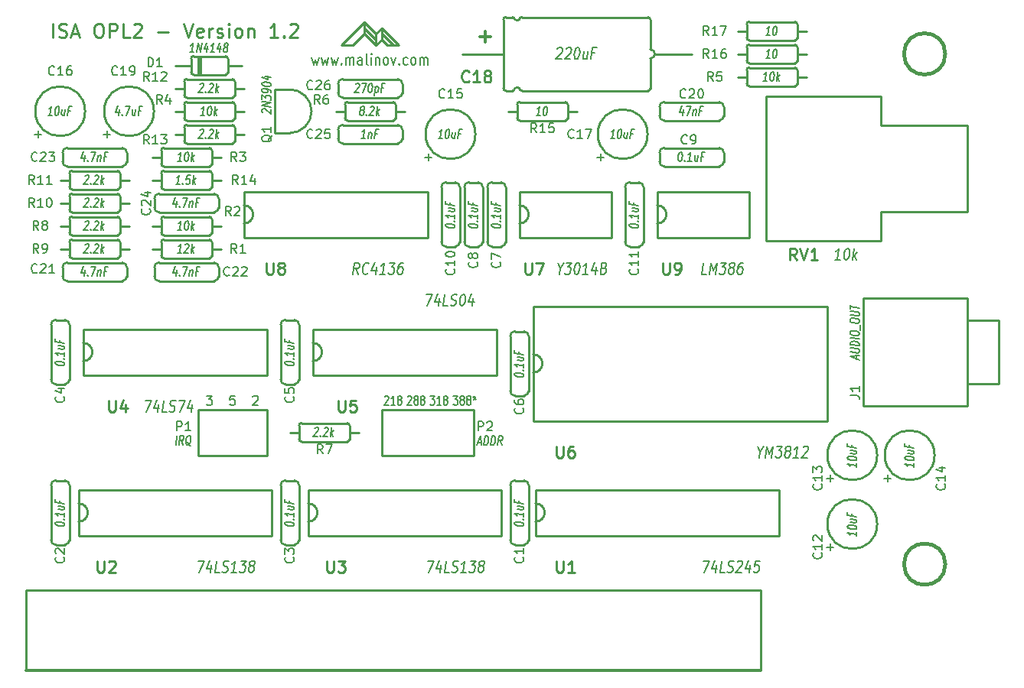
<source format=gto>
G04 #@! TF.GenerationSoftware,KiCad,Pcbnew,(5.1.8)-1*
G04 #@! TF.CreationDate,2021-01-14T09:05:43-08:00*
G04 #@! TF.ProjectId,isa_opl2,6973615f-6f70-46c3-922e-6b696361645f,rev?*
G04 #@! TF.SameCoordinates,Original*
G04 #@! TF.FileFunction,Legend,Top*
G04 #@! TF.FilePolarity,Positive*
%FSLAX46Y46*%
G04 Gerber Fmt 4.6, Leading zero omitted, Abs format (unit mm)*
G04 Created by KiCad (PCBNEW (5.1.8)-1) date 2021-01-14 09:05:43*
%MOMM*%
%LPD*%
G01*
G04 APERTURE LIST*
%ADD10C,0.203200*%
%ADD11C,0.254000*%
%ADD12C,0.152400*%
%ADD13C,0.304800*%
%ADD14C,0.381000*%
G04 APERTURE END LIST*
D10*
X133241142Y-56242857D02*
X133434666Y-57089523D01*
X133628190Y-56484761D01*
X133821714Y-57089523D01*
X134015238Y-56242857D01*
X134305523Y-56242857D02*
X134499047Y-57089523D01*
X134692571Y-56484761D01*
X134886095Y-57089523D01*
X135079619Y-56242857D01*
X135369904Y-56242857D02*
X135563428Y-57089523D01*
X135756952Y-56484761D01*
X135950476Y-57089523D01*
X136144000Y-56242857D01*
X136531047Y-56968571D02*
X136579428Y-57029047D01*
X136531047Y-57089523D01*
X136482666Y-57029047D01*
X136531047Y-56968571D01*
X136531047Y-57089523D01*
X137014857Y-57089523D02*
X137014857Y-56242857D01*
X137014857Y-56363809D02*
X137063238Y-56303333D01*
X137160000Y-56242857D01*
X137305142Y-56242857D01*
X137401904Y-56303333D01*
X137450285Y-56424285D01*
X137450285Y-57089523D01*
X137450285Y-56424285D02*
X137498666Y-56303333D01*
X137595428Y-56242857D01*
X137740571Y-56242857D01*
X137837333Y-56303333D01*
X137885714Y-56424285D01*
X137885714Y-57089523D01*
X138804952Y-57089523D02*
X138804952Y-56424285D01*
X138756571Y-56303333D01*
X138659809Y-56242857D01*
X138466285Y-56242857D01*
X138369523Y-56303333D01*
X138804952Y-57029047D02*
X138708190Y-57089523D01*
X138466285Y-57089523D01*
X138369523Y-57029047D01*
X138321142Y-56908095D01*
X138321142Y-56787142D01*
X138369523Y-56666190D01*
X138466285Y-56605714D01*
X138708190Y-56605714D01*
X138804952Y-56545238D01*
X139433904Y-57089523D02*
X139337142Y-57029047D01*
X139288761Y-56908095D01*
X139288761Y-55819523D01*
X139820952Y-57089523D02*
X139820952Y-56242857D01*
X139820952Y-55819523D02*
X139772571Y-55880000D01*
X139820952Y-55940476D01*
X139869333Y-55880000D01*
X139820952Y-55819523D01*
X139820952Y-55940476D01*
X140304761Y-56242857D02*
X140304761Y-57089523D01*
X140304761Y-56363809D02*
X140353142Y-56303333D01*
X140449904Y-56242857D01*
X140595047Y-56242857D01*
X140691809Y-56303333D01*
X140740190Y-56424285D01*
X140740190Y-57089523D01*
X141369142Y-57089523D02*
X141272380Y-57029047D01*
X141224000Y-56968571D01*
X141175619Y-56847619D01*
X141175619Y-56484761D01*
X141224000Y-56363809D01*
X141272380Y-56303333D01*
X141369142Y-56242857D01*
X141514285Y-56242857D01*
X141611047Y-56303333D01*
X141659428Y-56363809D01*
X141707809Y-56484761D01*
X141707809Y-56847619D01*
X141659428Y-56968571D01*
X141611047Y-57029047D01*
X141514285Y-57089523D01*
X141369142Y-57089523D01*
X142046476Y-56242857D02*
X142288380Y-57089523D01*
X142530285Y-56242857D01*
X142917333Y-56968571D02*
X142965714Y-57029047D01*
X142917333Y-57089523D01*
X142868952Y-57029047D01*
X142917333Y-56968571D01*
X142917333Y-57089523D01*
X143836571Y-57029047D02*
X143739809Y-57089523D01*
X143546285Y-57089523D01*
X143449523Y-57029047D01*
X143401142Y-56968571D01*
X143352761Y-56847619D01*
X143352761Y-56484761D01*
X143401142Y-56363809D01*
X143449523Y-56303333D01*
X143546285Y-56242857D01*
X143739809Y-56242857D01*
X143836571Y-56303333D01*
X144417142Y-57089523D02*
X144320380Y-57029047D01*
X144272000Y-56968571D01*
X144223619Y-56847619D01*
X144223619Y-56484761D01*
X144272000Y-56363809D01*
X144320380Y-56303333D01*
X144417142Y-56242857D01*
X144562285Y-56242857D01*
X144659047Y-56303333D01*
X144707428Y-56363809D01*
X144755809Y-56484761D01*
X144755809Y-56847619D01*
X144707428Y-56968571D01*
X144659047Y-57029047D01*
X144562285Y-57089523D01*
X144417142Y-57089523D01*
X145191238Y-57089523D02*
X145191238Y-56242857D01*
X145191238Y-56363809D02*
X145239619Y-56303333D01*
X145336380Y-56242857D01*
X145481523Y-56242857D01*
X145578285Y-56303333D01*
X145626666Y-56424285D01*
X145626666Y-57089523D01*
X145626666Y-56424285D02*
X145675047Y-56303333D01*
X145771809Y-56242857D01*
X145916952Y-56242857D01*
X146013714Y-56303333D01*
X146062095Y-56424285D01*
X146062095Y-57089523D01*
D11*
X104611714Y-54029428D02*
X104611714Y-52505428D01*
X105264857Y-53956857D02*
X105482571Y-54029428D01*
X105845428Y-54029428D01*
X105990571Y-53956857D01*
X106063142Y-53884285D01*
X106135714Y-53739142D01*
X106135714Y-53594000D01*
X106063142Y-53448857D01*
X105990571Y-53376285D01*
X105845428Y-53303714D01*
X105555142Y-53231142D01*
X105409999Y-53158571D01*
X105337428Y-53086000D01*
X105264857Y-52940857D01*
X105264857Y-52795714D01*
X105337428Y-52650571D01*
X105409999Y-52578000D01*
X105555142Y-52505428D01*
X105917999Y-52505428D01*
X106135714Y-52578000D01*
X106716285Y-53594000D02*
X107441999Y-53594000D01*
X106571142Y-54029428D02*
X107079142Y-52505428D01*
X107587142Y-54029428D01*
X109546571Y-52505428D02*
X109836857Y-52505428D01*
X109981999Y-52578000D01*
X110127142Y-52723142D01*
X110199714Y-53013428D01*
X110199714Y-53521428D01*
X110127142Y-53811714D01*
X109981999Y-53956857D01*
X109836857Y-54029428D01*
X109546571Y-54029428D01*
X109401428Y-53956857D01*
X109256285Y-53811714D01*
X109183714Y-53521428D01*
X109183714Y-53013428D01*
X109256285Y-52723142D01*
X109401428Y-52578000D01*
X109546571Y-52505428D01*
X110852857Y-54029428D02*
X110852857Y-52505428D01*
X111433428Y-52505428D01*
X111578571Y-52578000D01*
X111651142Y-52650571D01*
X111723714Y-52795714D01*
X111723714Y-53013428D01*
X111651142Y-53158571D01*
X111578571Y-53231142D01*
X111433428Y-53303714D01*
X110852857Y-53303714D01*
X113102571Y-54029428D02*
X112376857Y-54029428D01*
X112376857Y-52505428D01*
X113538000Y-52650571D02*
X113610571Y-52578000D01*
X113755714Y-52505428D01*
X114118571Y-52505428D01*
X114263714Y-52578000D01*
X114336285Y-52650571D01*
X114408857Y-52795714D01*
X114408857Y-52940857D01*
X114336285Y-53158571D01*
X113465428Y-54029428D01*
X114408857Y-54029428D01*
X116223142Y-53448857D02*
X117384285Y-53448857D01*
X119053428Y-52505428D02*
X119561428Y-54029428D01*
X120069428Y-52505428D01*
X121158000Y-53956857D02*
X121012857Y-54029428D01*
X120722571Y-54029428D01*
X120577428Y-53956857D01*
X120504857Y-53811714D01*
X120504857Y-53231142D01*
X120577428Y-53086000D01*
X120722571Y-53013428D01*
X121012857Y-53013428D01*
X121158000Y-53086000D01*
X121230571Y-53231142D01*
X121230571Y-53376285D01*
X120504857Y-53521428D01*
X121883714Y-54029428D02*
X121883714Y-53013428D01*
X121883714Y-53303714D02*
X121956285Y-53158571D01*
X122028857Y-53086000D01*
X122174000Y-53013428D01*
X122319142Y-53013428D01*
X122754571Y-53956857D02*
X122899714Y-54029428D01*
X123190000Y-54029428D01*
X123335142Y-53956857D01*
X123407714Y-53811714D01*
X123407714Y-53739142D01*
X123335142Y-53594000D01*
X123190000Y-53521428D01*
X122972285Y-53521428D01*
X122827142Y-53448857D01*
X122754571Y-53303714D01*
X122754571Y-53231142D01*
X122827142Y-53086000D01*
X122972285Y-53013428D01*
X123190000Y-53013428D01*
X123335142Y-53086000D01*
X124060857Y-54029428D02*
X124060857Y-53013428D01*
X124060857Y-52505428D02*
X123988285Y-52578000D01*
X124060857Y-52650571D01*
X124133428Y-52578000D01*
X124060857Y-52505428D01*
X124060857Y-52650571D01*
X125004285Y-54029428D02*
X124859142Y-53956857D01*
X124786571Y-53884285D01*
X124714000Y-53739142D01*
X124714000Y-53303714D01*
X124786571Y-53158571D01*
X124859142Y-53086000D01*
X125004285Y-53013428D01*
X125222000Y-53013428D01*
X125367142Y-53086000D01*
X125439714Y-53158571D01*
X125512285Y-53303714D01*
X125512285Y-53739142D01*
X125439714Y-53884285D01*
X125367142Y-53956857D01*
X125222000Y-54029428D01*
X125004285Y-54029428D01*
X126165428Y-53013428D02*
X126165428Y-54029428D01*
X126165428Y-53158571D02*
X126238000Y-53086000D01*
X126383142Y-53013428D01*
X126600857Y-53013428D01*
X126746000Y-53086000D01*
X126818571Y-53231142D01*
X126818571Y-54029428D01*
X129503714Y-54029428D02*
X128632857Y-54029428D01*
X129068285Y-54029428D02*
X129068285Y-52505428D01*
X128923142Y-52723142D01*
X128778000Y-52868285D01*
X128632857Y-52940857D01*
X130156857Y-53884285D02*
X130229428Y-53956857D01*
X130156857Y-54029428D01*
X130084285Y-53956857D01*
X130156857Y-53884285D01*
X130156857Y-54029428D01*
X130810000Y-52650571D02*
X130882571Y-52578000D01*
X131027714Y-52505428D01*
X131390571Y-52505428D01*
X131535714Y-52578000D01*
X131608285Y-52650571D01*
X131680857Y-52795714D01*
X131680857Y-52940857D01*
X131608285Y-53158571D01*
X130737428Y-54029428D01*
X131680857Y-54029428D01*
X140970000Y-53657500D02*
X142240000Y-54927500D01*
X139065000Y-53022500D02*
X140335000Y-54292500D01*
X140970000Y-54292500D02*
X140970000Y-53022500D01*
X140335000Y-53657500D02*
X140335000Y-54927500D01*
X139065000Y-53657500D02*
X139065000Y-52387500D01*
X137795000Y-54927500D02*
X136525000Y-54927500D01*
X139065000Y-53657500D02*
X137795000Y-54927500D01*
X140335000Y-54927500D02*
X139065000Y-53657500D01*
X140970000Y-54292500D02*
X140335000Y-54927500D01*
X141605000Y-54927500D02*
X140970000Y-54292500D01*
X142875000Y-54927500D02*
X141605000Y-54927500D01*
X140970000Y-53022500D02*
X142875000Y-54927500D01*
X140335000Y-53657500D02*
X140970000Y-53022500D01*
X139065000Y-52387500D02*
X140335000Y-53657500D01*
X136525000Y-54927500D02*
X139065000Y-52387500D01*
D12*
X148907500Y-93741119D02*
X149379214Y-93741119D01*
X149125214Y-94128166D01*
X149234071Y-94128166D01*
X149306642Y-94176547D01*
X149342928Y-94224928D01*
X149379214Y-94321690D01*
X149379214Y-94563595D01*
X149342928Y-94660357D01*
X149306642Y-94708738D01*
X149234071Y-94757119D01*
X149016357Y-94757119D01*
X148943785Y-94708738D01*
X148907500Y-94660357D01*
X149814642Y-94176547D02*
X149742071Y-94128166D01*
X149705785Y-94079785D01*
X149669500Y-93983023D01*
X149669500Y-93934642D01*
X149705785Y-93837880D01*
X149742071Y-93789500D01*
X149814642Y-93741119D01*
X149959785Y-93741119D01*
X150032357Y-93789500D01*
X150068642Y-93837880D01*
X150104928Y-93934642D01*
X150104928Y-93983023D01*
X150068642Y-94079785D01*
X150032357Y-94128166D01*
X149959785Y-94176547D01*
X149814642Y-94176547D01*
X149742071Y-94224928D01*
X149705785Y-94273309D01*
X149669500Y-94370071D01*
X149669500Y-94563595D01*
X149705785Y-94660357D01*
X149742071Y-94708738D01*
X149814642Y-94757119D01*
X149959785Y-94757119D01*
X150032357Y-94708738D01*
X150068642Y-94660357D01*
X150104928Y-94563595D01*
X150104928Y-94370071D01*
X150068642Y-94273309D01*
X150032357Y-94224928D01*
X149959785Y-94176547D01*
X150540357Y-94176547D02*
X150467785Y-94128166D01*
X150431500Y-94079785D01*
X150395214Y-93983023D01*
X150395214Y-93934642D01*
X150431500Y-93837880D01*
X150467785Y-93789500D01*
X150540357Y-93741119D01*
X150685500Y-93741119D01*
X150758071Y-93789500D01*
X150794357Y-93837880D01*
X150830642Y-93934642D01*
X150830642Y-93983023D01*
X150794357Y-94079785D01*
X150758071Y-94128166D01*
X150685500Y-94176547D01*
X150540357Y-94176547D01*
X150467785Y-94224928D01*
X150431500Y-94273309D01*
X150395214Y-94370071D01*
X150395214Y-94563595D01*
X150431500Y-94660357D01*
X150467785Y-94708738D01*
X150540357Y-94757119D01*
X150685500Y-94757119D01*
X150758071Y-94708738D01*
X150794357Y-94660357D01*
X150830642Y-94563595D01*
X150830642Y-94370071D01*
X150794357Y-94273309D01*
X150758071Y-94224928D01*
X150685500Y-94176547D01*
X151266071Y-93741119D02*
X151266071Y-93983023D01*
X151084642Y-93886261D02*
X151266071Y-93983023D01*
X151447500Y-93886261D01*
X151157214Y-94176547D02*
X151266071Y-93983023D01*
X151374928Y-94176547D01*
X146340285Y-93741119D02*
X146812000Y-93741119D01*
X146558000Y-94128166D01*
X146666857Y-94128166D01*
X146739428Y-94176547D01*
X146775714Y-94224928D01*
X146812000Y-94321690D01*
X146812000Y-94563595D01*
X146775714Y-94660357D01*
X146739428Y-94708738D01*
X146666857Y-94757119D01*
X146449142Y-94757119D01*
X146376571Y-94708738D01*
X146340285Y-94660357D01*
X147537714Y-94757119D02*
X147102285Y-94757119D01*
X147320000Y-94757119D02*
X147320000Y-93741119D01*
X147247428Y-93886261D01*
X147174857Y-93983023D01*
X147102285Y-94031404D01*
X147973142Y-94176547D02*
X147900571Y-94128166D01*
X147864285Y-94079785D01*
X147828000Y-93983023D01*
X147828000Y-93934642D01*
X147864285Y-93837880D01*
X147900571Y-93789500D01*
X147973142Y-93741119D01*
X148118285Y-93741119D01*
X148190857Y-93789500D01*
X148227142Y-93837880D01*
X148263428Y-93934642D01*
X148263428Y-93983023D01*
X148227142Y-94079785D01*
X148190857Y-94128166D01*
X148118285Y-94176547D01*
X147973142Y-94176547D01*
X147900571Y-94224928D01*
X147864285Y-94273309D01*
X147828000Y-94370071D01*
X147828000Y-94563595D01*
X147864285Y-94660357D01*
X147900571Y-94708738D01*
X147973142Y-94757119D01*
X148118285Y-94757119D01*
X148190857Y-94708738D01*
X148227142Y-94660357D01*
X148263428Y-94563595D01*
X148263428Y-94370071D01*
X148227142Y-94273309D01*
X148190857Y-94224928D01*
X148118285Y-94176547D01*
X143836571Y-93837880D02*
X143872857Y-93789500D01*
X143945428Y-93741119D01*
X144126857Y-93741119D01*
X144199428Y-93789500D01*
X144235714Y-93837880D01*
X144272000Y-93934642D01*
X144272000Y-94031404D01*
X144235714Y-94176547D01*
X143800285Y-94757119D01*
X144272000Y-94757119D01*
X144707428Y-94176547D02*
X144634857Y-94128166D01*
X144598571Y-94079785D01*
X144562285Y-93983023D01*
X144562285Y-93934642D01*
X144598571Y-93837880D01*
X144634857Y-93789500D01*
X144707428Y-93741119D01*
X144852571Y-93741119D01*
X144925142Y-93789500D01*
X144961428Y-93837880D01*
X144997714Y-93934642D01*
X144997714Y-93983023D01*
X144961428Y-94079785D01*
X144925142Y-94128166D01*
X144852571Y-94176547D01*
X144707428Y-94176547D01*
X144634857Y-94224928D01*
X144598571Y-94273309D01*
X144562285Y-94370071D01*
X144562285Y-94563595D01*
X144598571Y-94660357D01*
X144634857Y-94708738D01*
X144707428Y-94757119D01*
X144852571Y-94757119D01*
X144925142Y-94708738D01*
X144961428Y-94660357D01*
X144997714Y-94563595D01*
X144997714Y-94370071D01*
X144961428Y-94273309D01*
X144925142Y-94224928D01*
X144852571Y-94176547D01*
X145433142Y-94176547D02*
X145360571Y-94128166D01*
X145324285Y-94079785D01*
X145288000Y-93983023D01*
X145288000Y-93934642D01*
X145324285Y-93837880D01*
X145360571Y-93789500D01*
X145433142Y-93741119D01*
X145578285Y-93741119D01*
X145650857Y-93789500D01*
X145687142Y-93837880D01*
X145723428Y-93934642D01*
X145723428Y-93983023D01*
X145687142Y-94079785D01*
X145650857Y-94128166D01*
X145578285Y-94176547D01*
X145433142Y-94176547D01*
X145360571Y-94224928D01*
X145324285Y-94273309D01*
X145288000Y-94370071D01*
X145288000Y-94563595D01*
X145324285Y-94660357D01*
X145360571Y-94708738D01*
X145433142Y-94757119D01*
X145578285Y-94757119D01*
X145650857Y-94708738D01*
X145687142Y-94660357D01*
X145723428Y-94563595D01*
X145723428Y-94370071D01*
X145687142Y-94273309D01*
X145650857Y-94224928D01*
X145578285Y-94176547D01*
X141296571Y-93837880D02*
X141332857Y-93789500D01*
X141405428Y-93741119D01*
X141586857Y-93741119D01*
X141659428Y-93789500D01*
X141695714Y-93837880D01*
X141732000Y-93934642D01*
X141732000Y-94031404D01*
X141695714Y-94176547D01*
X141260285Y-94757119D01*
X141732000Y-94757119D01*
X142457714Y-94757119D02*
X142022285Y-94757119D01*
X142240000Y-94757119D02*
X142240000Y-93741119D01*
X142167428Y-93886261D01*
X142094857Y-93983023D01*
X142022285Y-94031404D01*
X142893142Y-94176547D02*
X142820571Y-94128166D01*
X142784285Y-94079785D01*
X142748000Y-93983023D01*
X142748000Y-93934642D01*
X142784285Y-93837880D01*
X142820571Y-93789500D01*
X142893142Y-93741119D01*
X143038285Y-93741119D01*
X143110857Y-93789500D01*
X143147142Y-93837880D01*
X143183428Y-93934642D01*
X143183428Y-93983023D01*
X143147142Y-94079785D01*
X143110857Y-94128166D01*
X143038285Y-94176547D01*
X142893142Y-94176547D01*
X142820571Y-94224928D01*
X142784285Y-94273309D01*
X142748000Y-94370071D01*
X142748000Y-94563595D01*
X142784285Y-94660357D01*
X142820571Y-94708738D01*
X142893142Y-94757119D01*
X143038285Y-94757119D01*
X143110857Y-94708738D01*
X143147142Y-94660357D01*
X143183428Y-94563595D01*
X143183428Y-94370071D01*
X143147142Y-94273309D01*
X143110857Y-94224928D01*
X143038285Y-94176547D01*
D10*
X126709714Y-93837880D02*
X126758095Y-93789500D01*
X126854857Y-93741119D01*
X127096761Y-93741119D01*
X127193523Y-93789500D01*
X127241904Y-93837880D01*
X127290285Y-93934642D01*
X127290285Y-94031404D01*
X127241904Y-94176547D01*
X126661333Y-94757119D01*
X127290285Y-94757119D01*
X124701904Y-93741119D02*
X124218095Y-93741119D01*
X124169714Y-94224928D01*
X124218095Y-94176547D01*
X124314857Y-94128166D01*
X124556761Y-94128166D01*
X124653523Y-94176547D01*
X124701904Y-94224928D01*
X124750285Y-94321690D01*
X124750285Y-94563595D01*
X124701904Y-94660357D01*
X124653523Y-94708738D01*
X124556761Y-94757119D01*
X124314857Y-94757119D01*
X124218095Y-94708738D01*
X124169714Y-94660357D01*
X121581333Y-93741119D02*
X122210285Y-93741119D01*
X121871619Y-94128166D01*
X122016761Y-94128166D01*
X122113523Y-94176547D01*
X122161904Y-94224928D01*
X122210285Y-94321690D01*
X122210285Y-94563595D01*
X122161904Y-94660357D01*
X122113523Y-94708738D01*
X122016761Y-94757119D01*
X121726476Y-94757119D01*
X121629714Y-94708738D01*
X121581333Y-94660357D01*
D11*
X182880000Y-115252500D02*
X182880000Y-124142500D01*
D13*
X182880000Y-124142500D02*
X101600000Y-124142500D01*
D11*
X182880000Y-115252500D02*
X101600000Y-115252500D01*
X101600000Y-124142500D02*
X101600000Y-115252500D01*
D14*
X203327000Y-55880000D02*
G75*
G03*
X203327000Y-55880000I-2286000J0D01*
G01*
X203327000Y-112395000D02*
G75*
G03*
X203327000Y-112395000I-2286000J0D01*
G01*
D11*
X209240120Y-92400120D02*
X205740000Y-92400120D01*
X209240120Y-85399880D02*
X209240120Y-92400120D01*
X205740000Y-85399880D02*
X209240120Y-85399880D01*
X205740000Y-82900520D02*
X205740000Y-85399880D01*
X194238880Y-82900520D02*
X205740000Y-82900520D01*
X194238880Y-94899480D02*
X194238880Y-82900520D01*
X205740000Y-94899480D02*
X194238880Y-94899480D01*
X205740000Y-92400120D02*
X205740000Y-94899480D01*
X205740000Y-85399880D02*
X205740000Y-92400120D01*
X155702000Y-103124000D02*
X156718000Y-103124000D01*
X157226000Y-103632000D02*
X157226000Y-109728000D01*
X155194000Y-103632000D02*
X155194000Y-109728000D01*
X155702000Y-110236000D02*
X156718000Y-110236000D01*
X155194000Y-109728000D02*
G75*
G03*
X155702000Y-110236000I508000J0D01*
G01*
X156718000Y-110236000D02*
G75*
G03*
X157226000Y-109728000I0J508000D01*
G01*
X155702000Y-103124000D02*
G75*
G03*
X155194000Y-103632000I0J-508000D01*
G01*
X157226000Y-103632000D02*
G75*
G03*
X156718000Y-103124000I-508000J0D01*
G01*
X104902000Y-103124000D02*
X105918000Y-103124000D01*
X106426000Y-103632000D02*
X106426000Y-109728000D01*
X104394000Y-103632000D02*
X104394000Y-109728000D01*
X104902000Y-110236000D02*
X105918000Y-110236000D01*
X104394000Y-109728000D02*
G75*
G03*
X104902000Y-110236000I508000J0D01*
G01*
X105918000Y-110236000D02*
G75*
G03*
X106426000Y-109728000I0J508000D01*
G01*
X104902000Y-103124000D02*
G75*
G03*
X104394000Y-103632000I0J-508000D01*
G01*
X106426000Y-103632000D02*
G75*
G03*
X105918000Y-103124000I-508000J0D01*
G01*
X104902000Y-85344000D02*
X105918000Y-85344000D01*
X106426000Y-85852000D02*
X106426000Y-91948000D01*
X104394000Y-85852000D02*
X104394000Y-91948000D01*
X104902000Y-92456000D02*
X105918000Y-92456000D01*
X104394000Y-91948000D02*
G75*
G03*
X104902000Y-92456000I508000J0D01*
G01*
X105918000Y-92456000D02*
G75*
G03*
X106426000Y-91948000I0J508000D01*
G01*
X104902000Y-85344000D02*
G75*
G03*
X104394000Y-85852000I0J-508000D01*
G01*
X106426000Y-85852000D02*
G75*
G03*
X105918000Y-85344000I-508000J0D01*
G01*
X130302000Y-85344000D02*
X131318000Y-85344000D01*
X131826000Y-85852000D02*
X131826000Y-91948000D01*
X129794000Y-85852000D02*
X129794000Y-91948000D01*
X130302000Y-92456000D02*
X131318000Y-92456000D01*
X129794000Y-91948000D02*
G75*
G03*
X130302000Y-92456000I508000J0D01*
G01*
X131318000Y-92456000D02*
G75*
G03*
X131826000Y-91948000I0J508000D01*
G01*
X130302000Y-85344000D02*
G75*
G03*
X129794000Y-85852000I0J-508000D01*
G01*
X131826000Y-85852000D02*
G75*
G03*
X131318000Y-85344000I-508000J0D01*
G01*
X155702000Y-86614000D02*
X156718000Y-86614000D01*
X157226000Y-87122000D02*
X157226000Y-93218000D01*
X155194000Y-87122000D02*
X155194000Y-93218000D01*
X155702000Y-93726000D02*
X156718000Y-93726000D01*
X155194000Y-93218000D02*
G75*
G03*
X155702000Y-93726000I508000J0D01*
G01*
X156718000Y-93726000D02*
G75*
G03*
X157226000Y-93218000I0J508000D01*
G01*
X155702000Y-86614000D02*
G75*
G03*
X155194000Y-87122000I0J-508000D01*
G01*
X157226000Y-87122000D02*
G75*
G03*
X156718000Y-86614000I-508000J0D01*
G01*
X154178000Y-77216000D02*
X153162000Y-77216000D01*
X152654000Y-76708000D02*
X152654000Y-70612000D01*
X154686000Y-76708000D02*
X154686000Y-70612000D01*
X154178000Y-70104000D02*
X153162000Y-70104000D01*
X154686000Y-70612000D02*
G75*
G03*
X154178000Y-70104000I-508000J0D01*
G01*
X153162000Y-70104000D02*
G75*
G03*
X152654000Y-70612000I0J-508000D01*
G01*
X154178000Y-77216000D02*
G75*
G03*
X154686000Y-76708000I0J508000D01*
G01*
X152654000Y-76708000D02*
G75*
G03*
X153162000Y-77216000I508000J0D01*
G01*
X150622000Y-70104000D02*
X151638000Y-70104000D01*
X152146000Y-70612000D02*
X152146000Y-76708000D01*
X150114000Y-70612000D02*
X150114000Y-76708000D01*
X150622000Y-77216000D02*
X151638000Y-77216000D01*
X150114000Y-76708000D02*
G75*
G03*
X150622000Y-77216000I508000J0D01*
G01*
X151638000Y-77216000D02*
G75*
G03*
X152146000Y-76708000I0J508000D01*
G01*
X150622000Y-70104000D02*
G75*
G03*
X150114000Y-70612000I0J-508000D01*
G01*
X152146000Y-70612000D02*
G75*
G03*
X151638000Y-70104000I-508000J0D01*
G01*
X178816000Y-66802000D02*
X178816000Y-67818000D01*
X178308000Y-68326000D02*
X172212000Y-68326000D01*
X178308000Y-66294000D02*
X172212000Y-66294000D01*
X171704000Y-66802000D02*
X171704000Y-67818000D01*
X172212000Y-66294000D02*
G75*
G03*
X171704000Y-66802000I0J-508000D01*
G01*
X171704000Y-67818000D02*
G75*
G03*
X172212000Y-68326000I508000J0D01*
G01*
X178816000Y-66802000D02*
G75*
G03*
X178308000Y-66294000I-508000J0D01*
G01*
X178308000Y-68326000D02*
G75*
G03*
X178816000Y-67818000I0J508000D01*
G01*
X151340820Y-64770000D02*
G75*
G03*
X151340820Y-64770000I-2750820J0D01*
G01*
X178816000Y-61722000D02*
X178816000Y-62738000D01*
X178308000Y-63246000D02*
X172212000Y-63246000D01*
X178308000Y-61214000D02*
X172212000Y-61214000D01*
X171704000Y-61722000D02*
X171704000Y-62738000D01*
X172212000Y-61214000D02*
G75*
G03*
X171704000Y-61722000I0J-508000D01*
G01*
X171704000Y-62738000D02*
G75*
G03*
X172212000Y-63246000I508000J0D01*
G01*
X178816000Y-61722000D02*
G75*
G03*
X178308000Y-61214000I-508000J0D01*
G01*
X178308000Y-63246000D02*
G75*
G03*
X178816000Y-62738000I0J508000D01*
G01*
X115824000Y-72898000D02*
X115824000Y-71882000D01*
X116332000Y-71374000D02*
X122428000Y-71374000D01*
X116332000Y-73406000D02*
X122428000Y-73406000D01*
X122936000Y-72898000D02*
X122936000Y-71882000D01*
X122428000Y-73406000D02*
G75*
G03*
X122936000Y-72898000I0J508000D01*
G01*
X122936000Y-71882000D02*
G75*
G03*
X122428000Y-71374000I-508000J0D01*
G01*
X115824000Y-72898000D02*
G75*
G03*
X116332000Y-73406000I508000J0D01*
G01*
X116332000Y-71374000D02*
G75*
G03*
X115824000Y-71882000I0J-508000D01*
G01*
X143256000Y-64262000D02*
X143256000Y-65278000D01*
X142748000Y-65786000D02*
X136652000Y-65786000D01*
X142748000Y-63754000D02*
X136652000Y-63754000D01*
X136144000Y-64262000D02*
X136144000Y-65278000D01*
X136652000Y-63754000D02*
G75*
G03*
X136144000Y-64262000I0J-508000D01*
G01*
X136144000Y-65278000D02*
G75*
G03*
X136652000Y-65786000I508000J0D01*
G01*
X143256000Y-64262000D02*
G75*
G03*
X142748000Y-63754000I-508000J0D01*
G01*
X142748000Y-65786000D02*
G75*
G03*
X143256000Y-65278000I0J508000D01*
G01*
X143256000Y-59182000D02*
X143256000Y-60198000D01*
X142748000Y-60706000D02*
X136652000Y-60706000D01*
X142748000Y-58674000D02*
X136652000Y-58674000D01*
X136144000Y-59182000D02*
X136144000Y-60198000D01*
X136652000Y-58674000D02*
G75*
G03*
X136144000Y-59182000I0J-508000D01*
G01*
X136144000Y-60198000D02*
G75*
G03*
X136652000Y-60706000I508000J0D01*
G01*
X143256000Y-59182000D02*
G75*
G03*
X142748000Y-58674000I-508000J0D01*
G01*
X142748000Y-60706000D02*
G75*
G03*
X143256000Y-60198000I0J508000D01*
G01*
X107442000Y-109220000D02*
X107442000Y-104140000D01*
X128778000Y-109220000D02*
X107442000Y-109220000D01*
X128778000Y-104140000D02*
X128778000Y-109220000D01*
X107442000Y-104140000D02*
X128778000Y-104140000D01*
X107442000Y-107696000D02*
G75*
G03*
X108458000Y-106680000I0J1016000D01*
G01*
X108458000Y-106680000D02*
G75*
G03*
X107442000Y-105664000I-1016000J0D01*
G01*
X132842000Y-109220000D02*
X132842000Y-104140000D01*
X154178000Y-109220000D02*
X132842000Y-109220000D01*
X154178000Y-104140000D02*
X154178000Y-109220000D01*
X132842000Y-104140000D02*
X154178000Y-104140000D01*
X132842000Y-107696000D02*
G75*
G03*
X133858000Y-106680000I0J1016000D01*
G01*
X133858000Y-106680000D02*
G75*
G03*
X132842000Y-105664000I-1016000J0D01*
G01*
X153670000Y-91440000D02*
X153670000Y-86360000D01*
X133350000Y-91440000D02*
X153670000Y-91440000D01*
X133350000Y-86360000D02*
X133350000Y-91440000D01*
X153670000Y-86360000D02*
X133350000Y-86360000D01*
X133350000Y-89916000D02*
G75*
G03*
X134366000Y-88900000I0J1016000D01*
G01*
X134366000Y-88900000D02*
G75*
G03*
X133350000Y-87884000I-1016000J0D01*
G01*
X157734000Y-96520000D02*
X157734000Y-83820000D01*
X190246000Y-96520000D02*
X157734000Y-96520000D01*
X190246000Y-83820000D02*
X190246000Y-96520000D01*
X157734000Y-83820000D02*
X190246000Y-83820000D01*
X157734000Y-91186000D02*
G75*
G03*
X158750000Y-90170000I0J1016000D01*
G01*
X158750000Y-90170000D02*
G75*
G03*
X157734000Y-89154000I-1016000J0D01*
G01*
X166370000Y-76200000D02*
X156210000Y-76200000D01*
X166370000Y-71120000D02*
X166370000Y-76200000D01*
X156210000Y-71120000D02*
X166370000Y-71120000D01*
X156210000Y-76200000D02*
X156210000Y-71120000D01*
X156210000Y-74676000D02*
G75*
G03*
X157226000Y-73660000I0J1016000D01*
G01*
X157226000Y-73660000D02*
G75*
G03*
X156210000Y-72644000I-1016000J0D01*
G01*
X146050000Y-76200000D02*
X146050000Y-71120000D01*
X125730000Y-76200000D02*
X146050000Y-76200000D01*
X125730000Y-71120000D02*
X125730000Y-76200000D01*
X146050000Y-71120000D02*
X125730000Y-71120000D01*
X125730000Y-74676000D02*
G75*
G03*
X126746000Y-73660000I0J1016000D01*
G01*
X126746000Y-73660000D02*
G75*
G03*
X125730000Y-72644000I-1016000J0D01*
G01*
X181610000Y-76200000D02*
X171450000Y-76200000D01*
X181610000Y-71120000D02*
X181610000Y-76200000D01*
X171450000Y-71120000D02*
X181610000Y-71120000D01*
X171450000Y-76200000D02*
X171450000Y-71120000D01*
X171450000Y-74676000D02*
G75*
G03*
X172466000Y-73660000I0J1016000D01*
G01*
X172466000Y-73660000D02*
G75*
G03*
X171450000Y-72644000I-1016000J0D01*
G01*
X170688000Y-52070000D02*
X170688000Y-55372000D01*
X170688000Y-56388000D02*
X170688000Y-59690000D01*
X170434000Y-59944000D02*
X156464000Y-59944000D01*
X155448000Y-59944000D02*
X154686000Y-59944000D01*
X154432000Y-59690000D02*
X154432000Y-52070000D01*
X154686000Y-51816000D02*
X155448000Y-51816000D01*
X156464000Y-51816000D02*
X170434000Y-51816000D01*
X175260000Y-55880000D02*
X171196000Y-55880000D01*
X154432000Y-55880000D02*
X149860000Y-55880000D01*
X156210000Y-59690000D02*
G75*
G03*
X155702000Y-59690000I-254000J-254000D01*
G01*
X156210000Y-59690000D02*
G75*
G03*
X156464000Y-59944000I254000J0D01*
G01*
X155448000Y-59944000D02*
G75*
G03*
X155702000Y-59690000I0J254000D01*
G01*
X156464000Y-51816000D02*
G75*
G03*
X156210000Y-52070000I0J-254000D01*
G01*
X155702000Y-52070000D02*
G75*
G03*
X156210000Y-52070000I254000J254000D01*
G01*
X155702000Y-52070000D02*
G75*
G03*
X155448000Y-51816000I-254000J0D01*
G01*
X154686000Y-51816000D02*
G75*
G03*
X154432000Y-52070000I0J-254000D01*
G01*
X154432000Y-59690000D02*
G75*
G03*
X154686000Y-59944000I254000J0D01*
G01*
X170434000Y-59944000D02*
G75*
G03*
X170688000Y-59690000I0J254000D01*
G01*
X170688000Y-52070000D02*
G75*
G03*
X170434000Y-51816000I-254000J0D01*
G01*
X170688000Y-56388000D02*
G75*
G03*
X171196000Y-55880000I0J508000D01*
G01*
X171196000Y-55880000D02*
G75*
G03*
X170688000Y-55372000I-508000J0D01*
G01*
X125476000Y-57150000D02*
X123952000Y-57150000D01*
X119888000Y-57150000D02*
X118110000Y-57150000D01*
X120142000Y-56134000D02*
X123698000Y-56134000D01*
X123698000Y-58166000D02*
X120142000Y-58166000D01*
X123952000Y-56388000D02*
X123952000Y-57912000D01*
X119888000Y-57912000D02*
X119888000Y-56388000D01*
X120650000Y-56134000D02*
X120650000Y-58166000D01*
X120904000Y-56134000D02*
X120904000Y-58166000D01*
X120142000Y-56134000D02*
G75*
G03*
X119888000Y-56388000I0J-254000D01*
G01*
X119888000Y-57912000D02*
G75*
G03*
X120142000Y-58166000I254000J0D01*
G01*
X123952000Y-56388000D02*
G75*
G03*
X123698000Y-56134000I-254000J0D01*
G01*
X123698000Y-58166000D02*
G75*
G03*
X123952000Y-57912000I0J254000D01*
G01*
X115570000Y-77470000D02*
X116586000Y-77470000D01*
X122174000Y-77470000D02*
X123190000Y-77470000D01*
X116586000Y-78232000D02*
X116586000Y-76708000D01*
X116840000Y-76454000D02*
X121920000Y-76454000D01*
X122174000Y-76708000D02*
X122174000Y-78232000D01*
X121920000Y-78486000D02*
X116840000Y-78486000D01*
X121920000Y-78486000D02*
G75*
G03*
X122174000Y-78232000I0J254000D01*
G01*
X122174000Y-76708000D02*
G75*
G03*
X121920000Y-76454000I-254000J0D01*
G01*
X116586000Y-78232000D02*
G75*
G03*
X116840000Y-78486000I254000J0D01*
G01*
X116840000Y-76454000D02*
G75*
G03*
X116586000Y-76708000I0J-254000D01*
G01*
X115570000Y-74930000D02*
X116586000Y-74930000D01*
X122174000Y-74930000D02*
X123190000Y-74930000D01*
X116586000Y-75692000D02*
X116586000Y-74168000D01*
X116840000Y-73914000D02*
X121920000Y-73914000D01*
X122174000Y-74168000D02*
X122174000Y-75692000D01*
X121920000Y-75946000D02*
X116840000Y-75946000D01*
X121920000Y-75946000D02*
G75*
G03*
X122174000Y-75692000I0J254000D01*
G01*
X122174000Y-74168000D02*
G75*
G03*
X121920000Y-73914000I-254000J0D01*
G01*
X116586000Y-75692000D02*
G75*
G03*
X116840000Y-75946000I254000J0D01*
G01*
X116840000Y-73914000D02*
G75*
G03*
X116586000Y-74168000I0J-254000D01*
G01*
X115570000Y-67310000D02*
X116586000Y-67310000D01*
X122174000Y-67310000D02*
X123190000Y-67310000D01*
X116586000Y-68072000D02*
X116586000Y-66548000D01*
X116840000Y-66294000D02*
X121920000Y-66294000D01*
X122174000Y-66548000D02*
X122174000Y-68072000D01*
X121920000Y-68326000D02*
X116840000Y-68326000D01*
X121920000Y-68326000D02*
G75*
G03*
X122174000Y-68072000I0J254000D01*
G01*
X122174000Y-66548000D02*
G75*
G03*
X121920000Y-66294000I-254000J0D01*
G01*
X116586000Y-68072000D02*
G75*
G03*
X116840000Y-68326000I254000J0D01*
G01*
X116840000Y-66294000D02*
G75*
G03*
X116586000Y-66548000I0J-254000D01*
G01*
X118110000Y-62230000D02*
X119126000Y-62230000D01*
X124714000Y-62230000D02*
X125730000Y-62230000D01*
X119126000Y-62992000D02*
X119126000Y-61468000D01*
X119380000Y-61214000D02*
X124460000Y-61214000D01*
X124714000Y-61468000D02*
X124714000Y-62992000D01*
X124460000Y-63246000D02*
X119380000Y-63246000D01*
X124460000Y-63246000D02*
G75*
G03*
X124714000Y-62992000I0J254000D01*
G01*
X124714000Y-61468000D02*
G75*
G03*
X124460000Y-61214000I-254000J0D01*
G01*
X119126000Y-62992000D02*
G75*
G03*
X119380000Y-63246000I254000J0D01*
G01*
X119380000Y-61214000D02*
G75*
G03*
X119126000Y-61468000I0J-254000D01*
G01*
X180340000Y-58420000D02*
X181356000Y-58420000D01*
X186944000Y-58420000D02*
X187960000Y-58420000D01*
X181356000Y-59182000D02*
X181356000Y-57658000D01*
X181610000Y-57404000D02*
X186690000Y-57404000D01*
X186944000Y-57658000D02*
X186944000Y-59182000D01*
X186690000Y-59436000D02*
X181610000Y-59436000D01*
X186690000Y-59436000D02*
G75*
G03*
X186944000Y-59182000I0J254000D01*
G01*
X186944000Y-57658000D02*
G75*
G03*
X186690000Y-57404000I-254000J0D01*
G01*
X181356000Y-59182000D02*
G75*
G03*
X181610000Y-59436000I254000J0D01*
G01*
X181610000Y-57404000D02*
G75*
G03*
X181356000Y-57658000I0J-254000D01*
G01*
X143510000Y-62230000D02*
X142494000Y-62230000D01*
X136906000Y-62230000D02*
X135890000Y-62230000D01*
X142494000Y-61468000D02*
X142494000Y-62992000D01*
X142240000Y-63246000D02*
X137160000Y-63246000D01*
X136906000Y-62992000D02*
X136906000Y-61468000D01*
X137160000Y-61214000D02*
X142240000Y-61214000D01*
X137160000Y-61214000D02*
G75*
G03*
X136906000Y-61468000I0J-254000D01*
G01*
X136906000Y-62992000D02*
G75*
G03*
X137160000Y-63246000I254000J0D01*
G01*
X142494000Y-61468000D02*
G75*
G03*
X142240000Y-61214000I-254000J0D01*
G01*
X142240000Y-63246000D02*
G75*
G03*
X142494000Y-62992000I0J254000D01*
G01*
X130810000Y-97790000D02*
X131826000Y-97790000D01*
X137414000Y-97790000D02*
X138430000Y-97790000D01*
X131826000Y-98552000D02*
X131826000Y-97028000D01*
X132080000Y-96774000D02*
X137160000Y-96774000D01*
X137414000Y-97028000D02*
X137414000Y-98552000D01*
X137160000Y-98806000D02*
X132080000Y-98806000D01*
X137160000Y-98806000D02*
G75*
G03*
X137414000Y-98552000I0J254000D01*
G01*
X137414000Y-97028000D02*
G75*
G03*
X137160000Y-96774000I-254000J0D01*
G01*
X131826000Y-98552000D02*
G75*
G03*
X132080000Y-98806000I254000J0D01*
G01*
X132080000Y-96774000D02*
G75*
G03*
X131826000Y-97028000I0J-254000D01*
G01*
X105410000Y-74930000D02*
X106426000Y-74930000D01*
X112014000Y-74930000D02*
X113030000Y-74930000D01*
X106426000Y-75692000D02*
X106426000Y-74168000D01*
X106680000Y-73914000D02*
X111760000Y-73914000D01*
X112014000Y-74168000D02*
X112014000Y-75692000D01*
X111760000Y-75946000D02*
X106680000Y-75946000D01*
X111760000Y-75946000D02*
G75*
G03*
X112014000Y-75692000I0J254000D01*
G01*
X112014000Y-74168000D02*
G75*
G03*
X111760000Y-73914000I-254000J0D01*
G01*
X106426000Y-75692000D02*
G75*
G03*
X106680000Y-75946000I254000J0D01*
G01*
X106680000Y-73914000D02*
G75*
G03*
X106426000Y-74168000I0J-254000D01*
G01*
X113030000Y-77470000D02*
X112014000Y-77470000D01*
X106426000Y-77470000D02*
X105410000Y-77470000D01*
X112014000Y-76708000D02*
X112014000Y-78232000D01*
X111760000Y-78486000D02*
X106680000Y-78486000D01*
X106426000Y-78232000D02*
X106426000Y-76708000D01*
X106680000Y-76454000D02*
X111760000Y-76454000D01*
X106680000Y-76454000D02*
G75*
G03*
X106426000Y-76708000I0J-254000D01*
G01*
X106426000Y-78232000D02*
G75*
G03*
X106680000Y-78486000I254000J0D01*
G01*
X112014000Y-76708000D02*
G75*
G03*
X111760000Y-76454000I-254000J0D01*
G01*
X111760000Y-78486000D02*
G75*
G03*
X112014000Y-78232000I0J254000D01*
G01*
X105410000Y-72390000D02*
X106426000Y-72390000D01*
X112014000Y-72390000D02*
X113030000Y-72390000D01*
X106426000Y-73152000D02*
X106426000Y-71628000D01*
X106680000Y-71374000D02*
X111760000Y-71374000D01*
X112014000Y-71628000D02*
X112014000Y-73152000D01*
X111760000Y-73406000D02*
X106680000Y-73406000D01*
X111760000Y-73406000D02*
G75*
G03*
X112014000Y-73152000I0J254000D01*
G01*
X112014000Y-71628000D02*
G75*
G03*
X111760000Y-71374000I-254000J0D01*
G01*
X106426000Y-73152000D02*
G75*
G03*
X106680000Y-73406000I254000J0D01*
G01*
X106680000Y-71374000D02*
G75*
G03*
X106426000Y-71628000I0J-254000D01*
G01*
X113030000Y-69850000D02*
X112014000Y-69850000D01*
X106426000Y-69850000D02*
X105410000Y-69850000D01*
X112014000Y-69088000D02*
X112014000Y-70612000D01*
X111760000Y-70866000D02*
X106680000Y-70866000D01*
X106426000Y-70612000D02*
X106426000Y-69088000D01*
X106680000Y-68834000D02*
X111760000Y-68834000D01*
X106680000Y-68834000D02*
G75*
G03*
X106426000Y-69088000I0J-254000D01*
G01*
X106426000Y-70612000D02*
G75*
G03*
X106680000Y-70866000I254000J0D01*
G01*
X112014000Y-69088000D02*
G75*
G03*
X111760000Y-68834000I-254000J0D01*
G01*
X111760000Y-70866000D02*
G75*
G03*
X112014000Y-70612000I0J254000D01*
G01*
X125730000Y-59690000D02*
X124714000Y-59690000D01*
X119126000Y-59690000D02*
X118110000Y-59690000D01*
X124714000Y-58928000D02*
X124714000Y-60452000D01*
X124460000Y-60706000D02*
X119380000Y-60706000D01*
X119126000Y-60452000D02*
X119126000Y-58928000D01*
X119380000Y-58674000D02*
X124460000Y-58674000D01*
X119380000Y-58674000D02*
G75*
G03*
X119126000Y-58928000I0J-254000D01*
G01*
X119126000Y-60452000D02*
G75*
G03*
X119380000Y-60706000I254000J0D01*
G01*
X124714000Y-58928000D02*
G75*
G03*
X124460000Y-58674000I-254000J0D01*
G01*
X124460000Y-60706000D02*
G75*
G03*
X124714000Y-60452000I0J254000D01*
G01*
X125730000Y-64770000D02*
X124714000Y-64770000D01*
X119126000Y-64770000D02*
X118110000Y-64770000D01*
X124714000Y-64008000D02*
X124714000Y-65532000D01*
X124460000Y-65786000D02*
X119380000Y-65786000D01*
X119126000Y-65532000D02*
X119126000Y-64008000D01*
X119380000Y-63754000D02*
X124460000Y-63754000D01*
X119380000Y-63754000D02*
G75*
G03*
X119126000Y-64008000I0J-254000D01*
G01*
X119126000Y-65532000D02*
G75*
G03*
X119380000Y-65786000I254000J0D01*
G01*
X124714000Y-64008000D02*
G75*
G03*
X124460000Y-63754000I-254000J0D01*
G01*
X124460000Y-65786000D02*
G75*
G03*
X124714000Y-65532000I0J254000D01*
G01*
X162560000Y-62230000D02*
X161544000Y-62230000D01*
X155956000Y-62230000D02*
X154940000Y-62230000D01*
X161544000Y-61468000D02*
X161544000Y-62992000D01*
X161290000Y-63246000D02*
X156210000Y-63246000D01*
X155956000Y-62992000D02*
X155956000Y-61468000D01*
X156210000Y-61214000D02*
X161290000Y-61214000D01*
X156210000Y-61214000D02*
G75*
G03*
X155956000Y-61468000I0J-254000D01*
G01*
X155956000Y-62992000D02*
G75*
G03*
X156210000Y-63246000I254000J0D01*
G01*
X161544000Y-61468000D02*
G75*
G03*
X161290000Y-61214000I-254000J0D01*
G01*
X161290000Y-63246000D02*
G75*
G03*
X161544000Y-62992000I0J254000D01*
G01*
X187960000Y-55880000D02*
X186944000Y-55880000D01*
X181356000Y-55880000D02*
X180340000Y-55880000D01*
X186944000Y-55118000D02*
X186944000Y-56642000D01*
X186690000Y-56896000D02*
X181610000Y-56896000D01*
X181356000Y-56642000D02*
X181356000Y-55118000D01*
X181610000Y-54864000D02*
X186690000Y-54864000D01*
X181610000Y-54864000D02*
G75*
G03*
X181356000Y-55118000I0J-254000D01*
G01*
X181356000Y-56642000D02*
G75*
G03*
X181610000Y-56896000I254000J0D01*
G01*
X186944000Y-55118000D02*
G75*
G03*
X186690000Y-54864000I-254000J0D01*
G01*
X186690000Y-56896000D02*
G75*
G03*
X186944000Y-56642000I0J254000D01*
G01*
X140970000Y-100330000D02*
X140970000Y-95250000D01*
X151130000Y-100330000D02*
X140970000Y-100330000D01*
X151130000Y-95250000D02*
X151130000Y-100330000D01*
X140970000Y-95250000D02*
X151130000Y-95250000D01*
X128270000Y-100330000D02*
X120650000Y-100330000D01*
X128270000Y-95250000D02*
X128270000Y-100330000D01*
X120650000Y-95250000D02*
X128270000Y-95250000D01*
X120650000Y-100330000D02*
X120650000Y-95250000D01*
X129159000Y-59817000D02*
X129159000Y-64643000D01*
X129159000Y-59817000D02*
X130810000Y-59817000D01*
X130810000Y-64643000D02*
X129159000Y-64643000D01*
X130810000Y-64643000D02*
G75*
G03*
X133223000Y-62230000I0J2413000D01*
G01*
X133223000Y-62230000D02*
G75*
G03*
X130810000Y-59817000I-2413000J0D01*
G01*
X187960000Y-53340000D02*
X186944000Y-53340000D01*
X181356000Y-53340000D02*
X180340000Y-53340000D01*
X186944000Y-52578000D02*
X186944000Y-54102000D01*
X186690000Y-54356000D02*
X181610000Y-54356000D01*
X181356000Y-54102000D02*
X181356000Y-52578000D01*
X181610000Y-52324000D02*
X186690000Y-52324000D01*
X181610000Y-52324000D02*
G75*
G03*
X181356000Y-52578000I0J-254000D01*
G01*
X181356000Y-54102000D02*
G75*
G03*
X181610000Y-54356000I254000J0D01*
G01*
X186944000Y-52578000D02*
G75*
G03*
X186690000Y-52324000I-254000J0D01*
G01*
X186690000Y-54356000D02*
G75*
G03*
X186944000Y-54102000I0J254000D01*
G01*
X183515000Y-60579000D02*
X196215000Y-60579000D01*
X196215000Y-63817500D02*
X196215000Y-60579000D01*
X196215000Y-76581000D02*
X183515000Y-76581000D01*
X183515000Y-76581000D02*
X183515000Y-60579000D01*
X196215000Y-73342500D02*
X196215000Y-76581000D01*
X196215000Y-63817500D02*
X205740000Y-63817500D01*
X205740000Y-73342500D02*
X196215000Y-73342500D01*
X205740000Y-63817500D02*
X205740000Y-73342500D01*
X115570000Y-69850000D02*
X116586000Y-69850000D01*
X122174000Y-69850000D02*
X123190000Y-69850000D01*
X116586000Y-70612000D02*
X116586000Y-69088000D01*
X116840000Y-68834000D02*
X121920000Y-68834000D01*
X122174000Y-69088000D02*
X122174000Y-70612000D01*
X121920000Y-70866000D02*
X116840000Y-70866000D01*
X121920000Y-70866000D02*
G75*
G03*
X122174000Y-70612000I0J254000D01*
G01*
X122174000Y-69088000D02*
G75*
G03*
X121920000Y-68834000I-254000J0D01*
G01*
X116586000Y-70612000D02*
G75*
G03*
X116840000Y-70866000I254000J0D01*
G01*
X116840000Y-68834000D02*
G75*
G03*
X116586000Y-69088000I0J-254000D01*
G01*
X157988000Y-109220000D02*
X157988000Y-104140000D01*
X184912000Y-109220000D02*
X157988000Y-109220000D01*
X184912000Y-104140000D02*
X184912000Y-109220000D01*
X157988000Y-104140000D02*
X184912000Y-104140000D01*
X157988000Y-107696000D02*
G75*
G03*
X159004000Y-106680000I0J1016000D01*
G01*
X159004000Y-106680000D02*
G75*
G03*
X157988000Y-105664000I-1016000J0D01*
G01*
X128270000Y-91440000D02*
X128270000Y-86360000D01*
X107950000Y-91440000D02*
X128270000Y-91440000D01*
X107950000Y-86360000D02*
X107950000Y-91440000D01*
X128270000Y-86360000D02*
X107950000Y-86360000D01*
X107950000Y-89916000D02*
G75*
G03*
X108966000Y-88900000I0J1016000D01*
G01*
X108966000Y-88900000D02*
G75*
G03*
X107950000Y-87884000I-1016000J0D01*
G01*
X130302000Y-103124000D02*
X131318000Y-103124000D01*
X131826000Y-103632000D02*
X131826000Y-109728000D01*
X129794000Y-103632000D02*
X129794000Y-109728000D01*
X130302000Y-110236000D02*
X131318000Y-110236000D01*
X129794000Y-109728000D02*
G75*
G03*
X130302000Y-110236000I508000J0D01*
G01*
X131318000Y-110236000D02*
G75*
G03*
X131826000Y-109728000I0J508000D01*
G01*
X130302000Y-103124000D02*
G75*
G03*
X129794000Y-103632000I0J-508000D01*
G01*
X131826000Y-103632000D02*
G75*
G03*
X131318000Y-103124000I-508000J0D01*
G01*
X148082000Y-70104000D02*
X149098000Y-70104000D01*
X149606000Y-70612000D02*
X149606000Y-76708000D01*
X147574000Y-70612000D02*
X147574000Y-76708000D01*
X148082000Y-77216000D02*
X149098000Y-77216000D01*
X147574000Y-76708000D02*
G75*
G03*
X148082000Y-77216000I508000J0D01*
G01*
X149098000Y-77216000D02*
G75*
G03*
X149606000Y-76708000I0J508000D01*
G01*
X148082000Y-70104000D02*
G75*
G03*
X147574000Y-70612000I0J-508000D01*
G01*
X149606000Y-70612000D02*
G75*
G03*
X149098000Y-70104000I-508000J0D01*
G01*
X169418000Y-77216000D02*
X168402000Y-77216000D01*
X167894000Y-76708000D02*
X167894000Y-70612000D01*
X169926000Y-76708000D02*
X169926000Y-70612000D01*
X169418000Y-70104000D02*
X168402000Y-70104000D01*
X169926000Y-70612000D02*
G75*
G03*
X169418000Y-70104000I-508000J0D01*
G01*
X168402000Y-70104000D02*
G75*
G03*
X167894000Y-70612000I0J-508000D01*
G01*
X169418000Y-77216000D02*
G75*
G03*
X169926000Y-76708000I0J508000D01*
G01*
X167894000Y-76708000D02*
G75*
G03*
X168402000Y-77216000I508000J0D01*
G01*
X195790820Y-107950000D02*
G75*
G03*
X195790820Y-107950000I-2750820J0D01*
G01*
X195790820Y-100330000D02*
G75*
G03*
X195790820Y-100330000I-2750820J0D01*
G01*
X202140820Y-100330000D02*
G75*
G03*
X202140820Y-100330000I-2750820J0D01*
G01*
X108160820Y-62230000D02*
G75*
G03*
X108160820Y-62230000I-2750820J0D01*
G01*
X170390820Y-64770000D02*
G75*
G03*
X170390820Y-64770000I-2750820J0D01*
G01*
X115780820Y-62230000D02*
G75*
G03*
X115780820Y-62230000I-2750820J0D01*
G01*
X105664000Y-80518000D02*
X105664000Y-79502000D01*
X106172000Y-78994000D02*
X112268000Y-78994000D01*
X106172000Y-81026000D02*
X112268000Y-81026000D01*
X112776000Y-80518000D02*
X112776000Y-79502000D01*
X112268000Y-81026000D02*
G75*
G03*
X112776000Y-80518000I0J508000D01*
G01*
X112776000Y-79502000D02*
G75*
G03*
X112268000Y-78994000I-508000J0D01*
G01*
X105664000Y-80518000D02*
G75*
G03*
X106172000Y-81026000I508000J0D01*
G01*
X106172000Y-78994000D02*
G75*
G03*
X105664000Y-79502000I0J-508000D01*
G01*
X115824000Y-80518000D02*
X115824000Y-79502000D01*
X116332000Y-78994000D02*
X122428000Y-78994000D01*
X116332000Y-81026000D02*
X122428000Y-81026000D01*
X122936000Y-80518000D02*
X122936000Y-79502000D01*
X122428000Y-81026000D02*
G75*
G03*
X122936000Y-80518000I0J508000D01*
G01*
X122936000Y-79502000D02*
G75*
G03*
X122428000Y-78994000I-508000J0D01*
G01*
X115824000Y-80518000D02*
G75*
G03*
X116332000Y-81026000I508000J0D01*
G01*
X116332000Y-78994000D02*
G75*
G03*
X115824000Y-79502000I0J-508000D01*
G01*
X105664000Y-67818000D02*
X105664000Y-66802000D01*
X106172000Y-66294000D02*
X112268000Y-66294000D01*
X106172000Y-68326000D02*
X112268000Y-68326000D01*
X112776000Y-67818000D02*
X112776000Y-66802000D01*
X112268000Y-68326000D02*
G75*
G03*
X112776000Y-67818000I0J508000D01*
G01*
X112776000Y-66802000D02*
G75*
G03*
X112268000Y-66294000I-508000J0D01*
G01*
X105664000Y-67818000D02*
G75*
G03*
X106172000Y-68326000I508000J0D01*
G01*
X106172000Y-66294000D02*
G75*
G03*
X105664000Y-66802000I0J-508000D01*
G01*
D10*
X192801119Y-93683666D02*
X193526833Y-93683666D01*
X193671976Y-93732047D01*
X193768738Y-93828809D01*
X193817119Y-93973952D01*
X193817119Y-94070714D01*
X193817119Y-92667666D02*
X193817119Y-93248238D01*
X193817119Y-92957952D02*
X192801119Y-92957952D01*
X192946261Y-93054714D01*
X193043023Y-93151476D01*
X193091404Y-93248238D01*
D12*
X193526833Y-89663799D02*
X193526833Y-89300942D01*
X193817119Y-89772656D02*
X192801119Y-89391656D01*
X193817119Y-89264656D01*
X192801119Y-88883656D02*
X193623595Y-88986465D01*
X193720357Y-88962275D01*
X193768738Y-88932037D01*
X193817119Y-88865513D01*
X193817119Y-88720370D01*
X193768738Y-88641751D01*
X193720357Y-88599418D01*
X193623595Y-88551037D01*
X192801119Y-88448227D01*
X193817119Y-88212370D02*
X192801119Y-88085370D01*
X192801119Y-87903942D01*
X192849500Y-87801132D01*
X192946261Y-87740656D01*
X193043023Y-87716465D01*
X193236547Y-87704370D01*
X193381690Y-87722513D01*
X193575214Y-87782989D01*
X193671976Y-87831370D01*
X193768738Y-87916037D01*
X193817119Y-88030942D01*
X193817119Y-88212370D01*
X193817119Y-87450370D02*
X192801119Y-87323370D01*
X192801119Y-86815370D02*
X192801119Y-86670227D01*
X192849500Y-86603703D01*
X192946261Y-86543227D01*
X193139785Y-86531132D01*
X193478452Y-86573465D01*
X193671976Y-86633942D01*
X193768738Y-86718608D01*
X193817119Y-86797227D01*
X193817119Y-86942370D01*
X193768738Y-87008894D01*
X193671976Y-87069370D01*
X193478452Y-87081465D01*
X193139785Y-87039132D01*
X192946261Y-86978656D01*
X192849500Y-86893989D01*
X192801119Y-86815370D01*
X193913880Y-86482751D02*
X193913880Y-85902180D01*
X192801119Y-85436513D02*
X192801119Y-85291370D01*
X192849500Y-85224846D01*
X192946261Y-85164370D01*
X193139785Y-85152275D01*
X193478452Y-85194608D01*
X193671976Y-85255084D01*
X193768738Y-85339751D01*
X193817119Y-85418370D01*
X193817119Y-85563513D01*
X193768738Y-85630037D01*
X193671976Y-85690513D01*
X193478452Y-85702608D01*
X193139785Y-85660275D01*
X192946261Y-85599799D01*
X192849500Y-85515132D01*
X192801119Y-85436513D01*
X192801119Y-84783370D02*
X193623595Y-84886180D01*
X193720357Y-84861989D01*
X193768738Y-84831751D01*
X193817119Y-84765227D01*
X193817119Y-84620084D01*
X193768738Y-84541465D01*
X193720357Y-84499132D01*
X193623595Y-84450751D01*
X192801119Y-84347942D01*
X192801119Y-84093942D02*
X192801119Y-83658513D01*
X193817119Y-84003227D02*
X192801119Y-83876227D01*
D10*
X156572857Y-111611833D02*
X156621238Y-111660214D01*
X156669619Y-111805357D01*
X156669619Y-111902119D01*
X156621238Y-112047261D01*
X156524476Y-112144023D01*
X156427714Y-112192404D01*
X156234190Y-112240785D01*
X156089047Y-112240785D01*
X155895523Y-112192404D01*
X155798761Y-112144023D01*
X155702000Y-112047261D01*
X155653619Y-111902119D01*
X155653619Y-111805357D01*
X155702000Y-111660214D01*
X155750380Y-111611833D01*
X156669619Y-110644214D02*
X156669619Y-111224785D01*
X156669619Y-110934500D02*
X155653619Y-110934500D01*
X155798761Y-111031261D01*
X155895523Y-111128023D01*
X155943904Y-111224785D01*
D12*
X155653619Y-107906442D02*
X155653619Y-107833870D01*
X155702000Y-107767346D01*
X155750380Y-107737108D01*
X155847142Y-107712918D01*
X156040666Y-107700822D01*
X156282571Y-107731061D01*
X156476095Y-107791537D01*
X156572857Y-107839918D01*
X156621238Y-107882251D01*
X156669619Y-107960870D01*
X156669619Y-108033442D01*
X156621238Y-108099965D01*
X156572857Y-108130203D01*
X156476095Y-108154394D01*
X156282571Y-108166489D01*
X156040666Y-108136251D01*
X155847142Y-108075775D01*
X155750380Y-108027394D01*
X155702000Y-107985061D01*
X155653619Y-107906442D01*
X156572857Y-107440775D02*
X156621238Y-107410537D01*
X156669619Y-107452870D01*
X156621238Y-107483108D01*
X156572857Y-107440775D01*
X156669619Y-107452870D01*
X156669619Y-106690870D02*
X156669619Y-107126299D01*
X156669619Y-106908584D02*
X155653619Y-106781584D01*
X155798761Y-106872299D01*
X155895523Y-106956965D01*
X155943904Y-107035584D01*
X155992285Y-105953061D02*
X156669619Y-106037727D01*
X155992285Y-106279632D02*
X156524476Y-106346156D01*
X156621238Y-106321965D01*
X156669619Y-106255442D01*
X156669619Y-106146584D01*
X156621238Y-106067965D01*
X156572857Y-106025632D01*
X156137428Y-105354346D02*
X156137428Y-105608346D01*
X156669619Y-105674870D02*
X155653619Y-105547870D01*
X155653619Y-105185013D01*
D10*
X105772857Y-111611833D02*
X105821238Y-111660214D01*
X105869619Y-111805357D01*
X105869619Y-111902119D01*
X105821238Y-112047261D01*
X105724476Y-112144023D01*
X105627714Y-112192404D01*
X105434190Y-112240785D01*
X105289047Y-112240785D01*
X105095523Y-112192404D01*
X104998761Y-112144023D01*
X104902000Y-112047261D01*
X104853619Y-111902119D01*
X104853619Y-111805357D01*
X104902000Y-111660214D01*
X104950380Y-111611833D01*
X104950380Y-111224785D02*
X104902000Y-111176404D01*
X104853619Y-111079642D01*
X104853619Y-110837738D01*
X104902000Y-110740976D01*
X104950380Y-110692595D01*
X105047142Y-110644214D01*
X105143904Y-110644214D01*
X105289047Y-110692595D01*
X105869619Y-111273166D01*
X105869619Y-110644214D01*
D12*
X104853619Y-107906442D02*
X104853619Y-107833870D01*
X104902000Y-107767346D01*
X104950380Y-107737108D01*
X105047142Y-107712918D01*
X105240666Y-107700822D01*
X105482571Y-107731061D01*
X105676095Y-107791537D01*
X105772857Y-107839918D01*
X105821238Y-107882251D01*
X105869619Y-107960870D01*
X105869619Y-108033442D01*
X105821238Y-108099965D01*
X105772857Y-108130203D01*
X105676095Y-108154394D01*
X105482571Y-108166489D01*
X105240666Y-108136251D01*
X105047142Y-108075775D01*
X104950380Y-108027394D01*
X104902000Y-107985061D01*
X104853619Y-107906442D01*
X105772857Y-107440775D02*
X105821238Y-107410537D01*
X105869619Y-107452870D01*
X105821238Y-107483108D01*
X105772857Y-107440775D01*
X105869619Y-107452870D01*
X105869619Y-106690870D02*
X105869619Y-107126299D01*
X105869619Y-106908584D02*
X104853619Y-106781584D01*
X104998761Y-106872299D01*
X105095523Y-106956965D01*
X105143904Y-107035584D01*
X105192285Y-105953061D02*
X105869619Y-106037727D01*
X105192285Y-106279632D02*
X105724476Y-106346156D01*
X105821238Y-106321965D01*
X105869619Y-106255442D01*
X105869619Y-106146584D01*
X105821238Y-106067965D01*
X105772857Y-106025632D01*
X105337428Y-105354346D02*
X105337428Y-105608346D01*
X105869619Y-105674870D02*
X104853619Y-105547870D01*
X104853619Y-105185013D01*
D10*
X105772857Y-93831833D02*
X105821238Y-93880214D01*
X105869619Y-94025357D01*
X105869619Y-94122119D01*
X105821238Y-94267261D01*
X105724476Y-94364023D01*
X105627714Y-94412404D01*
X105434190Y-94460785D01*
X105289047Y-94460785D01*
X105095523Y-94412404D01*
X104998761Y-94364023D01*
X104902000Y-94267261D01*
X104853619Y-94122119D01*
X104853619Y-94025357D01*
X104902000Y-93880214D01*
X104950380Y-93831833D01*
X105192285Y-92960976D02*
X105869619Y-92960976D01*
X104805238Y-93202880D02*
X105530952Y-93444785D01*
X105530952Y-92815833D01*
D12*
X104853619Y-90126442D02*
X104853619Y-90053870D01*
X104902000Y-89987346D01*
X104950380Y-89957108D01*
X105047142Y-89932918D01*
X105240666Y-89920822D01*
X105482571Y-89951061D01*
X105676095Y-90011537D01*
X105772857Y-90059918D01*
X105821238Y-90102251D01*
X105869619Y-90180870D01*
X105869619Y-90253442D01*
X105821238Y-90319965D01*
X105772857Y-90350203D01*
X105676095Y-90374394D01*
X105482571Y-90386489D01*
X105240666Y-90356251D01*
X105047142Y-90295775D01*
X104950380Y-90247394D01*
X104902000Y-90205061D01*
X104853619Y-90126442D01*
X105772857Y-89660775D02*
X105821238Y-89630537D01*
X105869619Y-89672870D01*
X105821238Y-89703108D01*
X105772857Y-89660775D01*
X105869619Y-89672870D01*
X105869619Y-88910870D02*
X105869619Y-89346299D01*
X105869619Y-89128584D02*
X104853619Y-89001584D01*
X104998761Y-89092299D01*
X105095523Y-89176965D01*
X105143904Y-89255584D01*
X105192285Y-88173061D02*
X105869619Y-88257727D01*
X105192285Y-88499632D02*
X105724476Y-88566156D01*
X105821238Y-88541965D01*
X105869619Y-88475442D01*
X105869619Y-88366584D01*
X105821238Y-88287965D01*
X105772857Y-88245632D01*
X105337428Y-87574346D02*
X105337428Y-87828346D01*
X105869619Y-87894870D02*
X104853619Y-87767870D01*
X104853619Y-87405013D01*
D10*
X131172857Y-93831833D02*
X131221238Y-93880214D01*
X131269619Y-94025357D01*
X131269619Y-94122119D01*
X131221238Y-94267261D01*
X131124476Y-94364023D01*
X131027714Y-94412404D01*
X130834190Y-94460785D01*
X130689047Y-94460785D01*
X130495523Y-94412404D01*
X130398761Y-94364023D01*
X130302000Y-94267261D01*
X130253619Y-94122119D01*
X130253619Y-94025357D01*
X130302000Y-93880214D01*
X130350380Y-93831833D01*
X130253619Y-92912595D02*
X130253619Y-93396404D01*
X130737428Y-93444785D01*
X130689047Y-93396404D01*
X130640666Y-93299642D01*
X130640666Y-93057738D01*
X130689047Y-92960976D01*
X130737428Y-92912595D01*
X130834190Y-92864214D01*
X131076095Y-92864214D01*
X131172857Y-92912595D01*
X131221238Y-92960976D01*
X131269619Y-93057738D01*
X131269619Y-93299642D01*
X131221238Y-93396404D01*
X131172857Y-93444785D01*
D12*
X130253619Y-90126442D02*
X130253619Y-90053870D01*
X130302000Y-89987346D01*
X130350380Y-89957108D01*
X130447142Y-89932918D01*
X130640666Y-89920822D01*
X130882571Y-89951061D01*
X131076095Y-90011537D01*
X131172857Y-90059918D01*
X131221238Y-90102251D01*
X131269619Y-90180870D01*
X131269619Y-90253442D01*
X131221238Y-90319965D01*
X131172857Y-90350203D01*
X131076095Y-90374394D01*
X130882571Y-90386489D01*
X130640666Y-90356251D01*
X130447142Y-90295775D01*
X130350380Y-90247394D01*
X130302000Y-90205061D01*
X130253619Y-90126442D01*
X131172857Y-89660775D02*
X131221238Y-89630537D01*
X131269619Y-89672870D01*
X131221238Y-89703108D01*
X131172857Y-89660775D01*
X131269619Y-89672870D01*
X131269619Y-88910870D02*
X131269619Y-89346299D01*
X131269619Y-89128584D02*
X130253619Y-89001584D01*
X130398761Y-89092299D01*
X130495523Y-89176965D01*
X130543904Y-89255584D01*
X130592285Y-88173061D02*
X131269619Y-88257727D01*
X130592285Y-88499632D02*
X131124476Y-88566156D01*
X131221238Y-88541965D01*
X131269619Y-88475442D01*
X131269619Y-88366584D01*
X131221238Y-88287965D01*
X131172857Y-88245632D01*
X130737428Y-87574346D02*
X130737428Y-87828346D01*
X131269619Y-87894870D02*
X130253619Y-87767870D01*
X130253619Y-87405013D01*
D10*
X156572857Y-95101833D02*
X156621238Y-95150214D01*
X156669619Y-95295357D01*
X156669619Y-95392119D01*
X156621238Y-95537261D01*
X156524476Y-95634023D01*
X156427714Y-95682404D01*
X156234190Y-95730785D01*
X156089047Y-95730785D01*
X155895523Y-95682404D01*
X155798761Y-95634023D01*
X155702000Y-95537261D01*
X155653619Y-95392119D01*
X155653619Y-95295357D01*
X155702000Y-95150214D01*
X155750380Y-95101833D01*
X155653619Y-94230976D02*
X155653619Y-94424500D01*
X155702000Y-94521261D01*
X155750380Y-94569642D01*
X155895523Y-94666404D01*
X156089047Y-94714785D01*
X156476095Y-94714785D01*
X156572857Y-94666404D01*
X156621238Y-94618023D01*
X156669619Y-94521261D01*
X156669619Y-94327738D01*
X156621238Y-94230976D01*
X156572857Y-94182595D01*
X156476095Y-94134214D01*
X156234190Y-94134214D01*
X156137428Y-94182595D01*
X156089047Y-94230976D01*
X156040666Y-94327738D01*
X156040666Y-94521261D01*
X156089047Y-94618023D01*
X156137428Y-94666404D01*
X156234190Y-94714785D01*
D12*
X155653619Y-91396442D02*
X155653619Y-91323870D01*
X155702000Y-91257346D01*
X155750380Y-91227108D01*
X155847142Y-91202918D01*
X156040666Y-91190822D01*
X156282571Y-91221061D01*
X156476095Y-91281537D01*
X156572857Y-91329918D01*
X156621238Y-91372251D01*
X156669619Y-91450870D01*
X156669619Y-91523442D01*
X156621238Y-91589965D01*
X156572857Y-91620203D01*
X156476095Y-91644394D01*
X156282571Y-91656489D01*
X156040666Y-91626251D01*
X155847142Y-91565775D01*
X155750380Y-91517394D01*
X155702000Y-91475061D01*
X155653619Y-91396442D01*
X156572857Y-90930775D02*
X156621238Y-90900537D01*
X156669619Y-90942870D01*
X156621238Y-90973108D01*
X156572857Y-90930775D01*
X156669619Y-90942870D01*
X156669619Y-90180870D02*
X156669619Y-90616299D01*
X156669619Y-90398584D02*
X155653619Y-90271584D01*
X155798761Y-90362299D01*
X155895523Y-90446965D01*
X155943904Y-90525584D01*
X155992285Y-89443061D02*
X156669619Y-89527727D01*
X155992285Y-89769632D02*
X156524476Y-89836156D01*
X156621238Y-89811965D01*
X156669619Y-89745442D01*
X156669619Y-89636584D01*
X156621238Y-89557965D01*
X156572857Y-89515632D01*
X156137428Y-88844346D02*
X156137428Y-89098346D01*
X156669619Y-89164870D02*
X155653619Y-89037870D01*
X155653619Y-88675013D01*
D10*
X154032857Y-78909333D02*
X154081238Y-78957714D01*
X154129619Y-79102857D01*
X154129619Y-79199619D01*
X154081238Y-79344761D01*
X153984476Y-79441523D01*
X153887714Y-79489904D01*
X153694190Y-79538285D01*
X153549047Y-79538285D01*
X153355523Y-79489904D01*
X153258761Y-79441523D01*
X153162000Y-79344761D01*
X153113619Y-79199619D01*
X153113619Y-79102857D01*
X153162000Y-78957714D01*
X153210380Y-78909333D01*
X153113619Y-78570666D02*
X153113619Y-77893333D01*
X154129619Y-78328761D01*
D12*
X153113619Y-74886442D02*
X153113619Y-74813870D01*
X153162000Y-74747346D01*
X153210380Y-74717108D01*
X153307142Y-74692918D01*
X153500666Y-74680822D01*
X153742571Y-74711061D01*
X153936095Y-74771537D01*
X154032857Y-74819918D01*
X154081238Y-74862251D01*
X154129619Y-74940870D01*
X154129619Y-75013442D01*
X154081238Y-75079965D01*
X154032857Y-75110203D01*
X153936095Y-75134394D01*
X153742571Y-75146489D01*
X153500666Y-75116251D01*
X153307142Y-75055775D01*
X153210380Y-75007394D01*
X153162000Y-74965061D01*
X153113619Y-74886442D01*
X154032857Y-74420775D02*
X154081238Y-74390537D01*
X154129619Y-74432870D01*
X154081238Y-74463108D01*
X154032857Y-74420775D01*
X154129619Y-74432870D01*
X154129619Y-73670870D02*
X154129619Y-74106299D01*
X154129619Y-73888584D02*
X153113619Y-73761584D01*
X153258761Y-73852299D01*
X153355523Y-73936965D01*
X153403904Y-74015584D01*
X153452285Y-72933061D02*
X154129619Y-73017727D01*
X153452285Y-73259632D02*
X153984476Y-73326156D01*
X154081238Y-73301965D01*
X154129619Y-73235442D01*
X154129619Y-73126584D01*
X154081238Y-73047965D01*
X154032857Y-73005632D01*
X153597428Y-72334346D02*
X153597428Y-72588346D01*
X154129619Y-72654870D02*
X153113619Y-72527870D01*
X153113619Y-72165013D01*
D10*
X151492857Y-78909333D02*
X151541238Y-78957714D01*
X151589619Y-79102857D01*
X151589619Y-79199619D01*
X151541238Y-79344761D01*
X151444476Y-79441523D01*
X151347714Y-79489904D01*
X151154190Y-79538285D01*
X151009047Y-79538285D01*
X150815523Y-79489904D01*
X150718761Y-79441523D01*
X150622000Y-79344761D01*
X150573619Y-79199619D01*
X150573619Y-79102857D01*
X150622000Y-78957714D01*
X150670380Y-78909333D01*
X151009047Y-78328761D02*
X150960666Y-78425523D01*
X150912285Y-78473904D01*
X150815523Y-78522285D01*
X150767142Y-78522285D01*
X150670380Y-78473904D01*
X150622000Y-78425523D01*
X150573619Y-78328761D01*
X150573619Y-78135238D01*
X150622000Y-78038476D01*
X150670380Y-77990095D01*
X150767142Y-77941714D01*
X150815523Y-77941714D01*
X150912285Y-77990095D01*
X150960666Y-78038476D01*
X151009047Y-78135238D01*
X151009047Y-78328761D01*
X151057428Y-78425523D01*
X151105809Y-78473904D01*
X151202571Y-78522285D01*
X151396095Y-78522285D01*
X151492857Y-78473904D01*
X151541238Y-78425523D01*
X151589619Y-78328761D01*
X151589619Y-78135238D01*
X151541238Y-78038476D01*
X151492857Y-77990095D01*
X151396095Y-77941714D01*
X151202571Y-77941714D01*
X151105809Y-77990095D01*
X151057428Y-78038476D01*
X151009047Y-78135238D01*
D12*
X150573619Y-74886442D02*
X150573619Y-74813870D01*
X150622000Y-74747346D01*
X150670380Y-74717108D01*
X150767142Y-74692918D01*
X150960666Y-74680822D01*
X151202571Y-74711061D01*
X151396095Y-74771537D01*
X151492857Y-74819918D01*
X151541238Y-74862251D01*
X151589619Y-74940870D01*
X151589619Y-75013442D01*
X151541238Y-75079965D01*
X151492857Y-75110203D01*
X151396095Y-75134394D01*
X151202571Y-75146489D01*
X150960666Y-75116251D01*
X150767142Y-75055775D01*
X150670380Y-75007394D01*
X150622000Y-74965061D01*
X150573619Y-74886442D01*
X151492857Y-74420775D02*
X151541238Y-74390537D01*
X151589619Y-74432870D01*
X151541238Y-74463108D01*
X151492857Y-74420775D01*
X151589619Y-74432870D01*
X151589619Y-73670870D02*
X151589619Y-74106299D01*
X151589619Y-73888584D02*
X150573619Y-73761584D01*
X150718761Y-73852299D01*
X150815523Y-73936965D01*
X150863904Y-74015584D01*
X150912285Y-72933061D02*
X151589619Y-73017727D01*
X150912285Y-73259632D02*
X151444476Y-73326156D01*
X151541238Y-73301965D01*
X151589619Y-73235442D01*
X151589619Y-73126584D01*
X151541238Y-73047965D01*
X151492857Y-73005632D01*
X151057428Y-72334346D02*
X151057428Y-72588346D01*
X151589619Y-72654870D02*
X150573619Y-72527870D01*
X150573619Y-72165013D01*
D10*
X174773166Y-65767857D02*
X174724785Y-65816238D01*
X174579642Y-65864619D01*
X174482880Y-65864619D01*
X174337738Y-65816238D01*
X174240976Y-65719476D01*
X174192595Y-65622714D01*
X174144214Y-65429190D01*
X174144214Y-65284047D01*
X174192595Y-65090523D01*
X174240976Y-64993761D01*
X174337738Y-64897000D01*
X174482880Y-64848619D01*
X174579642Y-64848619D01*
X174724785Y-64897000D01*
X174773166Y-64945380D01*
X175256976Y-65864619D02*
X175450500Y-65864619D01*
X175547261Y-65816238D01*
X175595642Y-65767857D01*
X175692404Y-65622714D01*
X175740785Y-65429190D01*
X175740785Y-65042142D01*
X175692404Y-64945380D01*
X175644023Y-64897000D01*
X175547261Y-64848619D01*
X175353738Y-64848619D01*
X175256976Y-64897000D01*
X175208595Y-64945380D01*
X175160214Y-65042142D01*
X175160214Y-65284047D01*
X175208595Y-65380809D01*
X175256976Y-65429190D01*
X175353738Y-65477571D01*
X175547261Y-65477571D01*
X175644023Y-65429190D01*
X175692404Y-65380809D01*
X175740785Y-65284047D01*
D12*
X174033557Y-66753619D02*
X174106129Y-66753619D01*
X174172653Y-66802000D01*
X174202891Y-66850380D01*
X174227081Y-66947142D01*
X174239177Y-67140666D01*
X174208938Y-67382571D01*
X174148462Y-67576095D01*
X174100081Y-67672857D01*
X174057748Y-67721238D01*
X173979129Y-67769619D01*
X173906557Y-67769619D01*
X173840034Y-67721238D01*
X173809796Y-67672857D01*
X173785605Y-67576095D01*
X173773510Y-67382571D01*
X173803748Y-67140666D01*
X173864224Y-66947142D01*
X173912605Y-66850380D01*
X173954938Y-66802000D01*
X174033557Y-66753619D01*
X174499224Y-67672857D02*
X174529462Y-67721238D01*
X174487129Y-67769619D01*
X174456891Y-67721238D01*
X174499224Y-67672857D01*
X174487129Y-67769619D01*
X175249129Y-67769619D02*
X174813700Y-67769619D01*
X175031415Y-67769619D02*
X175158415Y-66753619D01*
X175067700Y-66898761D01*
X174983034Y-66995523D01*
X174904415Y-67043904D01*
X175986938Y-67092285D02*
X175902272Y-67769619D01*
X175660367Y-67092285D02*
X175593843Y-67624476D01*
X175618034Y-67721238D01*
X175684557Y-67769619D01*
X175793415Y-67769619D01*
X175872034Y-67721238D01*
X175914367Y-67672857D01*
X176585653Y-67237428D02*
X176331653Y-67237428D01*
X176265129Y-67769619D02*
X176392129Y-66753619D01*
X176754986Y-66753619D01*
D10*
X147936857Y-60687857D02*
X147888476Y-60736238D01*
X147743333Y-60784619D01*
X147646571Y-60784619D01*
X147501428Y-60736238D01*
X147404666Y-60639476D01*
X147356285Y-60542714D01*
X147307904Y-60349190D01*
X147307904Y-60204047D01*
X147356285Y-60010523D01*
X147404666Y-59913761D01*
X147501428Y-59817000D01*
X147646571Y-59768619D01*
X147743333Y-59768619D01*
X147888476Y-59817000D01*
X147936857Y-59865380D01*
X148904476Y-60784619D02*
X148323904Y-60784619D01*
X148614190Y-60784619D02*
X148614190Y-59768619D01*
X148517428Y-59913761D01*
X148420666Y-60010523D01*
X148323904Y-60058904D01*
X149823714Y-59768619D02*
X149339904Y-59768619D01*
X149291523Y-60252428D01*
X149339904Y-60204047D01*
X149436666Y-60155666D01*
X149678571Y-60155666D01*
X149775333Y-60204047D01*
X149823714Y-60252428D01*
X149872095Y-60349190D01*
X149872095Y-60591095D01*
X149823714Y-60687857D01*
X149775333Y-60736238D01*
X149678571Y-60784619D01*
X149436666Y-60784619D01*
X149339904Y-60736238D01*
X149291523Y-60687857D01*
D12*
X147671986Y-65229619D02*
X147236557Y-65229619D01*
X147454272Y-65229619D02*
X147581272Y-64213619D01*
X147490557Y-64358761D01*
X147405891Y-64455523D01*
X147327272Y-64503904D01*
X148270700Y-64213619D02*
X148343272Y-64213619D01*
X148409796Y-64262000D01*
X148440034Y-64310380D01*
X148464224Y-64407142D01*
X148476319Y-64600666D01*
X148446081Y-64842571D01*
X148385605Y-65036095D01*
X148337224Y-65132857D01*
X148294891Y-65181238D01*
X148216272Y-65229619D01*
X148143700Y-65229619D01*
X148077177Y-65181238D01*
X148046938Y-65132857D01*
X148022748Y-65036095D01*
X148010653Y-64842571D01*
X148040891Y-64600666D01*
X148101367Y-64407142D01*
X148149748Y-64310380D01*
X148192081Y-64262000D01*
X148270700Y-64213619D01*
X149135510Y-64552285D02*
X149050843Y-65229619D01*
X148808938Y-64552285D02*
X148742415Y-65084476D01*
X148766605Y-65181238D01*
X148833129Y-65229619D01*
X148941986Y-65229619D01*
X149020605Y-65181238D01*
X149062938Y-65132857D01*
X149734224Y-64697428D02*
X149480224Y-64697428D01*
X149413700Y-65229619D02*
X149540700Y-64213619D01*
X149903557Y-64213619D01*
D10*
X146122571Y-67697047D02*
X146122571Y-66922952D01*
X146509619Y-67310000D02*
X145735523Y-67310000D01*
X174606857Y-60687857D02*
X174558476Y-60736238D01*
X174413333Y-60784619D01*
X174316571Y-60784619D01*
X174171428Y-60736238D01*
X174074666Y-60639476D01*
X174026285Y-60542714D01*
X173977904Y-60349190D01*
X173977904Y-60204047D01*
X174026285Y-60010523D01*
X174074666Y-59913761D01*
X174171428Y-59817000D01*
X174316571Y-59768619D01*
X174413333Y-59768619D01*
X174558476Y-59817000D01*
X174606857Y-59865380D01*
X174993904Y-59865380D02*
X175042285Y-59817000D01*
X175139047Y-59768619D01*
X175380952Y-59768619D01*
X175477714Y-59817000D01*
X175526095Y-59865380D01*
X175574476Y-59962142D01*
X175574476Y-60058904D01*
X175526095Y-60204047D01*
X174945523Y-60784619D01*
X175574476Y-60784619D01*
X176203428Y-59768619D02*
X176300190Y-59768619D01*
X176396952Y-59817000D01*
X176445333Y-59865380D01*
X176493714Y-59962142D01*
X176542095Y-60155666D01*
X176542095Y-60397571D01*
X176493714Y-60591095D01*
X176445333Y-60687857D01*
X176396952Y-60736238D01*
X176300190Y-60784619D01*
X176203428Y-60784619D01*
X176106666Y-60736238D01*
X176058285Y-60687857D01*
X176009904Y-60591095D01*
X175961523Y-60397571D01*
X175961523Y-60155666D01*
X176009904Y-59962142D01*
X176058285Y-59865380D01*
X176106666Y-59817000D01*
X176203428Y-59768619D01*
D12*
X174354081Y-62012285D02*
X174269415Y-62689619D01*
X174221034Y-61625238D02*
X173948891Y-62350952D01*
X174420605Y-62350952D01*
X174722986Y-61673619D02*
X175230986Y-61673619D01*
X174777415Y-62689619D01*
X175478938Y-62012285D02*
X175394272Y-62689619D01*
X175466843Y-62109047D02*
X175509177Y-62060666D01*
X175587796Y-62012285D01*
X175696653Y-62012285D01*
X175763177Y-62060666D01*
X175787367Y-62157428D01*
X175720843Y-62689619D01*
X176404224Y-62157428D02*
X176150224Y-62157428D01*
X176083700Y-62689619D02*
X176210700Y-61673619D01*
X176573557Y-61673619D01*
D10*
X115297857Y-73043142D02*
X115346238Y-73091523D01*
X115394619Y-73236666D01*
X115394619Y-73333428D01*
X115346238Y-73478571D01*
X115249476Y-73575333D01*
X115152714Y-73623714D01*
X114959190Y-73672095D01*
X114814047Y-73672095D01*
X114620523Y-73623714D01*
X114523761Y-73575333D01*
X114427000Y-73478571D01*
X114378619Y-73333428D01*
X114378619Y-73236666D01*
X114427000Y-73091523D01*
X114475380Y-73043142D01*
X114475380Y-72656095D02*
X114427000Y-72607714D01*
X114378619Y-72510952D01*
X114378619Y-72269047D01*
X114427000Y-72172285D01*
X114475380Y-72123904D01*
X114572142Y-72075523D01*
X114668904Y-72075523D01*
X114814047Y-72123904D01*
X115394619Y-72704476D01*
X115394619Y-72075523D01*
X114717285Y-71204666D02*
X115394619Y-71204666D01*
X114330238Y-71446571D02*
X115055952Y-71688476D01*
X115055952Y-71059523D01*
D12*
X118292653Y-72172285D02*
X118207986Y-72849619D01*
X118159605Y-71785238D02*
X117887462Y-72510952D01*
X118359177Y-72510952D01*
X118619224Y-72752857D02*
X118649462Y-72801238D01*
X118607129Y-72849619D01*
X118576891Y-72801238D01*
X118619224Y-72752857D01*
X118607129Y-72849619D01*
X119024415Y-71833619D02*
X119532415Y-71833619D01*
X119078843Y-72849619D01*
X119780367Y-72172285D02*
X119695700Y-72849619D01*
X119768272Y-72269047D02*
X119810605Y-72220666D01*
X119889224Y-72172285D01*
X119998081Y-72172285D01*
X120064605Y-72220666D01*
X120088796Y-72317428D01*
X120022272Y-72849619D01*
X120705653Y-72317428D02*
X120451653Y-72317428D01*
X120385129Y-72849619D02*
X120512129Y-71833619D01*
X120874986Y-71833619D01*
D10*
X133331857Y-65132857D02*
X133283476Y-65181238D01*
X133138333Y-65229619D01*
X133041571Y-65229619D01*
X132896428Y-65181238D01*
X132799666Y-65084476D01*
X132751285Y-64987714D01*
X132702904Y-64794190D01*
X132702904Y-64649047D01*
X132751285Y-64455523D01*
X132799666Y-64358761D01*
X132896428Y-64262000D01*
X133041571Y-64213619D01*
X133138333Y-64213619D01*
X133283476Y-64262000D01*
X133331857Y-64310380D01*
X133718904Y-64310380D02*
X133767285Y-64262000D01*
X133864047Y-64213619D01*
X134105952Y-64213619D01*
X134202714Y-64262000D01*
X134251095Y-64310380D01*
X134299476Y-64407142D01*
X134299476Y-64503904D01*
X134251095Y-64649047D01*
X133670523Y-65229619D01*
X134299476Y-65229619D01*
X135218714Y-64213619D02*
X134734904Y-64213619D01*
X134686523Y-64697428D01*
X134734904Y-64649047D01*
X134831666Y-64600666D01*
X135073571Y-64600666D01*
X135170333Y-64649047D01*
X135218714Y-64697428D01*
X135267095Y-64794190D01*
X135267095Y-65036095D01*
X135218714Y-65132857D01*
X135170333Y-65181238D01*
X135073571Y-65229619D01*
X134831666Y-65229619D01*
X134734904Y-65181238D01*
X134686523Y-65132857D01*
D12*
X139144843Y-65229619D02*
X138709415Y-65229619D01*
X138927129Y-65229619D02*
X139054129Y-64213619D01*
X138963415Y-64358761D01*
X138878748Y-64455523D01*
X138800129Y-64503904D01*
X139556081Y-64552285D02*
X139471415Y-65229619D01*
X139543986Y-64649047D02*
X139586319Y-64600666D01*
X139664938Y-64552285D01*
X139773796Y-64552285D01*
X139840319Y-64600666D01*
X139864510Y-64697428D01*
X139797986Y-65229619D01*
X140481367Y-64697428D02*
X140227367Y-64697428D01*
X140160843Y-65229619D02*
X140287843Y-64213619D01*
X140650700Y-64213619D01*
D10*
X133331857Y-59735357D02*
X133283476Y-59783738D01*
X133138333Y-59832119D01*
X133041571Y-59832119D01*
X132896428Y-59783738D01*
X132799666Y-59686976D01*
X132751285Y-59590214D01*
X132702904Y-59396690D01*
X132702904Y-59251547D01*
X132751285Y-59058023D01*
X132799666Y-58961261D01*
X132896428Y-58864500D01*
X133041571Y-58816119D01*
X133138333Y-58816119D01*
X133283476Y-58864500D01*
X133331857Y-58912880D01*
X133718904Y-58912880D02*
X133767285Y-58864500D01*
X133864047Y-58816119D01*
X134105952Y-58816119D01*
X134202714Y-58864500D01*
X134251095Y-58912880D01*
X134299476Y-59009642D01*
X134299476Y-59106404D01*
X134251095Y-59251547D01*
X133670523Y-59832119D01*
X134299476Y-59832119D01*
X135170333Y-58816119D02*
X134976809Y-58816119D01*
X134880047Y-58864500D01*
X134831666Y-58912880D01*
X134734904Y-59058023D01*
X134686523Y-59251547D01*
X134686523Y-59638595D01*
X134734904Y-59735357D01*
X134783285Y-59783738D01*
X134880047Y-59832119D01*
X135073571Y-59832119D01*
X135170333Y-59783738D01*
X135218714Y-59735357D01*
X135267095Y-59638595D01*
X135267095Y-59396690D01*
X135218714Y-59299928D01*
X135170333Y-59251547D01*
X135073571Y-59203166D01*
X134880047Y-59203166D01*
X134783285Y-59251547D01*
X134734904Y-59299928D01*
X134686523Y-59396690D01*
D12*
X138098605Y-59230380D02*
X138140938Y-59182000D01*
X138219557Y-59133619D01*
X138400986Y-59133619D01*
X138467510Y-59182000D01*
X138497748Y-59230380D01*
X138521938Y-59327142D01*
X138509843Y-59423904D01*
X138455415Y-59569047D01*
X137947415Y-60149619D01*
X138419129Y-60149619D01*
X138800129Y-59133619D02*
X139308129Y-59133619D01*
X138854557Y-60149619D01*
X139743557Y-59133619D02*
X139816129Y-59133619D01*
X139882653Y-59182000D01*
X139912891Y-59230380D01*
X139937081Y-59327142D01*
X139949177Y-59520666D01*
X139918938Y-59762571D01*
X139858462Y-59956095D01*
X139810081Y-60052857D01*
X139767748Y-60101238D01*
X139689129Y-60149619D01*
X139616557Y-60149619D01*
X139550034Y-60101238D01*
X139519796Y-60052857D01*
X139495605Y-59956095D01*
X139483510Y-59762571D01*
X139513748Y-59520666D01*
X139574224Y-59327142D01*
X139622605Y-59230380D01*
X139664938Y-59182000D01*
X139743557Y-59133619D01*
X140281796Y-59472285D02*
X140154796Y-60488285D01*
X140275748Y-59520666D02*
X140354367Y-59472285D01*
X140499510Y-59472285D01*
X140566034Y-59520666D01*
X140596272Y-59569047D01*
X140620462Y-59665809D01*
X140584177Y-59956095D01*
X140535796Y-60052857D01*
X140493462Y-60101238D01*
X140414843Y-60149619D01*
X140269700Y-60149619D01*
X140203177Y-60101238D01*
X141207081Y-59617428D02*
X140953081Y-59617428D01*
X140886557Y-60149619D02*
X141013557Y-59133619D01*
X141376415Y-59133619D01*
D11*
X109522380Y-112017023D02*
X109522380Y-113045119D01*
X109582857Y-113166071D01*
X109643333Y-113226547D01*
X109764285Y-113287023D01*
X110006190Y-113287023D01*
X110127142Y-113226547D01*
X110187619Y-113166071D01*
X110248095Y-113045119D01*
X110248095Y-112017023D01*
X110792380Y-112137976D02*
X110852857Y-112077500D01*
X110973809Y-112017023D01*
X111276190Y-112017023D01*
X111397142Y-112077500D01*
X111457619Y-112137976D01*
X111518095Y-112258928D01*
X111518095Y-112379880D01*
X111457619Y-112561309D01*
X110731904Y-113287023D01*
X111518095Y-113287023D01*
D10*
X120686784Y-112017023D02*
X121364117Y-112017023D01*
X120769939Y-113287023D01*
X122133677Y-112440357D02*
X122027844Y-113287023D01*
X121952248Y-111956547D02*
X121596951Y-112863690D01*
X122225903Y-112863690D01*
X123043844Y-113287023D02*
X122560034Y-113287023D01*
X122718784Y-112017023D01*
X123341689Y-113226547D02*
X123479272Y-113287023D01*
X123721177Y-113287023D01*
X123825498Y-113226547D01*
X123881439Y-113166071D01*
X123944939Y-113045119D01*
X123960058Y-112924166D01*
X123926796Y-112803214D01*
X123885975Y-112742738D01*
X123796772Y-112682261D01*
X123610808Y-112621785D01*
X123521606Y-112561309D01*
X123480784Y-112500833D01*
X123447522Y-112379880D01*
X123462641Y-112258928D01*
X123526141Y-112137976D01*
X123582082Y-112077500D01*
X123686403Y-112017023D01*
X123928308Y-112017023D01*
X124065891Y-112077500D01*
X124882320Y-113287023D02*
X124301748Y-113287023D01*
X124592034Y-113287023D02*
X124750784Y-112017023D01*
X124631344Y-112198452D01*
X124519463Y-112319404D01*
X124415141Y-112379880D01*
X125379737Y-112017023D02*
X126008689Y-112017023D01*
X125609546Y-112500833D01*
X125754689Y-112500833D01*
X125843891Y-112561309D01*
X125884713Y-112621785D01*
X125917975Y-112742738D01*
X125880177Y-113045119D01*
X125816677Y-113166071D01*
X125760737Y-113226547D01*
X125656415Y-113287023D01*
X125366129Y-113287023D01*
X125276927Y-113226547D01*
X125236106Y-113166071D01*
X126521225Y-112561309D02*
X126432022Y-112500833D01*
X126391201Y-112440357D01*
X126357939Y-112319404D01*
X126365498Y-112258928D01*
X126428998Y-112137976D01*
X126484939Y-112077500D01*
X126589260Y-112017023D01*
X126782784Y-112017023D01*
X126871987Y-112077500D01*
X126912808Y-112137976D01*
X126946070Y-112258928D01*
X126938510Y-112319404D01*
X126875010Y-112440357D01*
X126819070Y-112500833D01*
X126714748Y-112561309D01*
X126521225Y-112561309D01*
X126416903Y-112621785D01*
X126360963Y-112682261D01*
X126297463Y-112803214D01*
X126267225Y-113045119D01*
X126300487Y-113166071D01*
X126341308Y-113226547D01*
X126430510Y-113287023D01*
X126624034Y-113287023D01*
X126728356Y-113226547D01*
X126784296Y-113166071D01*
X126847796Y-113045119D01*
X126878034Y-112803214D01*
X126844772Y-112682261D01*
X126803951Y-112621785D01*
X126714748Y-112561309D01*
D11*
X134922380Y-112017023D02*
X134922380Y-113045119D01*
X134982857Y-113166071D01*
X135043333Y-113226547D01*
X135164285Y-113287023D01*
X135406190Y-113287023D01*
X135527142Y-113226547D01*
X135587619Y-113166071D01*
X135648095Y-113045119D01*
X135648095Y-112017023D01*
X136131904Y-112017023D02*
X136918095Y-112017023D01*
X136494761Y-112500833D01*
X136676190Y-112500833D01*
X136797142Y-112561309D01*
X136857619Y-112621785D01*
X136918095Y-112742738D01*
X136918095Y-113045119D01*
X136857619Y-113166071D01*
X136797142Y-113226547D01*
X136676190Y-113287023D01*
X136313333Y-113287023D01*
X136192380Y-113226547D01*
X136131904Y-113166071D01*
D10*
X146086784Y-112017023D02*
X146764117Y-112017023D01*
X146169939Y-113287023D01*
X147533677Y-112440357D02*
X147427844Y-113287023D01*
X147352248Y-111956547D02*
X146996951Y-112863690D01*
X147625903Y-112863690D01*
X148443844Y-113287023D02*
X147960034Y-113287023D01*
X148118784Y-112017023D01*
X148741689Y-113226547D02*
X148879272Y-113287023D01*
X149121177Y-113287023D01*
X149225498Y-113226547D01*
X149281439Y-113166071D01*
X149344939Y-113045119D01*
X149360058Y-112924166D01*
X149326796Y-112803214D01*
X149285975Y-112742738D01*
X149196772Y-112682261D01*
X149010808Y-112621785D01*
X148921606Y-112561309D01*
X148880784Y-112500833D01*
X148847522Y-112379880D01*
X148862641Y-112258928D01*
X148926141Y-112137976D01*
X148982082Y-112077500D01*
X149086403Y-112017023D01*
X149328308Y-112017023D01*
X149465891Y-112077500D01*
X150282320Y-113287023D02*
X149701748Y-113287023D01*
X149992034Y-113287023D02*
X150150784Y-112017023D01*
X150031344Y-112198452D01*
X149919463Y-112319404D01*
X149815141Y-112379880D01*
X150779737Y-112017023D02*
X151408689Y-112017023D01*
X151009546Y-112500833D01*
X151154689Y-112500833D01*
X151243891Y-112561309D01*
X151284713Y-112621785D01*
X151317975Y-112742738D01*
X151280177Y-113045119D01*
X151216677Y-113166071D01*
X151160737Y-113226547D01*
X151056415Y-113287023D01*
X150766129Y-113287023D01*
X150676927Y-113226547D01*
X150636106Y-113166071D01*
X151921225Y-112561309D02*
X151832022Y-112500833D01*
X151791201Y-112440357D01*
X151757939Y-112319404D01*
X151765498Y-112258928D01*
X151828998Y-112137976D01*
X151884939Y-112077500D01*
X151989260Y-112017023D01*
X152182784Y-112017023D01*
X152271987Y-112077500D01*
X152312808Y-112137976D01*
X152346070Y-112258928D01*
X152338510Y-112319404D01*
X152275010Y-112440357D01*
X152219070Y-112500833D01*
X152114748Y-112561309D01*
X151921225Y-112561309D01*
X151816903Y-112621785D01*
X151760963Y-112682261D01*
X151697463Y-112803214D01*
X151667225Y-113045119D01*
X151700487Y-113166071D01*
X151741308Y-113226547D01*
X151830510Y-113287023D01*
X152024034Y-113287023D01*
X152128356Y-113226547D01*
X152184296Y-113166071D01*
X152247796Y-113045119D01*
X152278034Y-112803214D01*
X152244772Y-112682261D01*
X152203951Y-112621785D01*
X152114748Y-112561309D01*
D11*
X136192380Y-94237023D02*
X136192380Y-95265119D01*
X136252857Y-95386071D01*
X136313333Y-95446547D01*
X136434285Y-95507023D01*
X136676190Y-95507023D01*
X136797142Y-95446547D01*
X136857619Y-95386071D01*
X136918095Y-95265119D01*
X136918095Y-94237023D01*
X138127619Y-94237023D02*
X137522857Y-94237023D01*
X137462380Y-94841785D01*
X137522857Y-94781309D01*
X137643809Y-94720833D01*
X137946190Y-94720833D01*
X138067142Y-94781309D01*
X138127619Y-94841785D01*
X138188095Y-94962738D01*
X138188095Y-95265119D01*
X138127619Y-95386071D01*
X138067142Y-95446547D01*
X137946190Y-95507023D01*
X137643809Y-95507023D01*
X137522857Y-95446547D01*
X137462380Y-95386071D01*
D10*
X145935594Y-82489523D02*
X146612927Y-82489523D01*
X146018748Y-83759523D01*
X147382487Y-82912857D02*
X147276653Y-83759523D01*
X147201058Y-82429047D02*
X146845760Y-83336190D01*
X147474713Y-83336190D01*
X148292653Y-83759523D02*
X147808844Y-83759523D01*
X147967594Y-82489523D01*
X148590498Y-83699047D02*
X148728082Y-83759523D01*
X148969987Y-83759523D01*
X149074308Y-83699047D01*
X149130248Y-83638571D01*
X149193748Y-83517619D01*
X149208867Y-83396666D01*
X149175606Y-83275714D01*
X149134784Y-83215238D01*
X149045582Y-83154761D01*
X148859617Y-83094285D01*
X148770415Y-83033809D01*
X148729594Y-82973333D01*
X148696332Y-82852380D01*
X148711451Y-82731428D01*
X148774951Y-82610476D01*
X148830891Y-82550000D01*
X148935213Y-82489523D01*
X149177117Y-82489523D01*
X149314701Y-82550000D01*
X149951213Y-82489523D02*
X150047975Y-82489523D01*
X150137177Y-82550000D01*
X150177998Y-82610476D01*
X150211260Y-82731428D01*
X150229403Y-82973333D01*
X150191606Y-83275714D01*
X150112987Y-83517619D01*
X150049487Y-83638571D01*
X149993546Y-83699047D01*
X149889225Y-83759523D01*
X149792463Y-83759523D01*
X149703260Y-83699047D01*
X149662439Y-83638571D01*
X149629177Y-83517619D01*
X149611034Y-83275714D01*
X149648832Y-82973333D01*
X149727451Y-82731428D01*
X149790951Y-82610476D01*
X149846891Y-82550000D01*
X149951213Y-82489523D01*
X151107820Y-82912857D02*
X151001987Y-83759523D01*
X150926391Y-82429047D02*
X150571094Y-83336190D01*
X151200046Y-83336190D01*
D11*
X160322380Y-99317023D02*
X160322380Y-100345119D01*
X160382857Y-100466071D01*
X160443333Y-100526547D01*
X160564285Y-100587023D01*
X160806190Y-100587023D01*
X160927142Y-100526547D01*
X160987619Y-100466071D01*
X161048095Y-100345119D01*
X161048095Y-99317023D01*
X162197142Y-99317023D02*
X161955238Y-99317023D01*
X161834285Y-99377500D01*
X161773809Y-99437976D01*
X161652857Y-99619404D01*
X161592380Y-99861309D01*
X161592380Y-100345119D01*
X161652857Y-100466071D01*
X161713333Y-100526547D01*
X161834285Y-100587023D01*
X162076190Y-100587023D01*
X162197142Y-100526547D01*
X162257619Y-100466071D01*
X162318095Y-100345119D01*
X162318095Y-100042738D01*
X162257619Y-99921785D01*
X162197142Y-99861309D01*
X162076190Y-99800833D01*
X161834285Y-99800833D01*
X161713333Y-99861309D01*
X161652857Y-99921785D01*
X161592380Y-100042738D01*
D10*
X182851772Y-99982261D02*
X182776177Y-100587023D01*
X182596260Y-99317023D02*
X182851772Y-99982261D01*
X183273594Y-99317023D01*
X183453510Y-100587023D02*
X183612260Y-99317023D01*
X183837534Y-100224166D01*
X184289594Y-99317023D01*
X184130844Y-100587023D01*
X184676641Y-99317023D02*
X185305594Y-99317023D01*
X184906451Y-99800833D01*
X185051594Y-99800833D01*
X185140796Y-99861309D01*
X185181617Y-99921785D01*
X185214879Y-100042738D01*
X185177082Y-100345119D01*
X185113582Y-100466071D01*
X185057641Y-100526547D01*
X184953320Y-100587023D01*
X184663034Y-100587023D01*
X184573832Y-100526547D01*
X184533010Y-100466071D01*
X185818129Y-99861309D02*
X185728927Y-99800833D01*
X185688106Y-99740357D01*
X185654844Y-99619404D01*
X185662403Y-99558928D01*
X185725903Y-99437976D01*
X185781844Y-99377500D01*
X185886165Y-99317023D01*
X186079689Y-99317023D01*
X186168891Y-99377500D01*
X186209713Y-99437976D01*
X186242975Y-99558928D01*
X186235415Y-99619404D01*
X186171915Y-99740357D01*
X186115975Y-99800833D01*
X186011653Y-99861309D01*
X185818129Y-99861309D01*
X185713808Y-99921785D01*
X185657867Y-99982261D01*
X185594367Y-100103214D01*
X185564129Y-100345119D01*
X185597391Y-100466071D01*
X185638213Y-100526547D01*
X185727415Y-100587023D01*
X185920939Y-100587023D01*
X186025260Y-100526547D01*
X186081201Y-100466071D01*
X186144701Y-100345119D01*
X186174939Y-100103214D01*
X186141677Y-99982261D01*
X186100856Y-99921785D01*
X186011653Y-99861309D01*
X187082082Y-100587023D02*
X186501510Y-100587023D01*
X186791796Y-100587023D02*
X186950546Y-99317023D01*
X186831106Y-99498452D01*
X186719225Y-99619404D01*
X186614903Y-99679880D01*
X187612760Y-99437976D02*
X187668701Y-99377500D01*
X187773022Y-99317023D01*
X188014927Y-99317023D01*
X188104129Y-99377500D01*
X188144951Y-99437976D01*
X188178213Y-99558928D01*
X188163094Y-99679880D01*
X188092034Y-99861309D01*
X187420748Y-100587023D01*
X188049701Y-100587023D01*
D11*
X156829880Y-78997023D02*
X156829880Y-80025119D01*
X156890357Y-80146071D01*
X156950833Y-80206547D01*
X157071785Y-80267023D01*
X157313690Y-80267023D01*
X157434642Y-80206547D01*
X157495119Y-80146071D01*
X157555595Y-80025119D01*
X157555595Y-78997023D01*
X158039404Y-78997023D02*
X158886071Y-78997023D01*
X158341785Y-80267023D01*
D10*
X160699344Y-79662261D02*
X160623748Y-80267023D01*
X160443832Y-78997023D02*
X160699344Y-79662261D01*
X161121165Y-78997023D01*
X161363070Y-78997023D02*
X161992022Y-78997023D01*
X161592879Y-79480833D01*
X161738022Y-79480833D01*
X161827225Y-79541309D01*
X161868046Y-79601785D01*
X161901308Y-79722738D01*
X161863510Y-80025119D01*
X161800010Y-80146071D01*
X161744070Y-80206547D01*
X161639748Y-80267023D01*
X161349463Y-80267023D01*
X161260260Y-80206547D01*
X161219439Y-80146071D01*
X162620975Y-78997023D02*
X162717737Y-78997023D01*
X162806939Y-79057500D01*
X162847760Y-79117976D01*
X162881022Y-79238928D01*
X162899165Y-79480833D01*
X162861367Y-79783214D01*
X162782748Y-80025119D01*
X162719248Y-80146071D01*
X162663308Y-80206547D01*
X162558987Y-80267023D01*
X162462225Y-80267023D01*
X162373022Y-80206547D01*
X162332201Y-80146071D01*
X162298939Y-80025119D01*
X162280796Y-79783214D01*
X162318594Y-79480833D01*
X162397213Y-79238928D01*
X162460713Y-79117976D01*
X162516653Y-79057500D01*
X162620975Y-78997023D01*
X163768510Y-80267023D02*
X163187939Y-80267023D01*
X163478225Y-80267023D02*
X163636975Y-78997023D01*
X163517534Y-79178452D01*
X163405653Y-79299404D01*
X163301332Y-79359880D01*
X164745201Y-79420357D02*
X164639367Y-80267023D01*
X164563772Y-78936547D02*
X164208475Y-79843690D01*
X164837427Y-79843690D01*
X165593379Y-79601785D02*
X165730963Y-79662261D01*
X165771784Y-79722738D01*
X165805046Y-79843690D01*
X165782367Y-80025119D01*
X165718867Y-80146071D01*
X165662927Y-80206547D01*
X165558606Y-80267023D01*
X165171558Y-80267023D01*
X165330308Y-78997023D01*
X165668975Y-78997023D01*
X165758177Y-79057500D01*
X165798998Y-79117976D01*
X165832260Y-79238928D01*
X165817141Y-79359880D01*
X165753641Y-79480833D01*
X165697701Y-79541309D01*
X165593379Y-79601785D01*
X165254713Y-79601785D01*
D11*
X128254880Y-78997023D02*
X128254880Y-80025119D01*
X128315357Y-80146071D01*
X128375833Y-80206547D01*
X128496785Y-80267023D01*
X128738690Y-80267023D01*
X128859642Y-80206547D01*
X128920119Y-80146071D01*
X128980595Y-80025119D01*
X128980595Y-78997023D01*
X129766785Y-79541309D02*
X129645833Y-79480833D01*
X129585357Y-79420357D01*
X129524880Y-79299404D01*
X129524880Y-79238928D01*
X129585357Y-79117976D01*
X129645833Y-79057500D01*
X129766785Y-78997023D01*
X130008690Y-78997023D01*
X130129642Y-79057500D01*
X130190119Y-79117976D01*
X130250595Y-79238928D01*
X130250595Y-79299404D01*
X130190119Y-79420357D01*
X130129642Y-79480833D01*
X130008690Y-79541309D01*
X129766785Y-79541309D01*
X129645833Y-79601785D01*
X129585357Y-79662261D01*
X129524880Y-79783214D01*
X129524880Y-80025119D01*
X129585357Y-80146071D01*
X129645833Y-80206547D01*
X129766785Y-80267023D01*
X130008690Y-80267023D01*
X130129642Y-80206547D01*
X130190119Y-80146071D01*
X130250595Y-80025119D01*
X130250595Y-79783214D01*
X130190119Y-79662261D01*
X130129642Y-79601785D01*
X130008690Y-79541309D01*
D10*
X138395725Y-80267023D02*
X138132653Y-79662261D01*
X137815153Y-80267023D02*
X137973903Y-78997023D01*
X138360951Y-78997023D01*
X138450153Y-79057500D01*
X138490975Y-79117976D01*
X138524237Y-79238928D01*
X138501558Y-79420357D01*
X138438058Y-79541309D01*
X138382117Y-79601785D01*
X138277796Y-79662261D01*
X137890748Y-79662261D01*
X139426844Y-80146071D02*
X139370903Y-80206547D01*
X139218201Y-80267023D01*
X139121439Y-80267023D01*
X138983856Y-80206547D01*
X138902213Y-80085595D01*
X138868951Y-79964642D01*
X138850808Y-79722738D01*
X138873487Y-79541309D01*
X138952106Y-79299404D01*
X139015606Y-79178452D01*
X139127487Y-79057500D01*
X139280189Y-78997023D01*
X139376951Y-78997023D01*
X139514534Y-79057500D01*
X139555356Y-79117976D01*
X140388415Y-79420357D02*
X140282582Y-80267023D01*
X140206987Y-78936547D02*
X139851689Y-79843690D01*
X140480641Y-79843690D01*
X141346963Y-80267023D02*
X140766391Y-80267023D01*
X141056677Y-80267023D02*
X141215427Y-78997023D01*
X141095987Y-79178452D01*
X140984106Y-79299404D01*
X140879784Y-79359880D01*
X141844379Y-78997023D02*
X142473332Y-78997023D01*
X142074189Y-79480833D01*
X142219332Y-79480833D01*
X142308534Y-79541309D01*
X142349356Y-79601785D01*
X142382617Y-79722738D01*
X142344820Y-80025119D01*
X142281320Y-80146071D01*
X142225379Y-80206547D01*
X142121058Y-80267023D01*
X141830772Y-80267023D01*
X141741570Y-80206547D01*
X141700748Y-80146071D01*
X143344189Y-78997023D02*
X143150665Y-78997023D01*
X143046344Y-79057500D01*
X142990403Y-79117976D01*
X142870963Y-79299404D01*
X142792344Y-79541309D01*
X142731867Y-80025119D01*
X142765129Y-80146071D01*
X142805951Y-80206547D01*
X142895153Y-80267023D01*
X143088677Y-80267023D01*
X143192998Y-80206547D01*
X143248939Y-80146071D01*
X143312439Y-80025119D01*
X143350237Y-79722738D01*
X143316975Y-79601785D01*
X143276153Y-79541309D01*
X143186951Y-79480833D01*
X142993427Y-79480833D01*
X142889106Y-79541309D01*
X142833165Y-79601785D01*
X142769665Y-79722738D01*
D11*
X172069880Y-78997023D02*
X172069880Y-80025119D01*
X172130357Y-80146071D01*
X172190833Y-80206547D01*
X172311785Y-80267023D01*
X172553690Y-80267023D01*
X172674642Y-80206547D01*
X172735119Y-80146071D01*
X172795595Y-80025119D01*
X172795595Y-78997023D01*
X173460833Y-80267023D02*
X173702738Y-80267023D01*
X173823690Y-80206547D01*
X173884166Y-80146071D01*
X174005119Y-79964642D01*
X174065595Y-79722738D01*
X174065595Y-79238928D01*
X174005119Y-79117976D01*
X173944642Y-79057500D01*
X173823690Y-78997023D01*
X173581785Y-78997023D01*
X173460833Y-79057500D01*
X173400357Y-79117976D01*
X173339880Y-79238928D01*
X173339880Y-79541309D01*
X173400357Y-79662261D01*
X173460833Y-79722738D01*
X173581785Y-79783214D01*
X173823690Y-79783214D01*
X173944642Y-79722738D01*
X174005119Y-79662261D01*
X174065595Y-79541309D01*
D10*
X176906963Y-80267023D02*
X176423153Y-80267023D01*
X176581903Y-78997023D01*
X177245629Y-80267023D02*
X177404379Y-78997023D01*
X177629653Y-79904166D01*
X178081713Y-78997023D01*
X177922963Y-80267023D01*
X178468760Y-78997023D02*
X179097713Y-78997023D01*
X178698570Y-79480833D01*
X178843713Y-79480833D01*
X178932915Y-79541309D01*
X178973737Y-79601785D01*
X179006998Y-79722738D01*
X178969201Y-80025119D01*
X178905701Y-80146071D01*
X178849760Y-80206547D01*
X178745439Y-80267023D01*
X178455153Y-80267023D01*
X178365951Y-80206547D01*
X178325129Y-80146071D01*
X179610248Y-79541309D02*
X179521046Y-79480833D01*
X179480225Y-79420357D01*
X179446963Y-79299404D01*
X179454522Y-79238928D01*
X179518022Y-79117976D01*
X179573963Y-79057500D01*
X179678284Y-78997023D01*
X179871808Y-78997023D01*
X179961010Y-79057500D01*
X180001832Y-79117976D01*
X180035094Y-79238928D01*
X180027534Y-79299404D01*
X179964034Y-79420357D01*
X179908094Y-79480833D01*
X179803772Y-79541309D01*
X179610248Y-79541309D01*
X179505927Y-79601785D01*
X179449987Y-79662261D01*
X179386487Y-79783214D01*
X179356248Y-80025119D01*
X179389510Y-80146071D01*
X179430332Y-80206547D01*
X179519534Y-80267023D01*
X179713058Y-80267023D01*
X179817379Y-80206547D01*
X179873320Y-80146071D01*
X179936820Y-80025119D01*
X179967058Y-79783214D01*
X179933796Y-79662261D01*
X179892975Y-79601785D01*
X179803772Y-79541309D01*
X180936189Y-78997023D02*
X180742665Y-78997023D01*
X180638344Y-79057500D01*
X180582403Y-79117976D01*
X180462963Y-79299404D01*
X180384344Y-79541309D01*
X180323867Y-80025119D01*
X180357129Y-80146071D01*
X180397951Y-80206547D01*
X180487153Y-80267023D01*
X180680677Y-80267023D01*
X180784998Y-80206547D01*
X180840939Y-80146071D01*
X180904439Y-80025119D01*
X180942237Y-79722738D01*
X180908975Y-79601785D01*
X180868153Y-79541309D01*
X180778951Y-79480833D01*
X180585427Y-79480833D01*
X180481106Y-79541309D01*
X180425165Y-79601785D01*
X180361665Y-79722738D01*
D11*
X150631071Y-58873571D02*
X150570595Y-58934047D01*
X150389166Y-58994523D01*
X150268214Y-58994523D01*
X150086785Y-58934047D01*
X149965833Y-58813095D01*
X149905357Y-58692142D01*
X149844880Y-58450238D01*
X149844880Y-58268809D01*
X149905357Y-58026904D01*
X149965833Y-57905952D01*
X150086785Y-57785000D01*
X150268214Y-57724523D01*
X150389166Y-57724523D01*
X150570595Y-57785000D01*
X150631071Y-57845476D01*
X151840595Y-58994523D02*
X151114880Y-58994523D01*
X151477738Y-58994523D02*
X151477738Y-57724523D01*
X151356785Y-57905952D01*
X151235833Y-58026904D01*
X151114880Y-58087380D01*
X152566309Y-58268809D02*
X152445357Y-58208333D01*
X152384880Y-58147857D01*
X152324404Y-58026904D01*
X152324404Y-57966428D01*
X152384880Y-57845476D01*
X152445357Y-57785000D01*
X152566309Y-57724523D01*
X152808214Y-57724523D01*
X152929166Y-57785000D01*
X152989642Y-57845476D01*
X153050119Y-57966428D01*
X153050119Y-58026904D01*
X152989642Y-58147857D01*
X152929166Y-58208333D01*
X152808214Y-58268809D01*
X152566309Y-58268809D01*
X152445357Y-58329285D01*
X152384880Y-58389761D01*
X152324404Y-58510714D01*
X152324404Y-58752619D01*
X152384880Y-58873571D01*
X152445357Y-58934047D01*
X152566309Y-58994523D01*
X152808214Y-58994523D01*
X152929166Y-58934047D01*
X152989642Y-58873571D01*
X153050119Y-58752619D01*
X153050119Y-58510714D01*
X152989642Y-58389761D01*
X152929166Y-58329285D01*
X152808214Y-58268809D01*
D10*
X160422665Y-55305476D02*
X160478606Y-55245000D01*
X160582927Y-55184523D01*
X160824832Y-55184523D01*
X160914034Y-55245000D01*
X160954856Y-55305476D01*
X160988117Y-55426428D01*
X160972998Y-55547380D01*
X160901939Y-55728809D01*
X160230653Y-56454523D01*
X160859606Y-56454523D01*
X161390284Y-55305476D02*
X161446225Y-55245000D01*
X161550546Y-55184523D01*
X161792451Y-55184523D01*
X161881653Y-55245000D01*
X161922475Y-55305476D01*
X161955737Y-55426428D01*
X161940617Y-55547380D01*
X161869558Y-55728809D01*
X161198272Y-56454523D01*
X161827225Y-56454523D01*
X162614927Y-55184523D02*
X162711689Y-55184523D01*
X162800891Y-55245000D01*
X162841713Y-55305476D01*
X162874975Y-55426428D01*
X162893117Y-55668333D01*
X162855320Y-55970714D01*
X162776701Y-56212619D01*
X162713201Y-56333571D01*
X162657260Y-56394047D01*
X162552939Y-56454523D01*
X162456177Y-56454523D01*
X162366975Y-56394047D01*
X162326153Y-56333571D01*
X162292891Y-56212619D01*
X162274748Y-55970714D01*
X162312546Y-55668333D01*
X162391165Y-55426428D01*
X162454665Y-55305476D01*
X162510606Y-55245000D01*
X162614927Y-55184523D01*
X163771534Y-55607857D02*
X163665701Y-56454523D01*
X163336106Y-55607857D02*
X163252951Y-56273095D01*
X163286213Y-56394047D01*
X163375415Y-56454523D01*
X163520558Y-56454523D01*
X163624879Y-56394047D01*
X163680820Y-56333571D01*
X164571332Y-55789285D02*
X164232665Y-55789285D01*
X164149510Y-56454523D02*
X164308260Y-55184523D01*
X164792070Y-55184523D01*
D13*
X151819428Y-53956857D02*
X152980571Y-53956857D01*
X152400000Y-54537428D02*
X152400000Y-53376285D01*
D10*
X115137595Y-57292119D02*
X115137595Y-56276119D01*
X115379500Y-56276119D01*
X115524642Y-56324500D01*
X115621404Y-56421261D01*
X115669785Y-56518023D01*
X115718166Y-56711547D01*
X115718166Y-56856690D01*
X115669785Y-57050214D01*
X115621404Y-57146976D01*
X115524642Y-57243738D01*
X115379500Y-57292119D01*
X115137595Y-57292119D01*
X116685785Y-57292119D02*
X116105214Y-57292119D01*
X116395500Y-57292119D02*
X116395500Y-56276119D01*
X116298738Y-56421261D01*
X116201976Y-56518023D01*
X116105214Y-56566404D01*
D12*
X120185557Y-55704619D02*
X119750129Y-55704619D01*
X119967843Y-55704619D02*
X120094843Y-54688619D01*
X120004129Y-54833761D01*
X119919462Y-54930523D01*
X119840843Y-54978904D01*
X120512129Y-55704619D02*
X120639129Y-54688619D01*
X120947557Y-55704619D01*
X121074557Y-54688619D01*
X121721653Y-55027285D02*
X121636986Y-55704619D01*
X121588605Y-54640238D02*
X121316462Y-55365952D01*
X121788177Y-55365952D01*
X122435272Y-55704619D02*
X121999843Y-55704619D01*
X122217557Y-55704619D02*
X122344557Y-54688619D01*
X122253843Y-54833761D01*
X122169177Y-54930523D01*
X122090557Y-54978904D01*
X123173081Y-55027285D02*
X123088415Y-55704619D01*
X123040034Y-54640238D02*
X122767891Y-55365952D01*
X123239605Y-55365952D01*
X123668986Y-55124047D02*
X123602462Y-55075666D01*
X123572224Y-55027285D01*
X123548034Y-54930523D01*
X123554081Y-54882142D01*
X123602462Y-54785380D01*
X123644796Y-54737000D01*
X123723415Y-54688619D01*
X123868557Y-54688619D01*
X123935081Y-54737000D01*
X123965319Y-54785380D01*
X123989510Y-54882142D01*
X123983462Y-54930523D01*
X123935081Y-55027285D01*
X123892748Y-55075666D01*
X123814129Y-55124047D01*
X123668986Y-55124047D01*
X123590367Y-55172428D01*
X123548034Y-55220809D01*
X123499653Y-55317571D01*
X123475462Y-55511095D01*
X123499653Y-55607857D01*
X123529891Y-55656238D01*
X123596415Y-55704619D01*
X123741557Y-55704619D01*
X123820177Y-55656238D01*
X123862510Y-55607857D01*
X123910891Y-55511095D01*
X123935081Y-55317571D01*
X123910891Y-55220809D01*
X123880653Y-55172428D01*
X123814129Y-55124047D01*
D10*
X124925666Y-77929619D02*
X124587000Y-77445809D01*
X124345095Y-77929619D02*
X124345095Y-76913619D01*
X124732142Y-76913619D01*
X124828904Y-76962000D01*
X124877285Y-77010380D01*
X124925666Y-77107142D01*
X124925666Y-77252285D01*
X124877285Y-77349047D01*
X124828904Y-77397428D01*
X124732142Y-77445809D01*
X124345095Y-77445809D01*
X125893285Y-77929619D02*
X125312714Y-77929619D01*
X125603000Y-77929619D02*
X125603000Y-76913619D01*
X125506238Y-77058761D01*
X125409476Y-77155523D01*
X125312714Y-77203904D01*
D12*
X118824843Y-77929619D02*
X118389415Y-77929619D01*
X118607129Y-77929619D02*
X118734129Y-76913619D01*
X118643415Y-77058761D01*
X118558748Y-77155523D01*
X118480129Y-77203904D01*
X119230034Y-77010380D02*
X119272367Y-76962000D01*
X119350986Y-76913619D01*
X119532415Y-76913619D01*
X119598938Y-76962000D01*
X119629177Y-77010380D01*
X119653367Y-77107142D01*
X119641272Y-77203904D01*
X119586843Y-77349047D01*
X119078843Y-77929619D01*
X119550557Y-77929619D01*
X119877129Y-77929619D02*
X120004129Y-76913619D01*
X119998081Y-77542571D02*
X120167415Y-77929619D01*
X120252081Y-77252285D02*
X119913415Y-77639333D01*
D10*
X124290666Y-73802119D02*
X123952000Y-73318309D01*
X123710095Y-73802119D02*
X123710095Y-72786119D01*
X124097142Y-72786119D01*
X124193904Y-72834500D01*
X124242285Y-72882880D01*
X124290666Y-72979642D01*
X124290666Y-73124785D01*
X124242285Y-73221547D01*
X124193904Y-73269928D01*
X124097142Y-73318309D01*
X123710095Y-73318309D01*
X124677714Y-72882880D02*
X124726095Y-72834500D01*
X124822857Y-72786119D01*
X125064761Y-72786119D01*
X125161523Y-72834500D01*
X125209904Y-72882880D01*
X125258285Y-72979642D01*
X125258285Y-73076404D01*
X125209904Y-73221547D01*
X124629333Y-73802119D01*
X125258285Y-73802119D01*
D12*
X118824843Y-75389619D02*
X118389415Y-75389619D01*
X118607129Y-75389619D02*
X118734129Y-74373619D01*
X118643415Y-74518761D01*
X118558748Y-74615523D01*
X118480129Y-74663904D01*
X119423557Y-74373619D02*
X119496129Y-74373619D01*
X119562653Y-74422000D01*
X119592891Y-74470380D01*
X119617081Y-74567142D01*
X119629177Y-74760666D01*
X119598938Y-75002571D01*
X119538462Y-75196095D01*
X119490081Y-75292857D01*
X119447748Y-75341238D01*
X119369129Y-75389619D01*
X119296557Y-75389619D01*
X119230034Y-75341238D01*
X119199796Y-75292857D01*
X119175605Y-75196095D01*
X119163510Y-75002571D01*
X119193748Y-74760666D01*
X119254224Y-74567142D01*
X119302605Y-74470380D01*
X119344938Y-74422000D01*
X119423557Y-74373619D01*
X119877129Y-75389619D02*
X120004129Y-74373619D01*
X119998081Y-75002571D02*
X120167415Y-75389619D01*
X120252081Y-74712285D02*
X119913415Y-75099333D01*
D10*
X124925666Y-67769619D02*
X124587000Y-67285809D01*
X124345095Y-67769619D02*
X124345095Y-66753619D01*
X124732142Y-66753619D01*
X124828904Y-66802000D01*
X124877285Y-66850380D01*
X124925666Y-66947142D01*
X124925666Y-67092285D01*
X124877285Y-67189047D01*
X124828904Y-67237428D01*
X124732142Y-67285809D01*
X124345095Y-67285809D01*
X125264333Y-66753619D02*
X125893285Y-66753619D01*
X125554619Y-67140666D01*
X125699761Y-67140666D01*
X125796523Y-67189047D01*
X125844904Y-67237428D01*
X125893285Y-67334190D01*
X125893285Y-67576095D01*
X125844904Y-67672857D01*
X125796523Y-67721238D01*
X125699761Y-67769619D01*
X125409476Y-67769619D01*
X125312714Y-67721238D01*
X125264333Y-67672857D01*
D12*
X118824843Y-67769619D02*
X118389415Y-67769619D01*
X118607129Y-67769619D02*
X118734129Y-66753619D01*
X118643415Y-66898761D01*
X118558748Y-66995523D01*
X118480129Y-67043904D01*
X119423557Y-66753619D02*
X119496129Y-66753619D01*
X119562653Y-66802000D01*
X119592891Y-66850380D01*
X119617081Y-66947142D01*
X119629177Y-67140666D01*
X119598938Y-67382571D01*
X119538462Y-67576095D01*
X119490081Y-67672857D01*
X119447748Y-67721238D01*
X119369129Y-67769619D01*
X119296557Y-67769619D01*
X119230034Y-67721238D01*
X119199796Y-67672857D01*
X119175605Y-67576095D01*
X119163510Y-67382571D01*
X119193748Y-67140666D01*
X119254224Y-66947142D01*
X119302605Y-66850380D01*
X119344938Y-66802000D01*
X119423557Y-66753619D01*
X119877129Y-67769619D02*
X120004129Y-66753619D01*
X119998081Y-67382571D02*
X120167415Y-67769619D01*
X120252081Y-67092285D02*
X119913415Y-67479333D01*
D10*
X116670666Y-61419619D02*
X116332000Y-60935809D01*
X116090095Y-61419619D02*
X116090095Y-60403619D01*
X116477142Y-60403619D01*
X116573904Y-60452000D01*
X116622285Y-60500380D01*
X116670666Y-60597142D01*
X116670666Y-60742285D01*
X116622285Y-60839047D01*
X116573904Y-60887428D01*
X116477142Y-60935809D01*
X116090095Y-60935809D01*
X117541523Y-60742285D02*
X117541523Y-61419619D01*
X117299619Y-60355238D02*
X117057714Y-61080952D01*
X117686666Y-61080952D01*
D12*
X121364843Y-62689619D02*
X120929415Y-62689619D01*
X121147129Y-62689619D02*
X121274129Y-61673619D01*
X121183415Y-61818761D01*
X121098748Y-61915523D01*
X121020129Y-61963904D01*
X121963557Y-61673619D02*
X122036129Y-61673619D01*
X122102653Y-61722000D01*
X122132891Y-61770380D01*
X122157081Y-61867142D01*
X122169177Y-62060666D01*
X122138938Y-62302571D01*
X122078462Y-62496095D01*
X122030081Y-62592857D01*
X121987748Y-62641238D01*
X121909129Y-62689619D01*
X121836557Y-62689619D01*
X121770034Y-62641238D01*
X121739796Y-62592857D01*
X121715605Y-62496095D01*
X121703510Y-62302571D01*
X121733748Y-62060666D01*
X121794224Y-61867142D01*
X121842605Y-61770380D01*
X121884938Y-61722000D01*
X121963557Y-61673619D01*
X122417129Y-62689619D02*
X122544129Y-61673619D01*
X122538081Y-62302571D02*
X122707415Y-62689619D01*
X122792081Y-62012285D02*
X122453415Y-62399333D01*
D10*
X177630666Y-58879619D02*
X177292000Y-58395809D01*
X177050095Y-58879619D02*
X177050095Y-57863619D01*
X177437142Y-57863619D01*
X177533904Y-57912000D01*
X177582285Y-57960380D01*
X177630666Y-58057142D01*
X177630666Y-58202285D01*
X177582285Y-58299047D01*
X177533904Y-58347428D01*
X177437142Y-58395809D01*
X177050095Y-58395809D01*
X178549904Y-57863619D02*
X178066095Y-57863619D01*
X178017714Y-58347428D01*
X178066095Y-58299047D01*
X178162857Y-58250666D01*
X178404761Y-58250666D01*
X178501523Y-58299047D01*
X178549904Y-58347428D01*
X178598285Y-58444190D01*
X178598285Y-58686095D01*
X178549904Y-58782857D01*
X178501523Y-58831238D01*
X178404761Y-58879619D01*
X178162857Y-58879619D01*
X178066095Y-58831238D01*
X178017714Y-58782857D01*
D12*
X183594843Y-58879619D02*
X183159415Y-58879619D01*
X183377129Y-58879619D02*
X183504129Y-57863619D01*
X183413415Y-58008761D01*
X183328748Y-58105523D01*
X183250129Y-58153904D01*
X184193557Y-57863619D02*
X184266129Y-57863619D01*
X184332653Y-57912000D01*
X184362891Y-57960380D01*
X184387081Y-58057142D01*
X184399177Y-58250666D01*
X184368938Y-58492571D01*
X184308462Y-58686095D01*
X184260081Y-58782857D01*
X184217748Y-58831238D01*
X184139129Y-58879619D01*
X184066557Y-58879619D01*
X184000034Y-58831238D01*
X183969796Y-58782857D01*
X183945605Y-58686095D01*
X183933510Y-58492571D01*
X183963748Y-58250666D01*
X184024224Y-58057142D01*
X184072605Y-57960380D01*
X184114938Y-57912000D01*
X184193557Y-57863619D01*
X184647129Y-58879619D02*
X184774129Y-57863619D01*
X184768081Y-58492571D02*
X184937415Y-58879619D01*
X185022081Y-58202285D02*
X184683415Y-58589333D01*
D10*
X134133166Y-61419619D02*
X133794500Y-60935809D01*
X133552595Y-61419619D02*
X133552595Y-60403619D01*
X133939642Y-60403619D01*
X134036404Y-60452000D01*
X134084785Y-60500380D01*
X134133166Y-60597142D01*
X134133166Y-60742285D01*
X134084785Y-60839047D01*
X134036404Y-60887428D01*
X133939642Y-60935809D01*
X133552595Y-60935809D01*
X135004023Y-60403619D02*
X134810500Y-60403619D01*
X134713738Y-60452000D01*
X134665357Y-60500380D01*
X134568595Y-60645523D01*
X134520214Y-60839047D01*
X134520214Y-61226095D01*
X134568595Y-61322857D01*
X134616976Y-61371238D01*
X134713738Y-61419619D01*
X134907261Y-61419619D01*
X135004023Y-61371238D01*
X135052404Y-61322857D01*
X135100785Y-61226095D01*
X135100785Y-60984190D01*
X135052404Y-60887428D01*
X135004023Y-60839047D01*
X134907261Y-60790666D01*
X134713738Y-60790666D01*
X134616976Y-60839047D01*
X134568595Y-60887428D01*
X134520214Y-60984190D01*
D12*
X138745700Y-62109047D02*
X138679177Y-62060666D01*
X138648938Y-62012285D01*
X138624748Y-61915523D01*
X138630796Y-61867142D01*
X138679177Y-61770380D01*
X138721510Y-61722000D01*
X138800129Y-61673619D01*
X138945272Y-61673619D01*
X139011796Y-61722000D01*
X139042034Y-61770380D01*
X139066224Y-61867142D01*
X139060177Y-61915523D01*
X139011796Y-62012285D01*
X138969462Y-62060666D01*
X138890843Y-62109047D01*
X138745700Y-62109047D01*
X138667081Y-62157428D01*
X138624748Y-62205809D01*
X138576367Y-62302571D01*
X138552177Y-62496095D01*
X138576367Y-62592857D01*
X138606605Y-62641238D01*
X138673129Y-62689619D01*
X138818272Y-62689619D01*
X138896891Y-62641238D01*
X138939224Y-62592857D01*
X138987605Y-62496095D01*
X139011796Y-62302571D01*
X138987605Y-62205809D01*
X138957367Y-62157428D01*
X138890843Y-62109047D01*
X139302081Y-62592857D02*
X139332319Y-62641238D01*
X139289986Y-62689619D01*
X139259748Y-62641238D01*
X139302081Y-62592857D01*
X139289986Y-62689619D01*
X139731462Y-61770380D02*
X139773796Y-61722000D01*
X139852415Y-61673619D01*
X140033843Y-61673619D01*
X140100367Y-61722000D01*
X140130605Y-61770380D01*
X140154796Y-61867142D01*
X140142700Y-61963904D01*
X140088272Y-62109047D01*
X139580272Y-62689619D01*
X140051986Y-62689619D01*
X140378557Y-62689619D02*
X140505557Y-61673619D01*
X140499510Y-62302571D02*
X140668843Y-62689619D01*
X140753510Y-62012285D02*
X140414843Y-62399333D01*
D10*
X134450666Y-100154619D02*
X134112000Y-99670809D01*
X133870095Y-100154619D02*
X133870095Y-99138619D01*
X134257142Y-99138619D01*
X134353904Y-99187000D01*
X134402285Y-99235380D01*
X134450666Y-99332142D01*
X134450666Y-99477285D01*
X134402285Y-99574047D01*
X134353904Y-99622428D01*
X134257142Y-99670809D01*
X133870095Y-99670809D01*
X134789333Y-99138619D02*
X135466666Y-99138619D01*
X135031238Y-100154619D01*
D12*
X133562891Y-97330380D02*
X133605224Y-97282000D01*
X133683843Y-97233619D01*
X133865272Y-97233619D01*
X133931796Y-97282000D01*
X133962034Y-97330380D01*
X133986224Y-97427142D01*
X133974129Y-97523904D01*
X133919700Y-97669047D01*
X133411700Y-98249619D01*
X133883415Y-98249619D01*
X134222081Y-98152857D02*
X134252319Y-98201238D01*
X134209986Y-98249619D01*
X134179748Y-98201238D01*
X134222081Y-98152857D01*
X134209986Y-98249619D01*
X134651462Y-97330380D02*
X134693796Y-97282000D01*
X134772415Y-97233619D01*
X134953843Y-97233619D01*
X135020367Y-97282000D01*
X135050605Y-97330380D01*
X135074796Y-97427142D01*
X135062700Y-97523904D01*
X135008272Y-97669047D01*
X134500272Y-98249619D01*
X134971986Y-98249619D01*
X135298557Y-98249619D02*
X135425557Y-97233619D01*
X135419510Y-97862571D02*
X135588843Y-98249619D01*
X135673510Y-97572285D02*
X135334843Y-97959333D01*
D10*
X103018166Y-75389619D02*
X102679500Y-74905809D01*
X102437595Y-75389619D02*
X102437595Y-74373619D01*
X102824642Y-74373619D01*
X102921404Y-74422000D01*
X102969785Y-74470380D01*
X103018166Y-74567142D01*
X103018166Y-74712285D01*
X102969785Y-74809047D01*
X102921404Y-74857428D01*
X102824642Y-74905809D01*
X102437595Y-74905809D01*
X103598738Y-74809047D02*
X103501976Y-74760666D01*
X103453595Y-74712285D01*
X103405214Y-74615523D01*
X103405214Y-74567142D01*
X103453595Y-74470380D01*
X103501976Y-74422000D01*
X103598738Y-74373619D01*
X103792261Y-74373619D01*
X103889023Y-74422000D01*
X103937404Y-74470380D01*
X103985785Y-74567142D01*
X103985785Y-74615523D01*
X103937404Y-74712285D01*
X103889023Y-74760666D01*
X103792261Y-74809047D01*
X103598738Y-74809047D01*
X103501976Y-74857428D01*
X103453595Y-74905809D01*
X103405214Y-75002571D01*
X103405214Y-75196095D01*
X103453595Y-75292857D01*
X103501976Y-75341238D01*
X103598738Y-75389619D01*
X103792261Y-75389619D01*
X103889023Y-75341238D01*
X103937404Y-75292857D01*
X103985785Y-75196095D01*
X103985785Y-75002571D01*
X103937404Y-74905809D01*
X103889023Y-74857428D01*
X103792261Y-74809047D01*
D12*
X108162891Y-77010380D02*
X108205224Y-76962000D01*
X108283843Y-76913619D01*
X108465272Y-76913619D01*
X108531796Y-76962000D01*
X108562034Y-77010380D01*
X108586224Y-77107142D01*
X108574129Y-77203904D01*
X108519700Y-77349047D01*
X108011700Y-77929619D01*
X108483415Y-77929619D01*
X108822081Y-77832857D02*
X108852319Y-77881238D01*
X108809986Y-77929619D01*
X108779748Y-77881238D01*
X108822081Y-77832857D01*
X108809986Y-77929619D01*
X109251462Y-77010380D02*
X109293796Y-76962000D01*
X109372415Y-76913619D01*
X109553843Y-76913619D01*
X109620367Y-76962000D01*
X109650605Y-77010380D01*
X109674796Y-77107142D01*
X109662700Y-77203904D01*
X109608272Y-77349047D01*
X109100272Y-77929619D01*
X109571986Y-77929619D01*
X109898557Y-77929619D02*
X110025557Y-76913619D01*
X110019510Y-77542571D02*
X110188843Y-77929619D01*
X110273510Y-77252285D02*
X109934843Y-77639333D01*
D10*
X103018166Y-77929619D02*
X102679500Y-77445809D01*
X102437595Y-77929619D02*
X102437595Y-76913619D01*
X102824642Y-76913619D01*
X102921404Y-76962000D01*
X102969785Y-77010380D01*
X103018166Y-77107142D01*
X103018166Y-77252285D01*
X102969785Y-77349047D01*
X102921404Y-77397428D01*
X102824642Y-77445809D01*
X102437595Y-77445809D01*
X103501976Y-77929619D02*
X103695500Y-77929619D01*
X103792261Y-77881238D01*
X103840642Y-77832857D01*
X103937404Y-77687714D01*
X103985785Y-77494190D01*
X103985785Y-77107142D01*
X103937404Y-77010380D01*
X103889023Y-76962000D01*
X103792261Y-76913619D01*
X103598738Y-76913619D01*
X103501976Y-76962000D01*
X103453595Y-77010380D01*
X103405214Y-77107142D01*
X103405214Y-77349047D01*
X103453595Y-77445809D01*
X103501976Y-77494190D01*
X103598738Y-77542571D01*
X103792261Y-77542571D01*
X103889023Y-77494190D01*
X103937404Y-77445809D01*
X103985785Y-77349047D01*
D12*
X108162891Y-74470380D02*
X108205224Y-74422000D01*
X108283843Y-74373619D01*
X108465272Y-74373619D01*
X108531796Y-74422000D01*
X108562034Y-74470380D01*
X108586224Y-74567142D01*
X108574129Y-74663904D01*
X108519700Y-74809047D01*
X108011700Y-75389619D01*
X108483415Y-75389619D01*
X108822081Y-75292857D02*
X108852319Y-75341238D01*
X108809986Y-75389619D01*
X108779748Y-75341238D01*
X108822081Y-75292857D01*
X108809986Y-75389619D01*
X109251462Y-74470380D02*
X109293796Y-74422000D01*
X109372415Y-74373619D01*
X109553843Y-74373619D01*
X109620367Y-74422000D01*
X109650605Y-74470380D01*
X109674796Y-74567142D01*
X109662700Y-74663904D01*
X109608272Y-74809047D01*
X109100272Y-75389619D01*
X109571986Y-75389619D01*
X109898557Y-75389619D02*
X110025557Y-74373619D01*
X110019510Y-75002571D02*
X110188843Y-75389619D01*
X110273510Y-74712285D02*
X109934843Y-75099333D01*
D10*
X102534357Y-72849619D02*
X102195690Y-72365809D01*
X101953785Y-72849619D02*
X101953785Y-71833619D01*
X102340833Y-71833619D01*
X102437595Y-71882000D01*
X102485976Y-71930380D01*
X102534357Y-72027142D01*
X102534357Y-72172285D01*
X102485976Y-72269047D01*
X102437595Y-72317428D01*
X102340833Y-72365809D01*
X101953785Y-72365809D01*
X103501976Y-72849619D02*
X102921404Y-72849619D01*
X103211690Y-72849619D02*
X103211690Y-71833619D01*
X103114928Y-71978761D01*
X103018166Y-72075523D01*
X102921404Y-72123904D01*
X104130928Y-71833619D02*
X104227690Y-71833619D01*
X104324452Y-71882000D01*
X104372833Y-71930380D01*
X104421214Y-72027142D01*
X104469595Y-72220666D01*
X104469595Y-72462571D01*
X104421214Y-72656095D01*
X104372833Y-72752857D01*
X104324452Y-72801238D01*
X104227690Y-72849619D01*
X104130928Y-72849619D01*
X104034166Y-72801238D01*
X103985785Y-72752857D01*
X103937404Y-72656095D01*
X103889023Y-72462571D01*
X103889023Y-72220666D01*
X103937404Y-72027142D01*
X103985785Y-71930380D01*
X104034166Y-71882000D01*
X104130928Y-71833619D01*
D12*
X108162891Y-71930380D02*
X108205224Y-71882000D01*
X108283843Y-71833619D01*
X108465272Y-71833619D01*
X108531796Y-71882000D01*
X108562034Y-71930380D01*
X108586224Y-72027142D01*
X108574129Y-72123904D01*
X108519700Y-72269047D01*
X108011700Y-72849619D01*
X108483415Y-72849619D01*
X108822081Y-72752857D02*
X108852319Y-72801238D01*
X108809986Y-72849619D01*
X108779748Y-72801238D01*
X108822081Y-72752857D01*
X108809986Y-72849619D01*
X109251462Y-71930380D02*
X109293796Y-71882000D01*
X109372415Y-71833619D01*
X109553843Y-71833619D01*
X109620367Y-71882000D01*
X109650605Y-71930380D01*
X109674796Y-72027142D01*
X109662700Y-72123904D01*
X109608272Y-72269047D01*
X109100272Y-72849619D01*
X109571986Y-72849619D01*
X109898557Y-72849619D02*
X110025557Y-71833619D01*
X110019510Y-72462571D02*
X110188843Y-72849619D01*
X110273510Y-72172285D02*
X109934843Y-72559333D01*
D10*
X102534357Y-70309619D02*
X102195690Y-69825809D01*
X101953785Y-70309619D02*
X101953785Y-69293619D01*
X102340833Y-69293619D01*
X102437595Y-69342000D01*
X102485976Y-69390380D01*
X102534357Y-69487142D01*
X102534357Y-69632285D01*
X102485976Y-69729047D01*
X102437595Y-69777428D01*
X102340833Y-69825809D01*
X101953785Y-69825809D01*
X103501976Y-70309619D02*
X102921404Y-70309619D01*
X103211690Y-70309619D02*
X103211690Y-69293619D01*
X103114928Y-69438761D01*
X103018166Y-69535523D01*
X102921404Y-69583904D01*
X104469595Y-70309619D02*
X103889023Y-70309619D01*
X104179309Y-70309619D02*
X104179309Y-69293619D01*
X104082547Y-69438761D01*
X103985785Y-69535523D01*
X103889023Y-69583904D01*
D12*
X108162891Y-69390380D02*
X108205224Y-69342000D01*
X108283843Y-69293619D01*
X108465272Y-69293619D01*
X108531796Y-69342000D01*
X108562034Y-69390380D01*
X108586224Y-69487142D01*
X108574129Y-69583904D01*
X108519700Y-69729047D01*
X108011700Y-70309619D01*
X108483415Y-70309619D01*
X108822081Y-70212857D02*
X108852319Y-70261238D01*
X108809986Y-70309619D01*
X108779748Y-70261238D01*
X108822081Y-70212857D01*
X108809986Y-70309619D01*
X109251462Y-69390380D02*
X109293796Y-69342000D01*
X109372415Y-69293619D01*
X109553843Y-69293619D01*
X109620367Y-69342000D01*
X109650605Y-69390380D01*
X109674796Y-69487142D01*
X109662700Y-69583904D01*
X109608272Y-69729047D01*
X109100272Y-70309619D01*
X109571986Y-70309619D01*
X109898557Y-70309619D02*
X110025557Y-69293619D01*
X110019510Y-69922571D02*
X110188843Y-70309619D01*
X110273510Y-69632285D02*
X109934843Y-70019333D01*
D10*
X115234357Y-58879619D02*
X114895690Y-58395809D01*
X114653785Y-58879619D02*
X114653785Y-57863619D01*
X115040833Y-57863619D01*
X115137595Y-57912000D01*
X115185976Y-57960380D01*
X115234357Y-58057142D01*
X115234357Y-58202285D01*
X115185976Y-58299047D01*
X115137595Y-58347428D01*
X115040833Y-58395809D01*
X114653785Y-58395809D01*
X116201976Y-58879619D02*
X115621404Y-58879619D01*
X115911690Y-58879619D02*
X115911690Y-57863619D01*
X115814928Y-58008761D01*
X115718166Y-58105523D01*
X115621404Y-58153904D01*
X116589023Y-57960380D02*
X116637404Y-57912000D01*
X116734166Y-57863619D01*
X116976071Y-57863619D01*
X117072833Y-57912000D01*
X117121214Y-57960380D01*
X117169595Y-58057142D01*
X117169595Y-58153904D01*
X117121214Y-58299047D01*
X116540642Y-58879619D01*
X117169595Y-58879619D01*
D12*
X120862891Y-59230380D02*
X120905224Y-59182000D01*
X120983843Y-59133619D01*
X121165272Y-59133619D01*
X121231796Y-59182000D01*
X121262034Y-59230380D01*
X121286224Y-59327142D01*
X121274129Y-59423904D01*
X121219700Y-59569047D01*
X120711700Y-60149619D01*
X121183415Y-60149619D01*
X121522081Y-60052857D02*
X121552319Y-60101238D01*
X121509986Y-60149619D01*
X121479748Y-60101238D01*
X121522081Y-60052857D01*
X121509986Y-60149619D01*
X121951462Y-59230380D02*
X121993796Y-59182000D01*
X122072415Y-59133619D01*
X122253843Y-59133619D01*
X122320367Y-59182000D01*
X122350605Y-59230380D01*
X122374796Y-59327142D01*
X122362700Y-59423904D01*
X122308272Y-59569047D01*
X121800272Y-60149619D01*
X122271986Y-60149619D01*
X122598557Y-60149619D02*
X122725557Y-59133619D01*
X122719510Y-59762571D02*
X122888843Y-60149619D01*
X122973510Y-59472285D02*
X122634843Y-59859333D01*
D10*
X115234357Y-65864619D02*
X114895690Y-65380809D01*
X114653785Y-65864619D02*
X114653785Y-64848619D01*
X115040833Y-64848619D01*
X115137595Y-64897000D01*
X115185976Y-64945380D01*
X115234357Y-65042142D01*
X115234357Y-65187285D01*
X115185976Y-65284047D01*
X115137595Y-65332428D01*
X115040833Y-65380809D01*
X114653785Y-65380809D01*
X116201976Y-65864619D02*
X115621404Y-65864619D01*
X115911690Y-65864619D02*
X115911690Y-64848619D01*
X115814928Y-64993761D01*
X115718166Y-65090523D01*
X115621404Y-65138904D01*
X116540642Y-64848619D02*
X117169595Y-64848619D01*
X116830928Y-65235666D01*
X116976071Y-65235666D01*
X117072833Y-65284047D01*
X117121214Y-65332428D01*
X117169595Y-65429190D01*
X117169595Y-65671095D01*
X117121214Y-65767857D01*
X117072833Y-65816238D01*
X116976071Y-65864619D01*
X116685785Y-65864619D01*
X116589023Y-65816238D01*
X116540642Y-65767857D01*
D12*
X120862891Y-64310380D02*
X120905224Y-64262000D01*
X120983843Y-64213619D01*
X121165272Y-64213619D01*
X121231796Y-64262000D01*
X121262034Y-64310380D01*
X121286224Y-64407142D01*
X121274129Y-64503904D01*
X121219700Y-64649047D01*
X120711700Y-65229619D01*
X121183415Y-65229619D01*
X121522081Y-65132857D02*
X121552319Y-65181238D01*
X121509986Y-65229619D01*
X121479748Y-65181238D01*
X121522081Y-65132857D01*
X121509986Y-65229619D01*
X121951462Y-64310380D02*
X121993796Y-64262000D01*
X122072415Y-64213619D01*
X122253843Y-64213619D01*
X122320367Y-64262000D01*
X122350605Y-64310380D01*
X122374796Y-64407142D01*
X122362700Y-64503904D01*
X122308272Y-64649047D01*
X121800272Y-65229619D01*
X122271986Y-65229619D01*
X122598557Y-65229619D02*
X122725557Y-64213619D01*
X122719510Y-64842571D02*
X122888843Y-65229619D01*
X122973510Y-64552285D02*
X122634843Y-64939333D01*
D10*
X158096857Y-64594619D02*
X157758190Y-64110809D01*
X157516285Y-64594619D02*
X157516285Y-63578619D01*
X157903333Y-63578619D01*
X158000095Y-63627000D01*
X158048476Y-63675380D01*
X158096857Y-63772142D01*
X158096857Y-63917285D01*
X158048476Y-64014047D01*
X158000095Y-64062428D01*
X157903333Y-64110809D01*
X157516285Y-64110809D01*
X159064476Y-64594619D02*
X158483904Y-64594619D01*
X158774190Y-64594619D02*
X158774190Y-63578619D01*
X158677428Y-63723761D01*
X158580666Y-63820523D01*
X158483904Y-63868904D01*
X159983714Y-63578619D02*
X159499904Y-63578619D01*
X159451523Y-64062428D01*
X159499904Y-64014047D01*
X159596666Y-63965666D01*
X159838571Y-63965666D01*
X159935333Y-64014047D01*
X159983714Y-64062428D01*
X160032095Y-64159190D01*
X160032095Y-64401095D01*
X159983714Y-64497857D01*
X159935333Y-64546238D01*
X159838571Y-64594619D01*
X159596666Y-64594619D01*
X159499904Y-64546238D01*
X159451523Y-64497857D01*
D12*
X158503272Y-62689619D02*
X158067843Y-62689619D01*
X158285557Y-62689619D02*
X158412557Y-61673619D01*
X158321843Y-61818761D01*
X158237177Y-61915523D01*
X158158557Y-61963904D01*
X159101986Y-61673619D02*
X159174557Y-61673619D01*
X159241081Y-61722000D01*
X159271319Y-61770380D01*
X159295510Y-61867142D01*
X159307605Y-62060666D01*
X159277367Y-62302571D01*
X159216891Y-62496095D01*
X159168510Y-62592857D01*
X159126177Y-62641238D01*
X159047557Y-62689619D01*
X158974986Y-62689619D01*
X158908462Y-62641238D01*
X158878224Y-62592857D01*
X158854034Y-62496095D01*
X158841938Y-62302571D01*
X158872177Y-62060666D01*
X158932653Y-61867142D01*
X158981034Y-61770380D01*
X159023367Y-61722000D01*
X159101986Y-61673619D01*
D10*
X177146857Y-56339619D02*
X176808190Y-55855809D01*
X176566285Y-56339619D02*
X176566285Y-55323619D01*
X176953333Y-55323619D01*
X177050095Y-55372000D01*
X177098476Y-55420380D01*
X177146857Y-55517142D01*
X177146857Y-55662285D01*
X177098476Y-55759047D01*
X177050095Y-55807428D01*
X176953333Y-55855809D01*
X176566285Y-55855809D01*
X178114476Y-56339619D02*
X177533904Y-56339619D01*
X177824190Y-56339619D02*
X177824190Y-55323619D01*
X177727428Y-55468761D01*
X177630666Y-55565523D01*
X177533904Y-55613904D01*
X178985333Y-55323619D02*
X178791809Y-55323619D01*
X178695047Y-55372000D01*
X178646666Y-55420380D01*
X178549904Y-55565523D01*
X178501523Y-55759047D01*
X178501523Y-56146095D01*
X178549904Y-56242857D01*
X178598285Y-56291238D01*
X178695047Y-56339619D01*
X178888571Y-56339619D01*
X178985333Y-56291238D01*
X179033714Y-56242857D01*
X179082095Y-56146095D01*
X179082095Y-55904190D01*
X179033714Y-55807428D01*
X178985333Y-55759047D01*
X178888571Y-55710666D01*
X178695047Y-55710666D01*
X178598285Y-55759047D01*
X178549904Y-55807428D01*
X178501523Y-55904190D01*
D12*
X183903272Y-56339619D02*
X183467843Y-56339619D01*
X183685557Y-56339619D02*
X183812557Y-55323619D01*
X183721843Y-55468761D01*
X183637177Y-55565523D01*
X183558557Y-55613904D01*
X184501986Y-55323619D02*
X184574557Y-55323619D01*
X184641081Y-55372000D01*
X184671319Y-55420380D01*
X184695510Y-55517142D01*
X184707605Y-55710666D01*
X184677367Y-55952571D01*
X184616891Y-56146095D01*
X184568510Y-56242857D01*
X184526177Y-56291238D01*
X184447557Y-56339619D01*
X184374986Y-56339619D01*
X184308462Y-56291238D01*
X184278224Y-56242857D01*
X184254034Y-56146095D01*
X184241938Y-55952571D01*
X184272177Y-55710666D01*
X184332653Y-55517142D01*
X184381034Y-55420380D01*
X184423367Y-55372000D01*
X184501986Y-55323619D01*
D10*
X151650095Y-97614619D02*
X151650095Y-96598619D01*
X152037142Y-96598619D01*
X152133904Y-96647000D01*
X152182285Y-96695380D01*
X152230666Y-96792142D01*
X152230666Y-96937285D01*
X152182285Y-97034047D01*
X152133904Y-97082428D01*
X152037142Y-97130809D01*
X151650095Y-97130809D01*
X152617714Y-96695380D02*
X152666095Y-96647000D01*
X152762857Y-96598619D01*
X153004761Y-96598619D01*
X153101523Y-96647000D01*
X153149904Y-96695380D01*
X153198285Y-96792142D01*
X153198285Y-96888904D01*
X153149904Y-97034047D01*
X152569333Y-97614619D01*
X153198285Y-97614619D01*
D12*
X151645272Y-98911833D02*
X152008129Y-98911833D01*
X151536415Y-99202119D02*
X151917415Y-98186119D01*
X152044415Y-99202119D01*
X152298415Y-99202119D02*
X152425415Y-98186119D01*
X152606843Y-98186119D01*
X152709653Y-98234500D01*
X152770129Y-98331261D01*
X152794319Y-98428023D01*
X152806415Y-98621547D01*
X152788272Y-98766690D01*
X152727796Y-98960214D01*
X152679415Y-99056976D01*
X152594748Y-99153738D01*
X152479843Y-99202119D01*
X152298415Y-99202119D01*
X153060415Y-99202119D02*
X153187415Y-98186119D01*
X153368843Y-98186119D01*
X153471653Y-98234500D01*
X153532129Y-98331261D01*
X153556319Y-98428023D01*
X153568415Y-98621547D01*
X153550272Y-98766690D01*
X153489796Y-98960214D01*
X153441415Y-99056976D01*
X153356748Y-99153738D01*
X153241843Y-99202119D01*
X153060415Y-99202119D01*
X154257843Y-99202119D02*
X154064319Y-98718309D01*
X153822415Y-99202119D02*
X153949415Y-98186119D01*
X154239700Y-98186119D01*
X154306224Y-98234500D01*
X154336462Y-98282880D01*
X154360653Y-98379642D01*
X154342510Y-98524785D01*
X154294129Y-98621547D01*
X154251796Y-98669928D01*
X154173177Y-98718309D01*
X153882891Y-98718309D01*
D10*
X118312595Y-97614619D02*
X118312595Y-96598619D01*
X118699642Y-96598619D01*
X118796404Y-96647000D01*
X118844785Y-96695380D01*
X118893166Y-96792142D01*
X118893166Y-96937285D01*
X118844785Y-97034047D01*
X118796404Y-97082428D01*
X118699642Y-97130809D01*
X118312595Y-97130809D01*
X119860785Y-97614619D02*
X119280214Y-97614619D01*
X119570500Y-97614619D02*
X119570500Y-96598619D01*
X119473738Y-96743761D01*
X119376976Y-96840523D01*
X119280214Y-96888904D01*
D12*
X118180772Y-99202119D02*
X118307772Y-98186119D01*
X118979057Y-99202119D02*
X118785534Y-98718309D01*
X118543629Y-99202119D02*
X118670629Y-98186119D01*
X118960915Y-98186119D01*
X119027438Y-98234500D01*
X119057677Y-98282880D01*
X119081867Y-98379642D01*
X119063724Y-98524785D01*
X119015343Y-98621547D01*
X118973010Y-98669928D01*
X118894391Y-98718309D01*
X118604105Y-98718309D01*
X119801534Y-99298880D02*
X119735010Y-99250500D01*
X119674534Y-99153738D01*
X119583819Y-99008595D01*
X119517296Y-98960214D01*
X119444724Y-98960214D01*
X119450772Y-99202119D02*
X119384248Y-99153738D01*
X119323772Y-99056976D01*
X119311677Y-98863452D01*
X119354010Y-98524785D01*
X119414486Y-98331261D01*
X119499153Y-98234500D01*
X119577772Y-98186119D01*
X119722915Y-98186119D01*
X119789438Y-98234500D01*
X119849915Y-98331261D01*
X119862010Y-98524785D01*
X119819677Y-98863452D01*
X119759200Y-99056976D01*
X119674534Y-99153738D01*
X119595915Y-99202119D01*
X119450772Y-99202119D01*
D10*
X128826380Y-64866761D02*
X128778000Y-64963523D01*
X128681238Y-65060285D01*
X128536095Y-65205428D01*
X128487714Y-65302190D01*
X128487714Y-65398952D01*
X128729619Y-65350571D02*
X128681238Y-65447333D01*
X128584476Y-65544095D01*
X128390952Y-65592476D01*
X128052285Y-65592476D01*
X127858761Y-65544095D01*
X127762000Y-65447333D01*
X127713619Y-65350571D01*
X127713619Y-65157047D01*
X127762000Y-65060285D01*
X127858761Y-64963523D01*
X128052285Y-64915142D01*
X128390952Y-64915142D01*
X128584476Y-64963523D01*
X128681238Y-65060285D01*
X128729619Y-65157047D01*
X128729619Y-65350571D01*
X128729619Y-63947523D02*
X128729619Y-64528095D01*
X128729619Y-64237809D02*
X127713619Y-64237809D01*
X127858761Y-64334571D01*
X127955523Y-64431333D01*
X128003904Y-64528095D01*
D12*
X127810380Y-62379965D02*
X127762000Y-62337632D01*
X127713619Y-62259013D01*
X127713619Y-62077584D01*
X127762000Y-62011061D01*
X127810380Y-61980822D01*
X127907142Y-61956632D01*
X128003904Y-61968727D01*
X128149047Y-62023156D01*
X128729619Y-62531156D01*
X128729619Y-62059442D01*
X128729619Y-61732870D02*
X127713619Y-61605870D01*
X128729619Y-61297442D01*
X127713619Y-61170442D01*
X127713619Y-60880156D02*
X127713619Y-60408442D01*
X128100666Y-60710822D01*
X128100666Y-60601965D01*
X128149047Y-60535442D01*
X128197428Y-60505203D01*
X128294190Y-60481013D01*
X128536095Y-60511251D01*
X128632857Y-60559632D01*
X128681238Y-60601965D01*
X128729619Y-60680584D01*
X128729619Y-60898299D01*
X128681238Y-60964822D01*
X128632857Y-60995061D01*
X128729619Y-60172584D02*
X128729619Y-60027442D01*
X128681238Y-59948822D01*
X128632857Y-59906489D01*
X128487714Y-59815775D01*
X128294190Y-59755299D01*
X127907142Y-59706918D01*
X127810380Y-59731108D01*
X127762000Y-59761346D01*
X127713619Y-59827870D01*
X127713619Y-59973013D01*
X127762000Y-60051632D01*
X127810380Y-60093965D01*
X127907142Y-60142346D01*
X128149047Y-60172584D01*
X128245809Y-60148394D01*
X128294190Y-60118156D01*
X128342571Y-60051632D01*
X128342571Y-59906489D01*
X128294190Y-59827870D01*
X128245809Y-59785537D01*
X128149047Y-59737156D01*
X127713619Y-59211013D02*
X127713619Y-59138442D01*
X127762000Y-59071918D01*
X127810380Y-59041680D01*
X127907142Y-59017489D01*
X128100666Y-59005394D01*
X128342571Y-59035632D01*
X128536095Y-59096108D01*
X128632857Y-59144489D01*
X128681238Y-59186822D01*
X128729619Y-59265442D01*
X128729619Y-59338013D01*
X128681238Y-59404537D01*
X128632857Y-59434775D01*
X128536095Y-59458965D01*
X128342571Y-59471061D01*
X128100666Y-59440822D01*
X127907142Y-59380346D01*
X127810380Y-59331965D01*
X127762000Y-59289632D01*
X127713619Y-59211013D01*
X128052285Y-58346203D02*
X128729619Y-58430870D01*
X127665238Y-58479251D02*
X128390952Y-58751394D01*
X128390952Y-58279680D01*
D10*
X177146857Y-53799619D02*
X176808190Y-53315809D01*
X176566285Y-53799619D02*
X176566285Y-52783619D01*
X176953333Y-52783619D01*
X177050095Y-52832000D01*
X177098476Y-52880380D01*
X177146857Y-52977142D01*
X177146857Y-53122285D01*
X177098476Y-53219047D01*
X177050095Y-53267428D01*
X176953333Y-53315809D01*
X176566285Y-53315809D01*
X178114476Y-53799619D02*
X177533904Y-53799619D01*
X177824190Y-53799619D02*
X177824190Y-52783619D01*
X177727428Y-52928761D01*
X177630666Y-53025523D01*
X177533904Y-53073904D01*
X178453142Y-52783619D02*
X179130476Y-52783619D01*
X178695047Y-53799619D01*
D12*
X183903272Y-53799619D02*
X183467843Y-53799619D01*
X183685557Y-53799619D02*
X183812557Y-52783619D01*
X183721843Y-52928761D01*
X183637177Y-53025523D01*
X183558557Y-53073904D01*
X184501986Y-52783619D02*
X184574557Y-52783619D01*
X184641081Y-52832000D01*
X184671319Y-52880380D01*
X184695510Y-52977142D01*
X184707605Y-53170666D01*
X184677367Y-53412571D01*
X184616891Y-53606095D01*
X184568510Y-53702857D01*
X184526177Y-53751238D01*
X184447557Y-53799619D01*
X184374986Y-53799619D01*
X184308462Y-53751238D01*
X184278224Y-53702857D01*
X184254034Y-53606095D01*
X184241938Y-53412571D01*
X184272177Y-53170666D01*
X184332653Y-52977142D01*
X184381034Y-52880380D01*
X184423367Y-52832000D01*
X184501986Y-52783619D01*
D11*
X186886547Y-78679523D02*
X186463214Y-78074761D01*
X186160833Y-78679523D02*
X186160833Y-77409523D01*
X186644642Y-77409523D01*
X186765595Y-77470000D01*
X186826071Y-77530476D01*
X186886547Y-77651428D01*
X186886547Y-77832857D01*
X186826071Y-77953809D01*
X186765595Y-78014285D01*
X186644642Y-78074761D01*
X186160833Y-78074761D01*
X187249404Y-77409523D02*
X187672738Y-78679523D01*
X188096071Y-77409523D01*
X189184642Y-78679523D02*
X188458928Y-78679523D01*
X188821785Y-78679523D02*
X188821785Y-77409523D01*
X188700833Y-77590952D01*
X188579880Y-77711904D01*
X188458928Y-77772380D01*
D10*
X191672225Y-78679523D02*
X191091653Y-78679523D01*
X191381939Y-78679523D02*
X191540689Y-77409523D01*
X191421248Y-77590952D01*
X191309367Y-77711904D01*
X191205046Y-77772380D01*
X192459927Y-77409523D02*
X192556689Y-77409523D01*
X192645891Y-77470000D01*
X192686713Y-77530476D01*
X192719975Y-77651428D01*
X192738117Y-77893333D01*
X192700320Y-78195714D01*
X192621701Y-78437619D01*
X192558201Y-78558571D01*
X192502260Y-78619047D01*
X192397939Y-78679523D01*
X192301177Y-78679523D01*
X192211975Y-78619047D01*
X192171153Y-78558571D01*
X192137891Y-78437619D01*
X192119748Y-78195714D01*
X192157546Y-77893333D01*
X192236165Y-77651428D01*
X192299665Y-77530476D01*
X192355606Y-77470000D01*
X192459927Y-77409523D01*
X193075272Y-78679523D02*
X193234022Y-77409523D01*
X193232510Y-78195714D02*
X193462320Y-78679523D01*
X193568153Y-77832857D02*
X193120629Y-78316666D01*
X125076857Y-70309619D02*
X124738190Y-69825809D01*
X124496285Y-70309619D02*
X124496285Y-69293619D01*
X124883333Y-69293619D01*
X124980095Y-69342000D01*
X125028476Y-69390380D01*
X125076857Y-69487142D01*
X125076857Y-69632285D01*
X125028476Y-69729047D01*
X124980095Y-69777428D01*
X124883333Y-69825809D01*
X124496285Y-69825809D01*
X126044476Y-70309619D02*
X125463904Y-70309619D01*
X125754190Y-70309619D02*
X125754190Y-69293619D01*
X125657428Y-69438761D01*
X125560666Y-69535523D01*
X125463904Y-69583904D01*
X126915333Y-69632285D02*
X126915333Y-70309619D01*
X126673428Y-69245238D02*
X126431523Y-69970952D01*
X127060476Y-69970952D01*
D12*
X118643415Y-70309619D02*
X118207986Y-70309619D01*
X118425700Y-70309619D02*
X118552700Y-69293619D01*
X118461986Y-69438761D01*
X118377319Y-69535523D01*
X118298700Y-69583904D01*
X118982081Y-70212857D02*
X119012319Y-70261238D01*
X118969986Y-70309619D01*
X118939748Y-70261238D01*
X118982081Y-70212857D01*
X118969986Y-70309619D01*
X119822700Y-69293619D02*
X119459843Y-69293619D01*
X119363081Y-69777428D01*
X119405415Y-69729047D01*
X119484034Y-69680666D01*
X119665462Y-69680666D01*
X119731986Y-69729047D01*
X119762224Y-69777428D01*
X119786415Y-69874190D01*
X119756177Y-70116095D01*
X119707796Y-70212857D01*
X119665462Y-70261238D01*
X119586843Y-70309619D01*
X119405415Y-70309619D01*
X119338891Y-70261238D01*
X119308653Y-70212857D01*
X120058557Y-70309619D02*
X120185557Y-69293619D01*
X120179510Y-69922571D02*
X120348843Y-70309619D01*
X120433510Y-69632285D02*
X120094843Y-70019333D01*
D11*
X160322380Y-112017023D02*
X160322380Y-113045119D01*
X160382857Y-113166071D01*
X160443333Y-113226547D01*
X160564285Y-113287023D01*
X160806190Y-113287023D01*
X160927142Y-113226547D01*
X160987619Y-113166071D01*
X161048095Y-113045119D01*
X161048095Y-112017023D01*
X162318095Y-113287023D02*
X161592380Y-113287023D01*
X161955238Y-113287023D02*
X161955238Y-112017023D01*
X161834285Y-112198452D01*
X161713333Y-112319404D01*
X161592380Y-112379880D01*
D10*
X176566784Y-112017023D02*
X177244117Y-112017023D01*
X176649939Y-113287023D01*
X178013677Y-112440357D02*
X177907844Y-113287023D01*
X177832248Y-111956547D02*
X177476951Y-112863690D01*
X178105903Y-112863690D01*
X178923844Y-113287023D02*
X178440034Y-113287023D01*
X178598784Y-112017023D01*
X179221689Y-113226547D02*
X179359272Y-113287023D01*
X179601177Y-113287023D01*
X179705498Y-113226547D01*
X179761439Y-113166071D01*
X179824939Y-113045119D01*
X179840058Y-112924166D01*
X179806796Y-112803214D01*
X179765975Y-112742738D01*
X179676772Y-112682261D01*
X179490808Y-112621785D01*
X179401606Y-112561309D01*
X179360784Y-112500833D01*
X179327522Y-112379880D01*
X179342641Y-112258928D01*
X179406141Y-112137976D01*
X179462082Y-112077500D01*
X179566403Y-112017023D01*
X179808308Y-112017023D01*
X179945891Y-112077500D01*
X180325379Y-112137976D02*
X180381320Y-112077500D01*
X180485641Y-112017023D01*
X180727546Y-112017023D01*
X180816748Y-112077500D01*
X180857570Y-112137976D01*
X180890832Y-112258928D01*
X180875713Y-112379880D01*
X180804653Y-112561309D01*
X180133367Y-113287023D01*
X180762320Y-113287023D01*
X181739010Y-112440357D02*
X181633177Y-113287023D01*
X181557582Y-111956547D02*
X181202284Y-112863690D01*
X181831237Y-112863690D01*
X182807927Y-112017023D02*
X182324117Y-112017023D01*
X182200141Y-112621785D01*
X182256082Y-112561309D01*
X182360403Y-112500833D01*
X182602308Y-112500833D01*
X182691510Y-112561309D01*
X182732332Y-112621785D01*
X182765594Y-112742738D01*
X182727796Y-113045119D01*
X182664296Y-113166071D01*
X182608356Y-113226547D01*
X182504034Y-113287023D01*
X182262129Y-113287023D01*
X182172927Y-113226547D01*
X182132106Y-113166071D01*
D11*
X110792380Y-94237023D02*
X110792380Y-95265119D01*
X110852857Y-95386071D01*
X110913333Y-95446547D01*
X111034285Y-95507023D01*
X111276190Y-95507023D01*
X111397142Y-95446547D01*
X111457619Y-95386071D01*
X111518095Y-95265119D01*
X111518095Y-94237023D01*
X112667142Y-94660357D02*
X112667142Y-95507023D01*
X112364761Y-94176547D02*
X112062380Y-95083690D01*
X112848571Y-95083690D01*
D10*
X114820594Y-94237023D02*
X115497927Y-94237023D01*
X114903748Y-95507023D01*
X116267487Y-94660357D02*
X116161653Y-95507023D01*
X116086058Y-94176547D02*
X115730760Y-95083690D01*
X116359713Y-95083690D01*
X117177653Y-95507023D02*
X116693844Y-95507023D01*
X116852594Y-94237023D01*
X117475498Y-95446547D02*
X117613082Y-95507023D01*
X117854987Y-95507023D01*
X117959308Y-95446547D01*
X118015248Y-95386071D01*
X118078748Y-95265119D01*
X118093867Y-95144166D01*
X118060606Y-95023214D01*
X118019784Y-94962738D01*
X117930582Y-94902261D01*
X117744617Y-94841785D01*
X117655415Y-94781309D01*
X117614594Y-94720833D01*
X117581332Y-94599880D01*
X117596451Y-94478928D01*
X117659951Y-94357976D01*
X117715891Y-94297500D01*
X117820213Y-94237023D01*
X118062117Y-94237023D01*
X118199701Y-94297500D01*
X118545927Y-94237023D02*
X119223260Y-94237023D01*
X118629082Y-95507023D01*
X119992820Y-94660357D02*
X119886987Y-95507023D01*
X119811391Y-94176547D02*
X119456094Y-95083690D01*
X120085046Y-95083690D01*
X131172857Y-111611833D02*
X131221238Y-111660214D01*
X131269619Y-111805357D01*
X131269619Y-111902119D01*
X131221238Y-112047261D01*
X131124476Y-112144023D01*
X131027714Y-112192404D01*
X130834190Y-112240785D01*
X130689047Y-112240785D01*
X130495523Y-112192404D01*
X130398761Y-112144023D01*
X130302000Y-112047261D01*
X130253619Y-111902119D01*
X130253619Y-111805357D01*
X130302000Y-111660214D01*
X130350380Y-111611833D01*
X130253619Y-111273166D02*
X130253619Y-110644214D01*
X130640666Y-110982880D01*
X130640666Y-110837738D01*
X130689047Y-110740976D01*
X130737428Y-110692595D01*
X130834190Y-110644214D01*
X131076095Y-110644214D01*
X131172857Y-110692595D01*
X131221238Y-110740976D01*
X131269619Y-110837738D01*
X131269619Y-111128023D01*
X131221238Y-111224785D01*
X131172857Y-111273166D01*
D12*
X130253619Y-107906442D02*
X130253619Y-107833870D01*
X130302000Y-107767346D01*
X130350380Y-107737108D01*
X130447142Y-107712918D01*
X130640666Y-107700822D01*
X130882571Y-107731061D01*
X131076095Y-107791537D01*
X131172857Y-107839918D01*
X131221238Y-107882251D01*
X131269619Y-107960870D01*
X131269619Y-108033442D01*
X131221238Y-108099965D01*
X131172857Y-108130203D01*
X131076095Y-108154394D01*
X130882571Y-108166489D01*
X130640666Y-108136251D01*
X130447142Y-108075775D01*
X130350380Y-108027394D01*
X130302000Y-107985061D01*
X130253619Y-107906442D01*
X131172857Y-107440775D02*
X131221238Y-107410537D01*
X131269619Y-107452870D01*
X131221238Y-107483108D01*
X131172857Y-107440775D01*
X131269619Y-107452870D01*
X131269619Y-106690870D02*
X131269619Y-107126299D01*
X131269619Y-106908584D02*
X130253619Y-106781584D01*
X130398761Y-106872299D01*
X130495523Y-106956965D01*
X130543904Y-107035584D01*
X130592285Y-105953061D02*
X131269619Y-106037727D01*
X130592285Y-106279632D02*
X131124476Y-106346156D01*
X131221238Y-106321965D01*
X131269619Y-106255442D01*
X131269619Y-106146584D01*
X131221238Y-106067965D01*
X131172857Y-106025632D01*
X130737428Y-105354346D02*
X130737428Y-105608346D01*
X131269619Y-105674870D02*
X130253619Y-105547870D01*
X130253619Y-105185013D01*
D10*
X148952857Y-79710642D02*
X149001238Y-79759023D01*
X149049619Y-79904166D01*
X149049619Y-80000928D01*
X149001238Y-80146071D01*
X148904476Y-80242833D01*
X148807714Y-80291214D01*
X148614190Y-80339595D01*
X148469047Y-80339595D01*
X148275523Y-80291214D01*
X148178761Y-80242833D01*
X148082000Y-80146071D01*
X148033619Y-80000928D01*
X148033619Y-79904166D01*
X148082000Y-79759023D01*
X148130380Y-79710642D01*
X149049619Y-78743023D02*
X149049619Y-79323595D01*
X149049619Y-79033309D02*
X148033619Y-79033309D01*
X148178761Y-79130071D01*
X148275523Y-79226833D01*
X148323904Y-79323595D01*
X148033619Y-78114071D02*
X148033619Y-78017309D01*
X148082000Y-77920547D01*
X148130380Y-77872166D01*
X148227142Y-77823785D01*
X148420666Y-77775404D01*
X148662571Y-77775404D01*
X148856095Y-77823785D01*
X148952857Y-77872166D01*
X149001238Y-77920547D01*
X149049619Y-78017309D01*
X149049619Y-78114071D01*
X149001238Y-78210833D01*
X148952857Y-78259214D01*
X148856095Y-78307595D01*
X148662571Y-78355976D01*
X148420666Y-78355976D01*
X148227142Y-78307595D01*
X148130380Y-78259214D01*
X148082000Y-78210833D01*
X148033619Y-78114071D01*
D12*
X148033619Y-74886442D02*
X148033619Y-74813870D01*
X148082000Y-74747346D01*
X148130380Y-74717108D01*
X148227142Y-74692918D01*
X148420666Y-74680822D01*
X148662571Y-74711061D01*
X148856095Y-74771537D01*
X148952857Y-74819918D01*
X149001238Y-74862251D01*
X149049619Y-74940870D01*
X149049619Y-75013442D01*
X149001238Y-75079965D01*
X148952857Y-75110203D01*
X148856095Y-75134394D01*
X148662571Y-75146489D01*
X148420666Y-75116251D01*
X148227142Y-75055775D01*
X148130380Y-75007394D01*
X148082000Y-74965061D01*
X148033619Y-74886442D01*
X148952857Y-74420775D02*
X149001238Y-74390537D01*
X149049619Y-74432870D01*
X149001238Y-74463108D01*
X148952857Y-74420775D01*
X149049619Y-74432870D01*
X149049619Y-73670870D02*
X149049619Y-74106299D01*
X149049619Y-73888584D02*
X148033619Y-73761584D01*
X148178761Y-73852299D01*
X148275523Y-73936965D01*
X148323904Y-74015584D01*
X148372285Y-72933061D02*
X149049619Y-73017727D01*
X148372285Y-73259632D02*
X148904476Y-73326156D01*
X149001238Y-73301965D01*
X149049619Y-73235442D01*
X149049619Y-73126584D01*
X149001238Y-73047965D01*
X148952857Y-73005632D01*
X148517428Y-72334346D02*
X148517428Y-72588346D01*
X149049619Y-72654870D02*
X148033619Y-72527870D01*
X148033619Y-72165013D01*
D10*
X169272857Y-79710642D02*
X169321238Y-79759023D01*
X169369619Y-79904166D01*
X169369619Y-80000928D01*
X169321238Y-80146071D01*
X169224476Y-80242833D01*
X169127714Y-80291214D01*
X168934190Y-80339595D01*
X168789047Y-80339595D01*
X168595523Y-80291214D01*
X168498761Y-80242833D01*
X168402000Y-80146071D01*
X168353619Y-80000928D01*
X168353619Y-79904166D01*
X168402000Y-79759023D01*
X168450380Y-79710642D01*
X169369619Y-78743023D02*
X169369619Y-79323595D01*
X169369619Y-79033309D02*
X168353619Y-79033309D01*
X168498761Y-79130071D01*
X168595523Y-79226833D01*
X168643904Y-79323595D01*
X169369619Y-77775404D02*
X169369619Y-78355976D01*
X169369619Y-78065690D02*
X168353619Y-78065690D01*
X168498761Y-78162452D01*
X168595523Y-78259214D01*
X168643904Y-78355976D01*
D12*
X168353619Y-74886442D02*
X168353619Y-74813870D01*
X168402000Y-74747346D01*
X168450380Y-74717108D01*
X168547142Y-74692918D01*
X168740666Y-74680822D01*
X168982571Y-74711061D01*
X169176095Y-74771537D01*
X169272857Y-74819918D01*
X169321238Y-74862251D01*
X169369619Y-74940870D01*
X169369619Y-75013442D01*
X169321238Y-75079965D01*
X169272857Y-75110203D01*
X169176095Y-75134394D01*
X168982571Y-75146489D01*
X168740666Y-75116251D01*
X168547142Y-75055775D01*
X168450380Y-75007394D01*
X168402000Y-74965061D01*
X168353619Y-74886442D01*
X169272857Y-74420775D02*
X169321238Y-74390537D01*
X169369619Y-74432870D01*
X169321238Y-74463108D01*
X169272857Y-74420775D01*
X169369619Y-74432870D01*
X169369619Y-73670870D02*
X169369619Y-74106299D01*
X169369619Y-73888584D02*
X168353619Y-73761584D01*
X168498761Y-73852299D01*
X168595523Y-73936965D01*
X168643904Y-74015584D01*
X168692285Y-72933061D02*
X169369619Y-73017727D01*
X168692285Y-73259632D02*
X169224476Y-73326156D01*
X169321238Y-73301965D01*
X169369619Y-73235442D01*
X169369619Y-73126584D01*
X169321238Y-73047965D01*
X169272857Y-73005632D01*
X168837428Y-72334346D02*
X168837428Y-72588346D01*
X169369619Y-72654870D02*
X168353619Y-72527870D01*
X168353619Y-72165013D01*
D10*
X189592857Y-111143142D02*
X189641238Y-111191523D01*
X189689619Y-111336666D01*
X189689619Y-111433428D01*
X189641238Y-111578571D01*
X189544476Y-111675333D01*
X189447714Y-111723714D01*
X189254190Y-111772095D01*
X189109047Y-111772095D01*
X188915523Y-111723714D01*
X188818761Y-111675333D01*
X188722000Y-111578571D01*
X188673619Y-111433428D01*
X188673619Y-111336666D01*
X188722000Y-111191523D01*
X188770380Y-111143142D01*
X189689619Y-110175523D02*
X189689619Y-110756095D01*
X189689619Y-110465809D02*
X188673619Y-110465809D01*
X188818761Y-110562571D01*
X188915523Y-110659333D01*
X188963904Y-110756095D01*
X188770380Y-109788476D02*
X188722000Y-109740095D01*
X188673619Y-109643333D01*
X188673619Y-109401428D01*
X188722000Y-109304666D01*
X188770380Y-109256285D01*
X188867142Y-109207904D01*
X188963904Y-109207904D01*
X189109047Y-109256285D01*
X189689619Y-109836857D01*
X189689619Y-109207904D01*
D12*
X193499619Y-108868013D02*
X193499619Y-109303442D01*
X193499619Y-109085727D02*
X192483619Y-108958727D01*
X192628761Y-109049442D01*
X192725523Y-109134108D01*
X192773904Y-109212727D01*
X192483619Y-108269299D02*
X192483619Y-108196727D01*
X192532000Y-108130203D01*
X192580380Y-108099965D01*
X192677142Y-108075775D01*
X192870666Y-108063680D01*
X193112571Y-108093918D01*
X193306095Y-108154394D01*
X193402857Y-108202775D01*
X193451238Y-108245108D01*
X193499619Y-108323727D01*
X193499619Y-108396299D01*
X193451238Y-108462822D01*
X193402857Y-108493061D01*
X193306095Y-108517251D01*
X193112571Y-108529346D01*
X192870666Y-108499108D01*
X192677142Y-108438632D01*
X192580380Y-108390251D01*
X192532000Y-108347918D01*
X192483619Y-108269299D01*
X192822285Y-107404489D02*
X193499619Y-107489156D01*
X192822285Y-107731061D02*
X193354476Y-107797584D01*
X193451238Y-107773394D01*
X193499619Y-107706870D01*
X193499619Y-107598013D01*
X193451238Y-107519394D01*
X193402857Y-107477061D01*
X192967428Y-106805775D02*
X192967428Y-107059775D01*
X193499619Y-107126299D02*
X192483619Y-106999299D01*
X192483619Y-106636442D01*
D10*
X190572571Y-110877047D02*
X190572571Y-110102952D01*
X190959619Y-110490000D02*
X190185523Y-110490000D01*
X189592857Y-103523142D02*
X189641238Y-103571523D01*
X189689619Y-103716666D01*
X189689619Y-103813428D01*
X189641238Y-103958571D01*
X189544476Y-104055333D01*
X189447714Y-104103714D01*
X189254190Y-104152095D01*
X189109047Y-104152095D01*
X188915523Y-104103714D01*
X188818761Y-104055333D01*
X188722000Y-103958571D01*
X188673619Y-103813428D01*
X188673619Y-103716666D01*
X188722000Y-103571523D01*
X188770380Y-103523142D01*
X189689619Y-102555523D02*
X189689619Y-103136095D01*
X189689619Y-102845809D02*
X188673619Y-102845809D01*
X188818761Y-102942571D01*
X188915523Y-103039333D01*
X188963904Y-103136095D01*
X188673619Y-102216857D02*
X188673619Y-101587904D01*
X189060666Y-101926571D01*
X189060666Y-101781428D01*
X189109047Y-101684666D01*
X189157428Y-101636285D01*
X189254190Y-101587904D01*
X189496095Y-101587904D01*
X189592857Y-101636285D01*
X189641238Y-101684666D01*
X189689619Y-101781428D01*
X189689619Y-102071714D01*
X189641238Y-102168476D01*
X189592857Y-102216857D01*
D12*
X193499619Y-101248013D02*
X193499619Y-101683442D01*
X193499619Y-101465727D02*
X192483619Y-101338727D01*
X192628761Y-101429442D01*
X192725523Y-101514108D01*
X192773904Y-101592727D01*
X192483619Y-100649299D02*
X192483619Y-100576727D01*
X192532000Y-100510203D01*
X192580380Y-100479965D01*
X192677142Y-100455775D01*
X192870666Y-100443680D01*
X193112571Y-100473918D01*
X193306095Y-100534394D01*
X193402857Y-100582775D01*
X193451238Y-100625108D01*
X193499619Y-100703727D01*
X193499619Y-100776299D01*
X193451238Y-100842822D01*
X193402857Y-100873061D01*
X193306095Y-100897251D01*
X193112571Y-100909346D01*
X192870666Y-100879108D01*
X192677142Y-100818632D01*
X192580380Y-100770251D01*
X192532000Y-100727918D01*
X192483619Y-100649299D01*
X192822285Y-99784489D02*
X193499619Y-99869156D01*
X192822285Y-100111061D02*
X193354476Y-100177584D01*
X193451238Y-100153394D01*
X193499619Y-100086870D01*
X193499619Y-99978013D01*
X193451238Y-99899394D01*
X193402857Y-99857061D01*
X192967428Y-99185775D02*
X192967428Y-99439775D01*
X193499619Y-99506299D02*
X192483619Y-99379299D01*
X192483619Y-99016442D01*
D10*
X190572571Y-103257047D02*
X190572571Y-102482952D01*
X190959619Y-102870000D02*
X190185523Y-102870000D01*
X203245357Y-103523142D02*
X203293738Y-103571523D01*
X203342119Y-103716666D01*
X203342119Y-103813428D01*
X203293738Y-103958571D01*
X203196976Y-104055333D01*
X203100214Y-104103714D01*
X202906690Y-104152095D01*
X202761547Y-104152095D01*
X202568023Y-104103714D01*
X202471261Y-104055333D01*
X202374500Y-103958571D01*
X202326119Y-103813428D01*
X202326119Y-103716666D01*
X202374500Y-103571523D01*
X202422880Y-103523142D01*
X203342119Y-102555523D02*
X203342119Y-103136095D01*
X203342119Y-102845809D02*
X202326119Y-102845809D01*
X202471261Y-102942571D01*
X202568023Y-103039333D01*
X202616404Y-103136095D01*
X202664785Y-101684666D02*
X203342119Y-101684666D01*
X202277738Y-101926571D02*
X203003452Y-102168476D01*
X203003452Y-101539523D01*
D12*
X199849619Y-101248013D02*
X199849619Y-101683442D01*
X199849619Y-101465727D02*
X198833619Y-101338727D01*
X198978761Y-101429442D01*
X199075523Y-101514108D01*
X199123904Y-101592727D01*
X198833619Y-100649299D02*
X198833619Y-100576727D01*
X198882000Y-100510203D01*
X198930380Y-100479965D01*
X199027142Y-100455775D01*
X199220666Y-100443680D01*
X199462571Y-100473918D01*
X199656095Y-100534394D01*
X199752857Y-100582775D01*
X199801238Y-100625108D01*
X199849619Y-100703727D01*
X199849619Y-100776299D01*
X199801238Y-100842822D01*
X199752857Y-100873061D01*
X199656095Y-100897251D01*
X199462571Y-100909346D01*
X199220666Y-100879108D01*
X199027142Y-100818632D01*
X198930380Y-100770251D01*
X198882000Y-100727918D01*
X198833619Y-100649299D01*
X199172285Y-99784489D02*
X199849619Y-99869156D01*
X199172285Y-100111061D02*
X199704476Y-100177584D01*
X199801238Y-100153394D01*
X199849619Y-100086870D01*
X199849619Y-99978013D01*
X199801238Y-99899394D01*
X199752857Y-99857061D01*
X199317428Y-99185775D02*
X199317428Y-99439775D01*
X199849619Y-99506299D02*
X198833619Y-99379299D01*
X198833619Y-99016442D01*
D10*
X196922571Y-103257047D02*
X196922571Y-102482952D01*
X197309619Y-102870000D02*
X196535523Y-102870000D01*
X104756857Y-58147857D02*
X104708476Y-58196238D01*
X104563333Y-58244619D01*
X104466571Y-58244619D01*
X104321428Y-58196238D01*
X104224666Y-58099476D01*
X104176285Y-58002714D01*
X104127904Y-57809190D01*
X104127904Y-57664047D01*
X104176285Y-57470523D01*
X104224666Y-57373761D01*
X104321428Y-57277000D01*
X104466571Y-57228619D01*
X104563333Y-57228619D01*
X104708476Y-57277000D01*
X104756857Y-57325380D01*
X105724476Y-58244619D02*
X105143904Y-58244619D01*
X105434190Y-58244619D02*
X105434190Y-57228619D01*
X105337428Y-57373761D01*
X105240666Y-57470523D01*
X105143904Y-57518904D01*
X106595333Y-57228619D02*
X106401809Y-57228619D01*
X106305047Y-57277000D01*
X106256666Y-57325380D01*
X106159904Y-57470523D01*
X106111523Y-57664047D01*
X106111523Y-58051095D01*
X106159904Y-58147857D01*
X106208285Y-58196238D01*
X106305047Y-58244619D01*
X106498571Y-58244619D01*
X106595333Y-58196238D01*
X106643714Y-58147857D01*
X106692095Y-58051095D01*
X106692095Y-57809190D01*
X106643714Y-57712428D01*
X106595333Y-57664047D01*
X106498571Y-57615666D01*
X106305047Y-57615666D01*
X106208285Y-57664047D01*
X106159904Y-57712428D01*
X106111523Y-57809190D01*
D12*
X104491986Y-62689619D02*
X104056557Y-62689619D01*
X104274272Y-62689619D02*
X104401272Y-61673619D01*
X104310557Y-61818761D01*
X104225891Y-61915523D01*
X104147272Y-61963904D01*
X105090700Y-61673619D02*
X105163272Y-61673619D01*
X105229796Y-61722000D01*
X105260034Y-61770380D01*
X105284224Y-61867142D01*
X105296319Y-62060666D01*
X105266081Y-62302571D01*
X105205605Y-62496095D01*
X105157224Y-62592857D01*
X105114891Y-62641238D01*
X105036272Y-62689619D01*
X104963700Y-62689619D01*
X104897177Y-62641238D01*
X104866938Y-62592857D01*
X104842748Y-62496095D01*
X104830653Y-62302571D01*
X104860891Y-62060666D01*
X104921367Y-61867142D01*
X104969748Y-61770380D01*
X105012081Y-61722000D01*
X105090700Y-61673619D01*
X105955510Y-62012285D02*
X105870843Y-62689619D01*
X105628938Y-62012285D02*
X105562415Y-62544476D01*
X105586605Y-62641238D01*
X105653129Y-62689619D01*
X105761986Y-62689619D01*
X105840605Y-62641238D01*
X105882938Y-62592857D01*
X106554224Y-62157428D02*
X106300224Y-62157428D01*
X106233700Y-62689619D02*
X106360700Y-61673619D01*
X106723557Y-61673619D01*
D10*
X102942571Y-65157047D02*
X102942571Y-64382952D01*
X103329619Y-64770000D02*
X102555523Y-64770000D01*
X162224357Y-65132857D02*
X162175976Y-65181238D01*
X162030833Y-65229619D01*
X161934071Y-65229619D01*
X161788928Y-65181238D01*
X161692166Y-65084476D01*
X161643785Y-64987714D01*
X161595404Y-64794190D01*
X161595404Y-64649047D01*
X161643785Y-64455523D01*
X161692166Y-64358761D01*
X161788928Y-64262000D01*
X161934071Y-64213619D01*
X162030833Y-64213619D01*
X162175976Y-64262000D01*
X162224357Y-64310380D01*
X163191976Y-65229619D02*
X162611404Y-65229619D01*
X162901690Y-65229619D02*
X162901690Y-64213619D01*
X162804928Y-64358761D01*
X162708166Y-64455523D01*
X162611404Y-64503904D01*
X163530642Y-64213619D02*
X164207976Y-64213619D01*
X163772547Y-65229619D01*
D12*
X166721986Y-65229619D02*
X166286557Y-65229619D01*
X166504272Y-65229619D02*
X166631272Y-64213619D01*
X166540557Y-64358761D01*
X166455891Y-64455523D01*
X166377272Y-64503904D01*
X167320700Y-64213619D02*
X167393272Y-64213619D01*
X167459796Y-64262000D01*
X167490034Y-64310380D01*
X167514224Y-64407142D01*
X167526319Y-64600666D01*
X167496081Y-64842571D01*
X167435605Y-65036095D01*
X167387224Y-65132857D01*
X167344891Y-65181238D01*
X167266272Y-65229619D01*
X167193700Y-65229619D01*
X167127177Y-65181238D01*
X167096938Y-65132857D01*
X167072748Y-65036095D01*
X167060653Y-64842571D01*
X167090891Y-64600666D01*
X167151367Y-64407142D01*
X167199748Y-64310380D01*
X167242081Y-64262000D01*
X167320700Y-64213619D01*
X168185510Y-64552285D02*
X168100843Y-65229619D01*
X167858938Y-64552285D02*
X167792415Y-65084476D01*
X167816605Y-65181238D01*
X167883129Y-65229619D01*
X167991986Y-65229619D01*
X168070605Y-65181238D01*
X168112938Y-65132857D01*
X168784224Y-64697428D02*
X168530224Y-64697428D01*
X168463700Y-65229619D02*
X168590700Y-64213619D01*
X168953557Y-64213619D01*
D10*
X165172571Y-67697047D02*
X165172571Y-66922952D01*
X165559619Y-67310000D02*
X164785523Y-67310000D01*
X111741857Y-58147857D02*
X111693476Y-58196238D01*
X111548333Y-58244619D01*
X111451571Y-58244619D01*
X111306428Y-58196238D01*
X111209666Y-58099476D01*
X111161285Y-58002714D01*
X111112904Y-57809190D01*
X111112904Y-57664047D01*
X111161285Y-57470523D01*
X111209666Y-57373761D01*
X111306428Y-57277000D01*
X111451571Y-57228619D01*
X111548333Y-57228619D01*
X111693476Y-57277000D01*
X111741857Y-57325380D01*
X112709476Y-58244619D02*
X112128904Y-58244619D01*
X112419190Y-58244619D02*
X112419190Y-57228619D01*
X112322428Y-57373761D01*
X112225666Y-57470523D01*
X112128904Y-57518904D01*
X113193285Y-58244619D02*
X113386809Y-58244619D01*
X113483571Y-58196238D01*
X113531952Y-58147857D01*
X113628714Y-58002714D01*
X113677095Y-57809190D01*
X113677095Y-57422142D01*
X113628714Y-57325380D01*
X113580333Y-57277000D01*
X113483571Y-57228619D01*
X113290047Y-57228619D01*
X113193285Y-57277000D01*
X113144904Y-57325380D01*
X113096523Y-57422142D01*
X113096523Y-57664047D01*
X113144904Y-57760809D01*
X113193285Y-57809190D01*
X113290047Y-57857571D01*
X113483571Y-57857571D01*
X113580333Y-57809190D01*
X113628714Y-57760809D01*
X113677095Y-57664047D01*
D12*
X111942653Y-62012285D02*
X111857986Y-62689619D01*
X111809605Y-61625238D02*
X111537462Y-62350952D01*
X112009177Y-62350952D01*
X112269224Y-62592857D02*
X112299462Y-62641238D01*
X112257129Y-62689619D01*
X112226891Y-62641238D01*
X112269224Y-62592857D01*
X112257129Y-62689619D01*
X112674415Y-61673619D02*
X113182415Y-61673619D01*
X112728843Y-62689619D01*
X113756938Y-62012285D02*
X113672272Y-62689619D01*
X113430367Y-62012285D02*
X113363843Y-62544476D01*
X113388034Y-62641238D01*
X113454557Y-62689619D01*
X113563415Y-62689619D01*
X113642034Y-62641238D01*
X113684367Y-62592857D01*
X114355653Y-62157428D02*
X114101653Y-62157428D01*
X114035129Y-62689619D02*
X114162129Y-61673619D01*
X114524986Y-61673619D01*
D10*
X110562571Y-65157047D02*
X110562571Y-64382952D01*
X110949619Y-64770000D02*
X110175523Y-64770000D01*
X102851857Y-80055357D02*
X102803476Y-80103738D01*
X102658333Y-80152119D01*
X102561571Y-80152119D01*
X102416428Y-80103738D01*
X102319666Y-80006976D01*
X102271285Y-79910214D01*
X102222904Y-79716690D01*
X102222904Y-79571547D01*
X102271285Y-79378023D01*
X102319666Y-79281261D01*
X102416428Y-79184500D01*
X102561571Y-79136119D01*
X102658333Y-79136119D01*
X102803476Y-79184500D01*
X102851857Y-79232880D01*
X103238904Y-79232880D02*
X103287285Y-79184500D01*
X103384047Y-79136119D01*
X103625952Y-79136119D01*
X103722714Y-79184500D01*
X103771095Y-79232880D01*
X103819476Y-79329642D01*
X103819476Y-79426404D01*
X103771095Y-79571547D01*
X103190523Y-80152119D01*
X103819476Y-80152119D01*
X104787095Y-80152119D02*
X104206523Y-80152119D01*
X104496809Y-80152119D02*
X104496809Y-79136119D01*
X104400047Y-79281261D01*
X104303285Y-79378023D01*
X104206523Y-79426404D01*
D12*
X108132653Y-79792285D02*
X108047986Y-80469619D01*
X107999605Y-79405238D02*
X107727462Y-80130952D01*
X108199177Y-80130952D01*
X108459224Y-80372857D02*
X108489462Y-80421238D01*
X108447129Y-80469619D01*
X108416891Y-80421238D01*
X108459224Y-80372857D01*
X108447129Y-80469619D01*
X108864415Y-79453619D02*
X109372415Y-79453619D01*
X108918843Y-80469619D01*
X109620367Y-79792285D02*
X109535700Y-80469619D01*
X109608272Y-79889047D02*
X109650605Y-79840666D01*
X109729224Y-79792285D01*
X109838081Y-79792285D01*
X109904605Y-79840666D01*
X109928796Y-79937428D01*
X109862272Y-80469619D01*
X110545653Y-79937428D02*
X110291653Y-79937428D01*
X110225129Y-80469619D02*
X110352129Y-79453619D01*
X110714986Y-79453619D01*
D10*
X124124357Y-80372857D02*
X124075976Y-80421238D01*
X123930833Y-80469619D01*
X123834071Y-80469619D01*
X123688928Y-80421238D01*
X123592166Y-80324476D01*
X123543785Y-80227714D01*
X123495404Y-80034190D01*
X123495404Y-79889047D01*
X123543785Y-79695523D01*
X123592166Y-79598761D01*
X123688928Y-79502000D01*
X123834071Y-79453619D01*
X123930833Y-79453619D01*
X124075976Y-79502000D01*
X124124357Y-79550380D01*
X124511404Y-79550380D02*
X124559785Y-79502000D01*
X124656547Y-79453619D01*
X124898452Y-79453619D01*
X124995214Y-79502000D01*
X125043595Y-79550380D01*
X125091976Y-79647142D01*
X125091976Y-79743904D01*
X125043595Y-79889047D01*
X124463023Y-80469619D01*
X125091976Y-80469619D01*
X125479023Y-79550380D02*
X125527404Y-79502000D01*
X125624166Y-79453619D01*
X125866071Y-79453619D01*
X125962833Y-79502000D01*
X126011214Y-79550380D01*
X126059595Y-79647142D01*
X126059595Y-79743904D01*
X126011214Y-79889047D01*
X125430642Y-80469619D01*
X126059595Y-80469619D01*
D12*
X118292653Y-79792285D02*
X118207986Y-80469619D01*
X118159605Y-79405238D02*
X117887462Y-80130952D01*
X118359177Y-80130952D01*
X118619224Y-80372857D02*
X118649462Y-80421238D01*
X118607129Y-80469619D01*
X118576891Y-80421238D01*
X118619224Y-80372857D01*
X118607129Y-80469619D01*
X119024415Y-79453619D02*
X119532415Y-79453619D01*
X119078843Y-80469619D01*
X119780367Y-79792285D02*
X119695700Y-80469619D01*
X119768272Y-79889047D02*
X119810605Y-79840666D01*
X119889224Y-79792285D01*
X119998081Y-79792285D01*
X120064605Y-79840666D01*
X120088796Y-79937428D01*
X120022272Y-80469619D01*
X120705653Y-79937428D02*
X120451653Y-79937428D01*
X120385129Y-80469619D02*
X120512129Y-79453619D01*
X120874986Y-79453619D01*
D10*
X102851857Y-67672857D02*
X102803476Y-67721238D01*
X102658333Y-67769619D01*
X102561571Y-67769619D01*
X102416428Y-67721238D01*
X102319666Y-67624476D01*
X102271285Y-67527714D01*
X102222904Y-67334190D01*
X102222904Y-67189047D01*
X102271285Y-66995523D01*
X102319666Y-66898761D01*
X102416428Y-66802000D01*
X102561571Y-66753619D01*
X102658333Y-66753619D01*
X102803476Y-66802000D01*
X102851857Y-66850380D01*
X103238904Y-66850380D02*
X103287285Y-66802000D01*
X103384047Y-66753619D01*
X103625952Y-66753619D01*
X103722714Y-66802000D01*
X103771095Y-66850380D01*
X103819476Y-66947142D01*
X103819476Y-67043904D01*
X103771095Y-67189047D01*
X103190523Y-67769619D01*
X103819476Y-67769619D01*
X104158142Y-66753619D02*
X104787095Y-66753619D01*
X104448428Y-67140666D01*
X104593571Y-67140666D01*
X104690333Y-67189047D01*
X104738714Y-67237428D01*
X104787095Y-67334190D01*
X104787095Y-67576095D01*
X104738714Y-67672857D01*
X104690333Y-67721238D01*
X104593571Y-67769619D01*
X104303285Y-67769619D01*
X104206523Y-67721238D01*
X104158142Y-67672857D01*
D12*
X108132653Y-67092285D02*
X108047986Y-67769619D01*
X107999605Y-66705238D02*
X107727462Y-67430952D01*
X108199177Y-67430952D01*
X108459224Y-67672857D02*
X108489462Y-67721238D01*
X108447129Y-67769619D01*
X108416891Y-67721238D01*
X108459224Y-67672857D01*
X108447129Y-67769619D01*
X108864415Y-66753619D02*
X109372415Y-66753619D01*
X108918843Y-67769619D01*
X109620367Y-67092285D02*
X109535700Y-67769619D01*
X109608272Y-67189047D02*
X109650605Y-67140666D01*
X109729224Y-67092285D01*
X109838081Y-67092285D01*
X109904605Y-67140666D01*
X109928796Y-67237428D01*
X109862272Y-67769619D01*
X110545653Y-67237428D02*
X110291653Y-67237428D01*
X110225129Y-67769619D02*
X110352129Y-66753619D01*
X110714986Y-66753619D01*
M02*

</source>
